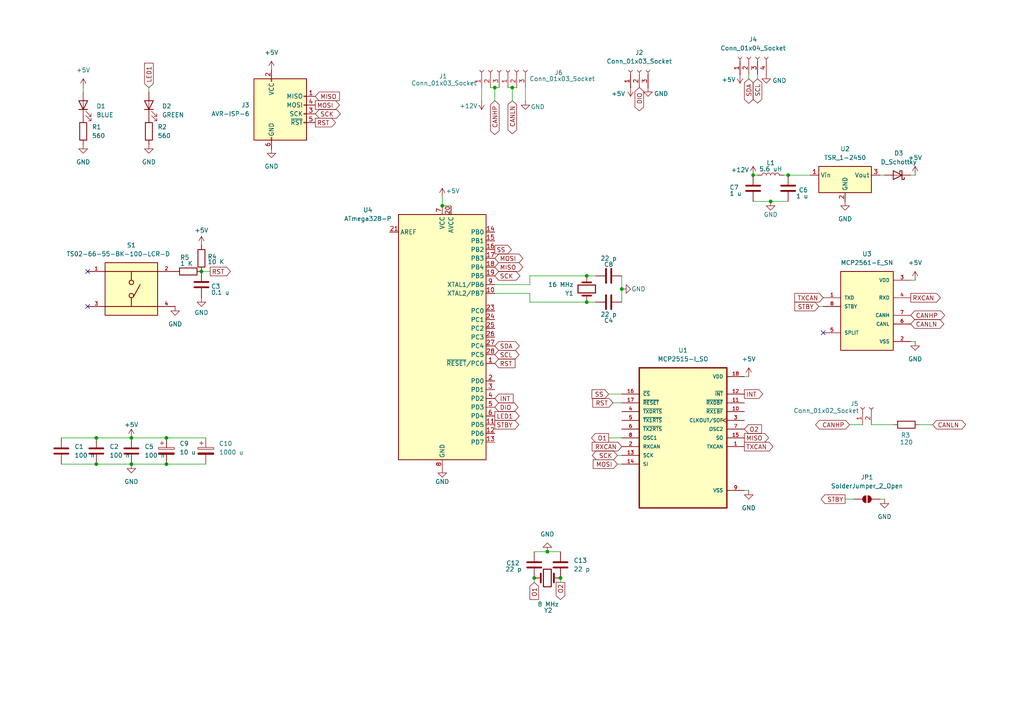
<source format=kicad_sch>
(kicad_sch
	(version 20250114)
	(generator "eeschema")
	(generator_version "9.0")
	(uuid "6d639fcd-0969-43fb-976a-048e217f0c3c")
	(paper "A4")
	(title_block
		(title "CANLED")
		(rev "1")
		(company "Conor Kelly Gerakos, Team 2404")
	)
	(lib_symbols
		(symbol "Connector:AVR-ISP-6"
			(pin_names
				(offset 1.016)
			)
			(exclude_from_sim no)
			(in_bom yes)
			(on_board yes)
			(property "Reference" "J"
				(at -6.35 11.43 0)
				(effects
					(font
						(size 1.27 1.27)
					)
					(justify left)
				)
			)
			(property "Value" "AVR-ISP-6"
				(at 0 11.43 0)
				(effects
					(font
						(size 1.27 1.27)
					)
					(justify left)
				)
			)
			(property "Footprint" ""
				(at -6.35 1.27 90)
				(effects
					(font
						(size 1.27 1.27)
					)
					(hide yes)
				)
			)
			(property "Datasheet" "~"
				(at -32.385 -13.97 0)
				(effects
					(font
						(size 1.27 1.27)
					)
					(hide yes)
				)
			)
			(property "Description" "Atmel 6-pin ISP connector"
				(at 0 0 0)
				(effects
					(font
						(size 1.27 1.27)
					)
					(hide yes)
				)
			)
			(property "ki_keywords" "AVR ISP Connector"
				(at 0 0 0)
				(effects
					(font
						(size 1.27 1.27)
					)
					(hide yes)
				)
			)
			(property "ki_fp_filters" "IDC?Header*2x03* Pin?Header*2x03*"
				(at 0 0 0)
				(effects
					(font
						(size 1.27 1.27)
					)
					(hide yes)
				)
			)
			(symbol "AVR-ISP-6_0_1"
				(rectangle
					(start -2.667 10.16)
					(end -2.413 9.398)
					(stroke
						(width 0)
						(type default)
					)
					(fill
						(type none)
					)
				)
				(rectangle
					(start -2.667 -6.858)
					(end -2.413 -7.62)
					(stroke
						(width 0)
						(type default)
					)
					(fill
						(type none)
					)
				)
				(rectangle
					(start 7.62 10.16)
					(end -7.62 -7.62)
					(stroke
						(width 0.254)
						(type default)
					)
					(fill
						(type background)
					)
				)
				(rectangle
					(start 7.62 5.207)
					(end 6.858 4.953)
					(stroke
						(width 0)
						(type default)
					)
					(fill
						(type none)
					)
				)
				(rectangle
					(start 7.62 2.667)
					(end 6.858 2.413)
					(stroke
						(width 0)
						(type default)
					)
					(fill
						(type none)
					)
				)
				(rectangle
					(start 7.62 0.127)
					(end 6.858 -0.127)
					(stroke
						(width 0)
						(type default)
					)
					(fill
						(type none)
					)
				)
				(rectangle
					(start 7.62 -2.413)
					(end 6.858 -2.667)
					(stroke
						(width 0)
						(type default)
					)
					(fill
						(type none)
					)
				)
			)
			(symbol "AVR-ISP-6_1_1"
				(pin passive line
					(at -2.54 12.7 270)
					(length 2.54)
					(name "VCC"
						(effects
							(font
								(size 1.27 1.27)
							)
						)
					)
					(number "2"
						(effects
							(font
								(size 1.27 1.27)
							)
						)
					)
				)
				(pin passive line
					(at -2.54 -10.16 90)
					(length 2.54)
					(name "GND"
						(effects
							(font
								(size 1.27 1.27)
							)
						)
					)
					(number "6"
						(effects
							(font
								(size 1.27 1.27)
							)
						)
					)
				)
				(pin passive line
					(at 10.16 5.08 180)
					(length 2.54)
					(name "MISO"
						(effects
							(font
								(size 1.27 1.27)
							)
						)
					)
					(number "1"
						(effects
							(font
								(size 1.27 1.27)
							)
						)
					)
				)
				(pin passive line
					(at 10.16 2.54 180)
					(length 2.54)
					(name "MOSI"
						(effects
							(font
								(size 1.27 1.27)
							)
						)
					)
					(number "4"
						(effects
							(font
								(size 1.27 1.27)
							)
						)
					)
				)
				(pin passive line
					(at 10.16 0 180)
					(length 2.54)
					(name "SCK"
						(effects
							(font
								(size 1.27 1.27)
							)
						)
					)
					(number "3"
						(effects
							(font
								(size 1.27 1.27)
							)
						)
					)
				)
				(pin passive line
					(at 10.16 -2.54 180)
					(length 2.54)
					(name "~{RST}"
						(effects
							(font
								(size 1.27 1.27)
							)
						)
					)
					(number "5"
						(effects
							(font
								(size 1.27 1.27)
							)
						)
					)
				)
			)
			(embedded_fonts no)
		)
		(symbol "Connector:Conn_01x02_Socket"
			(pin_names
				(offset 1.016)
				(hide yes)
			)
			(exclude_from_sim no)
			(in_bom yes)
			(on_board yes)
			(property "Reference" "J"
				(at 0 2.54 0)
				(effects
					(font
						(size 1.27 1.27)
					)
				)
			)
			(property "Value" "Conn_01x02_Socket"
				(at 0 -5.08 0)
				(effects
					(font
						(size 1.27 1.27)
					)
				)
			)
			(property "Footprint" ""
				(at 0 0 0)
				(effects
					(font
						(size 1.27 1.27)
					)
					(hide yes)
				)
			)
			(property "Datasheet" "~"
				(at 0 0 0)
				(effects
					(font
						(size 1.27 1.27)
					)
					(hide yes)
				)
			)
			(property "Description" "Generic connector, single row, 01x02, script generated"
				(at 0 0 0)
				(effects
					(font
						(size 1.27 1.27)
					)
					(hide yes)
				)
			)
			(property "ki_locked" ""
				(at 0 0 0)
				(effects
					(font
						(size 1.27 1.27)
					)
				)
			)
			(property "ki_keywords" "connector"
				(at 0 0 0)
				(effects
					(font
						(size 1.27 1.27)
					)
					(hide yes)
				)
			)
			(property "ki_fp_filters" "Connector*:*_1x??_*"
				(at 0 0 0)
				(effects
					(font
						(size 1.27 1.27)
					)
					(hide yes)
				)
			)
			(symbol "Conn_01x02_Socket_1_1"
				(polyline
					(pts
						(xy -1.27 0) (xy -0.508 0)
					)
					(stroke
						(width 0.1524)
						(type default)
					)
					(fill
						(type none)
					)
				)
				(polyline
					(pts
						(xy -1.27 -2.54) (xy -0.508 -2.54)
					)
					(stroke
						(width 0.1524)
						(type default)
					)
					(fill
						(type none)
					)
				)
				(arc
					(start 0 -0.508)
					(mid -0.5058 0)
					(end 0 0.508)
					(stroke
						(width 0.1524)
						(type default)
					)
					(fill
						(type none)
					)
				)
				(arc
					(start 0 -3.048)
					(mid -0.5058 -2.54)
					(end 0 -2.032)
					(stroke
						(width 0.1524)
						(type default)
					)
					(fill
						(type none)
					)
				)
				(pin passive line
					(at -5.08 0 0)
					(length 3.81)
					(name "Pin_1"
						(effects
							(font
								(size 1.27 1.27)
							)
						)
					)
					(number "1"
						(effects
							(font
								(size 1.27 1.27)
							)
						)
					)
				)
				(pin passive line
					(at -5.08 -2.54 0)
					(length 3.81)
					(name "Pin_2"
						(effects
							(font
								(size 1.27 1.27)
							)
						)
					)
					(number "2"
						(effects
							(font
								(size 1.27 1.27)
							)
						)
					)
				)
			)
			(embedded_fonts no)
		)
		(symbol "Connector:Conn_01x03_Socket"
			(pin_names
				(offset 1.016)
				(hide yes)
			)
			(exclude_from_sim no)
			(in_bom yes)
			(on_board yes)
			(property "Reference" "J"
				(at 0 5.08 0)
				(effects
					(font
						(size 1.27 1.27)
					)
				)
			)
			(property "Value" "Conn_01x03_Socket"
				(at 0 -5.08 0)
				(effects
					(font
						(size 1.27 1.27)
					)
				)
			)
			(property "Footprint" ""
				(at 0 0 0)
				(effects
					(font
						(size 1.27 1.27)
					)
					(hide yes)
				)
			)
			(property "Datasheet" "~"
				(at 0 0 0)
				(effects
					(font
						(size 1.27 1.27)
					)
					(hide yes)
				)
			)
			(property "Description" "Generic connector, single row, 01x03, script generated"
				(at 0 0 0)
				(effects
					(font
						(size 1.27 1.27)
					)
					(hide yes)
				)
			)
			(property "ki_locked" ""
				(at 0 0 0)
				(effects
					(font
						(size 1.27 1.27)
					)
				)
			)
			(property "ki_keywords" "connector"
				(at 0 0 0)
				(effects
					(font
						(size 1.27 1.27)
					)
					(hide yes)
				)
			)
			(property "ki_fp_filters" "Connector*:*_1x??_*"
				(at 0 0 0)
				(effects
					(font
						(size 1.27 1.27)
					)
					(hide yes)
				)
			)
			(symbol "Conn_01x03_Socket_1_1"
				(polyline
					(pts
						(xy -1.27 2.54) (xy -0.508 2.54)
					)
					(stroke
						(width 0.1524)
						(type default)
					)
					(fill
						(type none)
					)
				)
				(polyline
					(pts
						(xy -1.27 0) (xy -0.508 0)
					)
					(stroke
						(width 0.1524)
						(type default)
					)
					(fill
						(type none)
					)
				)
				(polyline
					(pts
						(xy -1.27 -2.54) (xy -0.508 -2.54)
					)
					(stroke
						(width 0.1524)
						(type default)
					)
					(fill
						(type none)
					)
				)
				(arc
					(start 0 2.032)
					(mid -0.5058 2.54)
					(end 0 3.048)
					(stroke
						(width 0.1524)
						(type default)
					)
					(fill
						(type none)
					)
				)
				(arc
					(start 0 -0.508)
					(mid -0.5058 0)
					(end 0 0.508)
					(stroke
						(width 0.1524)
						(type default)
					)
					(fill
						(type none)
					)
				)
				(arc
					(start 0 -3.048)
					(mid -0.5058 -2.54)
					(end 0 -2.032)
					(stroke
						(width 0.1524)
						(type default)
					)
					(fill
						(type none)
					)
				)
				(pin passive line
					(at -5.08 2.54 0)
					(length 3.81)
					(name "Pin_1"
						(effects
							(font
								(size 1.27 1.27)
							)
						)
					)
					(number "1"
						(effects
							(font
								(size 1.27 1.27)
							)
						)
					)
				)
				(pin passive line
					(at -5.08 0 0)
					(length 3.81)
					(name "Pin_2"
						(effects
							(font
								(size 1.27 1.27)
							)
						)
					)
					(number "2"
						(effects
							(font
								(size 1.27 1.27)
							)
						)
					)
				)
				(pin passive line
					(at -5.08 -2.54 0)
					(length 3.81)
					(name "Pin_3"
						(effects
							(font
								(size 1.27 1.27)
							)
						)
					)
					(number "3"
						(effects
							(font
								(size 1.27 1.27)
							)
						)
					)
				)
			)
			(embedded_fonts no)
		)
		(symbol "Connector:Conn_01x04_Socket"
			(pin_names
				(offset 1.016)
				(hide yes)
			)
			(exclude_from_sim no)
			(in_bom yes)
			(on_board yes)
			(property "Reference" "J"
				(at 0 5.08 0)
				(effects
					(font
						(size 1.27 1.27)
					)
				)
			)
			(property "Value" "Conn_01x04_Socket"
				(at 0 -7.62 0)
				(effects
					(font
						(size 1.27 1.27)
					)
				)
			)
			(property "Footprint" ""
				(at 0 0 0)
				(effects
					(font
						(size 1.27 1.27)
					)
					(hide yes)
				)
			)
			(property "Datasheet" "~"
				(at 0 0 0)
				(effects
					(font
						(size 1.27 1.27)
					)
					(hide yes)
				)
			)
			(property "Description" "Generic connector, single row, 01x04, script generated"
				(at 0 0 0)
				(effects
					(font
						(size 1.27 1.27)
					)
					(hide yes)
				)
			)
			(property "ki_locked" ""
				(at 0 0 0)
				(effects
					(font
						(size 1.27 1.27)
					)
				)
			)
			(property "ki_keywords" "connector"
				(at 0 0 0)
				(effects
					(font
						(size 1.27 1.27)
					)
					(hide yes)
				)
			)
			(property "ki_fp_filters" "Connector*:*_1x??_*"
				(at 0 0 0)
				(effects
					(font
						(size 1.27 1.27)
					)
					(hide yes)
				)
			)
			(symbol "Conn_01x04_Socket_1_1"
				(polyline
					(pts
						(xy -1.27 2.54) (xy -0.508 2.54)
					)
					(stroke
						(width 0.1524)
						(type default)
					)
					(fill
						(type none)
					)
				)
				(polyline
					(pts
						(xy -1.27 0) (xy -0.508 0)
					)
					(stroke
						(width 0.1524)
						(type default)
					)
					(fill
						(type none)
					)
				)
				(polyline
					(pts
						(xy -1.27 -2.54) (xy -0.508 -2.54)
					)
					(stroke
						(width 0.1524)
						(type default)
					)
					(fill
						(type none)
					)
				)
				(polyline
					(pts
						(xy -1.27 -5.08) (xy -0.508 -5.08)
					)
					(stroke
						(width 0.1524)
						(type default)
					)
					(fill
						(type none)
					)
				)
				(arc
					(start 0 2.032)
					(mid -0.5058 2.54)
					(end 0 3.048)
					(stroke
						(width 0.1524)
						(type default)
					)
					(fill
						(type none)
					)
				)
				(arc
					(start 0 -0.508)
					(mid -0.5058 0)
					(end 0 0.508)
					(stroke
						(width 0.1524)
						(type default)
					)
					(fill
						(type none)
					)
				)
				(arc
					(start 0 -3.048)
					(mid -0.5058 -2.54)
					(end 0 -2.032)
					(stroke
						(width 0.1524)
						(type default)
					)
					(fill
						(type none)
					)
				)
				(arc
					(start 0 -5.588)
					(mid -0.5058 -5.08)
					(end 0 -4.572)
					(stroke
						(width 0.1524)
						(type default)
					)
					(fill
						(type none)
					)
				)
				(pin passive line
					(at -5.08 2.54 0)
					(length 3.81)
					(name "Pin_1"
						(effects
							(font
								(size 1.27 1.27)
							)
						)
					)
					(number "1"
						(effects
							(font
								(size 1.27 1.27)
							)
						)
					)
				)
				(pin passive line
					(at -5.08 0 0)
					(length 3.81)
					(name "Pin_2"
						(effects
							(font
								(size 1.27 1.27)
							)
						)
					)
					(number "2"
						(effects
							(font
								(size 1.27 1.27)
							)
						)
					)
				)
				(pin passive line
					(at -5.08 -2.54 0)
					(length 3.81)
					(name "Pin_3"
						(effects
							(font
								(size 1.27 1.27)
							)
						)
					)
					(number "3"
						(effects
							(font
								(size 1.27 1.27)
							)
						)
					)
				)
				(pin passive line
					(at -5.08 -5.08 0)
					(length 3.81)
					(name "Pin_4"
						(effects
							(font
								(size 1.27 1.27)
							)
						)
					)
					(number "4"
						(effects
							(font
								(size 1.27 1.27)
							)
						)
					)
				)
			)
			(embedded_fonts no)
		)
		(symbol "Device:C"
			(pin_numbers
				(hide yes)
			)
			(pin_names
				(offset 0.254)
			)
			(exclude_from_sim no)
			(in_bom yes)
			(on_board yes)
			(property "Reference" "C"
				(at 0.635 2.54 0)
				(effects
					(font
						(size 1.27 1.27)
					)
					(justify left)
				)
			)
			(property "Value" "C"
				(at 0.635 -2.54 0)
				(effects
					(font
						(size 1.27 1.27)
					)
					(justify left)
				)
			)
			(property "Footprint" ""
				(at 0.9652 -3.81 0)
				(effects
					(font
						(size 1.27 1.27)
					)
					(hide yes)
				)
			)
			(property "Datasheet" "~"
				(at 0 0 0)
				(effects
					(font
						(size 1.27 1.27)
					)
					(hide yes)
				)
			)
			(property "Description" "Unpolarized capacitor"
				(at 0 0 0)
				(effects
					(font
						(size 1.27 1.27)
					)
					(hide yes)
				)
			)
			(property "ki_keywords" "cap capacitor"
				(at 0 0 0)
				(effects
					(font
						(size 1.27 1.27)
					)
					(hide yes)
				)
			)
			(property "ki_fp_filters" "C_*"
				(at 0 0 0)
				(effects
					(font
						(size 1.27 1.27)
					)
					(hide yes)
				)
			)
			(symbol "C_0_1"
				(polyline
					(pts
						(xy -2.032 0.762) (xy 2.032 0.762)
					)
					(stroke
						(width 0.508)
						(type default)
					)
					(fill
						(type none)
					)
				)
				(polyline
					(pts
						(xy -2.032 -0.762) (xy 2.032 -0.762)
					)
					(stroke
						(width 0.508)
						(type default)
					)
					(fill
						(type none)
					)
				)
			)
			(symbol "C_1_1"
				(pin passive line
					(at 0 3.81 270)
					(length 2.794)
					(name "~"
						(effects
							(font
								(size 1.27 1.27)
							)
						)
					)
					(number "1"
						(effects
							(font
								(size 1.27 1.27)
							)
						)
					)
				)
				(pin passive line
					(at 0 -3.81 90)
					(length 2.794)
					(name "~"
						(effects
							(font
								(size 1.27 1.27)
							)
						)
					)
					(number "2"
						(effects
							(font
								(size 1.27 1.27)
							)
						)
					)
				)
			)
			(embedded_fonts no)
		)
		(symbol "Device:C_Polarized"
			(pin_numbers
				(hide yes)
			)
			(pin_names
				(offset 0.254)
			)
			(exclude_from_sim no)
			(in_bom yes)
			(on_board yes)
			(property "Reference" "C"
				(at 0.635 2.54 0)
				(effects
					(font
						(size 1.27 1.27)
					)
					(justify left)
				)
			)
			(property "Value" "C_Polarized"
				(at 0.635 -2.54 0)
				(effects
					(font
						(size 1.27 1.27)
					)
					(justify left)
				)
			)
			(property "Footprint" ""
				(at 0.9652 -3.81 0)
				(effects
					(font
						(size 1.27 1.27)
					)
					(hide yes)
				)
			)
			(property "Datasheet" "~"
				(at 0 0 0)
				(effects
					(font
						(size 1.27 1.27)
					)
					(hide yes)
				)
			)
			(property "Description" "Polarized capacitor"
				(at 0 0 0)
				(effects
					(font
						(size 1.27 1.27)
					)
					(hide yes)
				)
			)
			(property "ki_keywords" "cap capacitor"
				(at 0 0 0)
				(effects
					(font
						(size 1.27 1.27)
					)
					(hide yes)
				)
			)
			(property "ki_fp_filters" "CP_*"
				(at 0 0 0)
				(effects
					(font
						(size 1.27 1.27)
					)
					(hide yes)
				)
			)
			(symbol "C_Polarized_0_1"
				(rectangle
					(start -2.286 0.508)
					(end 2.286 1.016)
					(stroke
						(width 0)
						(type default)
					)
					(fill
						(type none)
					)
				)
				(polyline
					(pts
						(xy -1.778 2.286) (xy -0.762 2.286)
					)
					(stroke
						(width 0)
						(type default)
					)
					(fill
						(type none)
					)
				)
				(polyline
					(pts
						(xy -1.27 2.794) (xy -1.27 1.778)
					)
					(stroke
						(width 0)
						(type default)
					)
					(fill
						(type none)
					)
				)
				(rectangle
					(start 2.286 -0.508)
					(end -2.286 -1.016)
					(stroke
						(width 0)
						(type default)
					)
					(fill
						(type outline)
					)
				)
			)
			(symbol "C_Polarized_1_1"
				(pin passive line
					(at 0 3.81 270)
					(length 2.794)
					(name "~"
						(effects
							(font
								(size 1.27 1.27)
							)
						)
					)
					(number "1"
						(effects
							(font
								(size 1.27 1.27)
							)
						)
					)
				)
				(pin passive line
					(at 0 -3.81 90)
					(length 2.794)
					(name "~"
						(effects
							(font
								(size 1.27 1.27)
							)
						)
					)
					(number "2"
						(effects
							(font
								(size 1.27 1.27)
							)
						)
					)
				)
			)
			(embedded_fonts no)
		)
		(symbol "Device:Crystal"
			(pin_numbers
				(hide yes)
			)
			(pin_names
				(offset 1.016)
				(hide yes)
			)
			(exclude_from_sim no)
			(in_bom yes)
			(on_board yes)
			(property "Reference" "Y"
				(at 0 3.81 0)
				(effects
					(font
						(size 1.27 1.27)
					)
				)
			)
			(property "Value" "Crystal"
				(at 0 -3.81 0)
				(effects
					(font
						(size 1.27 1.27)
					)
				)
			)
			(property "Footprint" ""
				(at 0 0 0)
				(effects
					(font
						(size 1.27 1.27)
					)
					(hide yes)
				)
			)
			(property "Datasheet" "~"
				(at 0 0 0)
				(effects
					(font
						(size 1.27 1.27)
					)
					(hide yes)
				)
			)
			(property "Description" "Two pin crystal"
				(at 0 0 0)
				(effects
					(font
						(size 1.27 1.27)
					)
					(hide yes)
				)
			)
			(property "ki_keywords" "quartz ceramic resonator oscillator"
				(at 0 0 0)
				(effects
					(font
						(size 1.27 1.27)
					)
					(hide yes)
				)
			)
			(property "ki_fp_filters" "Crystal*"
				(at 0 0 0)
				(effects
					(font
						(size 1.27 1.27)
					)
					(hide yes)
				)
			)
			(symbol "Crystal_0_1"
				(polyline
					(pts
						(xy -2.54 0) (xy -1.905 0)
					)
					(stroke
						(width 0)
						(type default)
					)
					(fill
						(type none)
					)
				)
				(polyline
					(pts
						(xy -1.905 -1.27) (xy -1.905 1.27)
					)
					(stroke
						(width 0.508)
						(type default)
					)
					(fill
						(type none)
					)
				)
				(rectangle
					(start -1.143 2.54)
					(end 1.143 -2.54)
					(stroke
						(width 0.3048)
						(type default)
					)
					(fill
						(type none)
					)
				)
				(polyline
					(pts
						(xy 1.905 -1.27) (xy 1.905 1.27)
					)
					(stroke
						(width 0.508)
						(type default)
					)
					(fill
						(type none)
					)
				)
				(polyline
					(pts
						(xy 2.54 0) (xy 1.905 0)
					)
					(stroke
						(width 0)
						(type default)
					)
					(fill
						(type none)
					)
				)
			)
			(symbol "Crystal_1_1"
				(pin passive line
					(at -3.81 0 0)
					(length 1.27)
					(name "1"
						(effects
							(font
								(size 1.27 1.27)
							)
						)
					)
					(number "1"
						(effects
							(font
								(size 1.27 1.27)
							)
						)
					)
				)
				(pin passive line
					(at 3.81 0 180)
					(length 1.27)
					(name "2"
						(effects
							(font
								(size 1.27 1.27)
							)
						)
					)
					(number "2"
						(effects
							(font
								(size 1.27 1.27)
							)
						)
					)
				)
			)
			(embedded_fonts no)
		)
		(symbol "Device:D_Schottky"
			(pin_numbers
				(hide yes)
			)
			(pin_names
				(offset 1.016)
				(hide yes)
			)
			(exclude_from_sim no)
			(in_bom yes)
			(on_board yes)
			(property "Reference" "D"
				(at 0 2.54 0)
				(effects
					(font
						(size 1.27 1.27)
					)
				)
			)
			(property "Value" "D_Schottky"
				(at 0 -2.54 0)
				(effects
					(font
						(size 1.27 1.27)
					)
				)
			)
			(property "Footprint" ""
				(at 0 0 0)
				(effects
					(font
						(size 1.27 1.27)
					)
					(hide yes)
				)
			)
			(property "Datasheet" "~"
				(at 0 0 0)
				(effects
					(font
						(size 1.27 1.27)
					)
					(hide yes)
				)
			)
			(property "Description" "Schottky diode"
				(at 0 0 0)
				(effects
					(font
						(size 1.27 1.27)
					)
					(hide yes)
				)
			)
			(property "ki_keywords" "diode Schottky"
				(at 0 0 0)
				(effects
					(font
						(size 1.27 1.27)
					)
					(hide yes)
				)
			)
			(property "ki_fp_filters" "TO-???* *_Diode_* *SingleDiode* D_*"
				(at 0 0 0)
				(effects
					(font
						(size 1.27 1.27)
					)
					(hide yes)
				)
			)
			(symbol "D_Schottky_0_1"
				(polyline
					(pts
						(xy -1.905 0.635) (xy -1.905 1.27) (xy -1.27 1.27) (xy -1.27 -1.27) (xy -0.635 -1.27) (xy -0.635 -0.635)
					)
					(stroke
						(width 0.254)
						(type default)
					)
					(fill
						(type none)
					)
				)
				(polyline
					(pts
						(xy 1.27 1.27) (xy 1.27 -1.27) (xy -1.27 0) (xy 1.27 1.27)
					)
					(stroke
						(width 0.254)
						(type default)
					)
					(fill
						(type none)
					)
				)
				(polyline
					(pts
						(xy 1.27 0) (xy -1.27 0)
					)
					(stroke
						(width 0)
						(type default)
					)
					(fill
						(type none)
					)
				)
			)
			(symbol "D_Schottky_1_1"
				(pin passive line
					(at -3.81 0 0)
					(length 2.54)
					(name "K"
						(effects
							(font
								(size 1.27 1.27)
							)
						)
					)
					(number "1"
						(effects
							(font
								(size 1.27 1.27)
							)
						)
					)
				)
				(pin passive line
					(at 3.81 0 180)
					(length 2.54)
					(name "A"
						(effects
							(font
								(size 1.27 1.27)
							)
						)
					)
					(number "2"
						(effects
							(font
								(size 1.27 1.27)
							)
						)
					)
				)
			)
			(embedded_fonts no)
		)
		(symbol "Device:L"
			(pin_numbers
				(hide yes)
			)
			(pin_names
				(offset 1.016)
				(hide yes)
			)
			(exclude_from_sim no)
			(in_bom yes)
			(on_board yes)
			(property "Reference" "L"
				(at -1.27 0 90)
				(effects
					(font
						(size 1.27 1.27)
					)
				)
			)
			(property "Value" "L"
				(at 1.905 0 90)
				(effects
					(font
						(size 1.27 1.27)
					)
				)
			)
			(property "Footprint" ""
				(at 0 0 0)
				(effects
					(font
						(size 1.27 1.27)
					)
					(hide yes)
				)
			)
			(property "Datasheet" "~"
				(at 0 0 0)
				(effects
					(font
						(size 1.27 1.27)
					)
					(hide yes)
				)
			)
			(property "Description" "Inductor"
				(at 0 0 0)
				(effects
					(font
						(size 1.27 1.27)
					)
					(hide yes)
				)
			)
			(property "ki_keywords" "inductor choke coil reactor magnetic"
				(at 0 0 0)
				(effects
					(font
						(size 1.27 1.27)
					)
					(hide yes)
				)
			)
			(property "ki_fp_filters" "Choke_* *Coil* Inductor_* L_*"
				(at 0 0 0)
				(effects
					(font
						(size 1.27 1.27)
					)
					(hide yes)
				)
			)
			(symbol "L_0_1"
				(arc
					(start 0 2.54)
					(mid 0.6323 1.905)
					(end 0 1.27)
					(stroke
						(width 0)
						(type default)
					)
					(fill
						(type none)
					)
				)
				(arc
					(start 0 1.27)
					(mid 0.6323 0.635)
					(end 0 0)
					(stroke
						(width 0)
						(type default)
					)
					(fill
						(type none)
					)
				)
				(arc
					(start 0 0)
					(mid 0.6323 -0.635)
					(end 0 -1.27)
					(stroke
						(width 0)
						(type default)
					)
					(fill
						(type none)
					)
				)
				(arc
					(start 0 -1.27)
					(mid 0.6323 -1.905)
					(end 0 -2.54)
					(stroke
						(width 0)
						(type default)
					)
					(fill
						(type none)
					)
				)
			)
			(symbol "L_1_1"
				(pin passive line
					(at 0 3.81 270)
					(length 1.27)
					(name "1"
						(effects
							(font
								(size 1.27 1.27)
							)
						)
					)
					(number "1"
						(effects
							(font
								(size 1.27 1.27)
							)
						)
					)
				)
				(pin passive line
					(at 0 -3.81 90)
					(length 1.27)
					(name "2"
						(effects
							(font
								(size 1.27 1.27)
							)
						)
					)
					(number "2"
						(effects
							(font
								(size 1.27 1.27)
							)
						)
					)
				)
			)
			(embedded_fonts no)
		)
		(symbol "Device:LED"
			(pin_numbers
				(hide yes)
			)
			(pin_names
				(offset 1.016)
				(hide yes)
			)
			(exclude_from_sim no)
			(in_bom yes)
			(on_board yes)
			(property "Reference" "D"
				(at 0 2.54 0)
				(effects
					(font
						(size 1.27 1.27)
					)
				)
			)
			(property "Value" "LED"
				(at 0 -2.54 0)
				(effects
					(font
						(size 1.27 1.27)
					)
				)
			)
			(property "Footprint" ""
				(at 0 0 0)
				(effects
					(font
						(size 1.27 1.27)
					)
					(hide yes)
				)
			)
			(property "Datasheet" "~"
				(at 0 0 0)
				(effects
					(font
						(size 1.27 1.27)
					)
					(hide yes)
				)
			)
			(property "Description" "Light emitting diode"
				(at 0 0 0)
				(effects
					(font
						(size 1.27 1.27)
					)
					(hide yes)
				)
			)
			(property "Sim.Pins" "1=K 2=A"
				(at 0 0 0)
				(effects
					(font
						(size 1.27 1.27)
					)
					(hide yes)
				)
			)
			(property "ki_keywords" "LED diode"
				(at 0 0 0)
				(effects
					(font
						(size 1.27 1.27)
					)
					(hide yes)
				)
			)
			(property "ki_fp_filters" "LED* LED_SMD:* LED_THT:*"
				(at 0 0 0)
				(effects
					(font
						(size 1.27 1.27)
					)
					(hide yes)
				)
			)
			(symbol "LED_0_1"
				(polyline
					(pts
						(xy -3.048 -0.762) (xy -4.572 -2.286) (xy -3.81 -2.286) (xy -4.572 -2.286) (xy -4.572 -1.524)
					)
					(stroke
						(width 0)
						(type default)
					)
					(fill
						(type none)
					)
				)
				(polyline
					(pts
						(xy -1.778 -0.762) (xy -3.302 -2.286) (xy -2.54 -2.286) (xy -3.302 -2.286) (xy -3.302 -1.524)
					)
					(stroke
						(width 0)
						(type default)
					)
					(fill
						(type none)
					)
				)
				(polyline
					(pts
						(xy -1.27 0) (xy 1.27 0)
					)
					(stroke
						(width 0)
						(type default)
					)
					(fill
						(type none)
					)
				)
				(polyline
					(pts
						(xy -1.27 -1.27) (xy -1.27 1.27)
					)
					(stroke
						(width 0.254)
						(type default)
					)
					(fill
						(type none)
					)
				)
				(polyline
					(pts
						(xy 1.27 -1.27) (xy 1.27 1.27) (xy -1.27 0) (xy 1.27 -1.27)
					)
					(stroke
						(width 0.254)
						(type default)
					)
					(fill
						(type none)
					)
				)
			)
			(symbol "LED_1_1"
				(pin passive line
					(at -3.81 0 0)
					(length 2.54)
					(name "K"
						(effects
							(font
								(size 1.27 1.27)
							)
						)
					)
					(number "1"
						(effects
							(font
								(size 1.27 1.27)
							)
						)
					)
				)
				(pin passive line
					(at 3.81 0 180)
					(length 2.54)
					(name "A"
						(effects
							(font
								(size 1.27 1.27)
							)
						)
					)
					(number "2"
						(effects
							(font
								(size 1.27 1.27)
							)
						)
					)
				)
			)
			(embedded_fonts no)
		)
		(symbol "Device:R"
			(pin_numbers
				(hide yes)
			)
			(pin_names
				(offset 0)
			)
			(exclude_from_sim no)
			(in_bom yes)
			(on_board yes)
			(property "Reference" "R"
				(at 2.032 0 90)
				(effects
					(font
						(size 1.27 1.27)
					)
				)
			)
			(property "Value" "R"
				(at 0 0 90)
				(effects
					(font
						(size 1.27 1.27)
					)
				)
			)
			(property "Footprint" ""
				(at -1.778 0 90)
				(effects
					(font
						(size 1.27 1.27)
					)
					(hide yes)
				)
			)
			(property "Datasheet" "~"
				(at 0 0 0)
				(effects
					(font
						(size 1.27 1.27)
					)
					(hide yes)
				)
			)
			(property "Description" "Resistor"
				(at 0 0 0)
				(effects
					(font
						(size 1.27 1.27)
					)
					(hide yes)
				)
			)
			(property "ki_keywords" "R res resistor"
				(at 0 0 0)
				(effects
					(font
						(size 1.27 1.27)
					)
					(hide yes)
				)
			)
			(property "ki_fp_filters" "R_*"
				(at 0 0 0)
				(effects
					(font
						(size 1.27 1.27)
					)
					(hide yes)
				)
			)
			(symbol "R_0_1"
				(rectangle
					(start -1.016 -2.54)
					(end 1.016 2.54)
					(stroke
						(width 0.254)
						(type default)
					)
					(fill
						(type none)
					)
				)
			)
			(symbol "R_1_1"
				(pin passive line
					(at 0 3.81 270)
					(length 1.27)
					(name "~"
						(effects
							(font
								(size 1.27 1.27)
							)
						)
					)
					(number "1"
						(effects
							(font
								(size 1.27 1.27)
							)
						)
					)
				)
				(pin passive line
					(at 0 -3.81 90)
					(length 1.27)
					(name "~"
						(effects
							(font
								(size 1.27 1.27)
							)
						)
					)
					(number "2"
						(effects
							(font
								(size 1.27 1.27)
							)
						)
					)
				)
			)
			(embedded_fonts no)
		)
		(symbol "Jumper:SolderJumper_2_Open"
			(pin_numbers
				(hide yes)
			)
			(pin_names
				(offset 0)
				(hide yes)
			)
			(exclude_from_sim no)
			(in_bom no)
			(on_board yes)
			(property "Reference" "JP"
				(at 0 2.032 0)
				(effects
					(font
						(size 1.27 1.27)
					)
				)
			)
			(property "Value" "SolderJumper_2_Open"
				(at 0 -2.54 0)
				(effects
					(font
						(size 1.27 1.27)
					)
				)
			)
			(property "Footprint" ""
				(at 0 0 0)
				(effects
					(font
						(size 1.27 1.27)
					)
					(hide yes)
				)
			)
			(property "Datasheet" "~"
				(at 0 0 0)
				(effects
					(font
						(size 1.27 1.27)
					)
					(hide yes)
				)
			)
			(property "Description" "Solder Jumper, 2-pole, open"
				(at 0 0 0)
				(effects
					(font
						(size 1.27 1.27)
					)
					(hide yes)
				)
			)
			(property "ki_keywords" "solder jumper SPST"
				(at 0 0 0)
				(effects
					(font
						(size 1.27 1.27)
					)
					(hide yes)
				)
			)
			(property "ki_fp_filters" "SolderJumper*Open*"
				(at 0 0 0)
				(effects
					(font
						(size 1.27 1.27)
					)
					(hide yes)
				)
			)
			(symbol "SolderJumper_2_Open_0_1"
				(polyline
					(pts
						(xy -0.254 1.016) (xy -0.254 -1.016)
					)
					(stroke
						(width 0)
						(type default)
					)
					(fill
						(type none)
					)
				)
				(arc
					(start -0.254 -1.016)
					(mid -1.2656 0)
					(end -0.254 1.016)
					(stroke
						(width 0)
						(type default)
					)
					(fill
						(type none)
					)
				)
				(arc
					(start -0.254 -1.016)
					(mid -1.2656 0)
					(end -0.254 1.016)
					(stroke
						(width 0)
						(type default)
					)
					(fill
						(type outline)
					)
				)
				(arc
					(start 0.254 1.016)
					(mid 1.2656 0)
					(end 0.254 -1.016)
					(stroke
						(width 0)
						(type default)
					)
					(fill
						(type none)
					)
				)
				(arc
					(start 0.254 1.016)
					(mid 1.2656 0)
					(end 0.254 -1.016)
					(stroke
						(width 0)
						(type default)
					)
					(fill
						(type outline)
					)
				)
				(polyline
					(pts
						(xy 0.254 1.016) (xy 0.254 -1.016)
					)
					(stroke
						(width 0)
						(type default)
					)
					(fill
						(type none)
					)
				)
			)
			(symbol "SolderJumper_2_Open_1_1"
				(pin passive line
					(at -3.81 0 0)
					(length 2.54)
					(name "A"
						(effects
							(font
								(size 1.27 1.27)
							)
						)
					)
					(number "1"
						(effects
							(font
								(size 1.27 1.27)
							)
						)
					)
				)
				(pin passive line
					(at 3.81 0 180)
					(length 2.54)
					(name "B"
						(effects
							(font
								(size 1.27 1.27)
							)
						)
					)
					(number "2"
						(effects
							(font
								(size 1.27 1.27)
							)
						)
					)
				)
			)
			(embedded_fonts no)
		)
		(symbol "MCP2515-I_SO:MCP2515-I_SO"
			(pin_names
				(offset 1.016)
			)
			(exclude_from_sim no)
			(in_bom yes)
			(on_board yes)
			(property "Reference" "U"
				(at -12.7 21.32 0)
				(effects
					(font
						(size 1.27 1.27)
					)
					(justify left bottom)
				)
			)
			(property "Value" "MCP2515-I_SO"
				(at -12.7 -24.32 0)
				(effects
					(font
						(size 1.27 1.27)
					)
					(justify left bottom)
				)
			)
			(property "Footprint" "MCP2515-I_SO:SOIC127P1030X265-18N"
				(at 0 0 0)
				(effects
					(font
						(size 1.27 1.27)
					)
					(justify bottom)
					(hide yes)
				)
			)
			(property "Datasheet" ""
				(at 0 0 0)
				(effects
					(font
						(size 1.27 1.27)
					)
					(hide yes)
				)
			)
			(property "Description" ""
				(at 0 0 0)
				(effects
					(font
						(size 1.27 1.27)
					)
					(hide yes)
				)
			)
			(symbol "MCP2515-I_SO_0_0"
				(rectangle
					(start -12.7 -20.32)
					(end 12.7 20.32)
					(stroke
						(width 0.41)
						(type default)
					)
					(fill
						(type background)
					)
				)
				(pin input line
					(at -17.78 12.7 0)
					(length 5.08)
					(name "~{CS}"
						(effects
							(font
								(size 1.016 1.016)
							)
						)
					)
					(number "16"
						(effects
							(font
								(size 1.016 1.016)
							)
						)
					)
				)
				(pin input line
					(at -17.78 10.16 0)
					(length 5.08)
					(name "~{RESET}"
						(effects
							(font
								(size 1.016 1.016)
							)
						)
					)
					(number "17"
						(effects
							(font
								(size 1.016 1.016)
							)
						)
					)
				)
				(pin input line
					(at -17.78 7.62 0)
					(length 5.08)
					(name "~{TX0RTS}"
						(effects
							(font
								(size 1.016 1.016)
							)
						)
					)
					(number "4"
						(effects
							(font
								(size 1.016 1.016)
							)
						)
					)
				)
				(pin input line
					(at -17.78 5.08 0)
					(length 5.08)
					(name "~{TX1RTS}"
						(effects
							(font
								(size 1.016 1.016)
							)
						)
					)
					(number "5"
						(effects
							(font
								(size 1.016 1.016)
							)
						)
					)
				)
				(pin input line
					(at -17.78 2.54 0)
					(length 5.08)
					(name "~{TX2RTS}"
						(effects
							(font
								(size 1.016 1.016)
							)
						)
					)
					(number "6"
						(effects
							(font
								(size 1.016 1.016)
							)
						)
					)
				)
				(pin input line
					(at -17.78 0 0)
					(length 5.08)
					(name "OSC1"
						(effects
							(font
								(size 1.016 1.016)
							)
						)
					)
					(number "8"
						(effects
							(font
								(size 1.016 1.016)
							)
						)
					)
				)
				(pin input line
					(at -17.78 -2.54 0)
					(length 5.08)
					(name "RXCAN"
						(effects
							(font
								(size 1.016 1.016)
							)
						)
					)
					(number "2"
						(effects
							(font
								(size 1.016 1.016)
							)
						)
					)
				)
				(pin input line
					(at -17.78 -5.08 0)
					(length 5.08)
					(name "SCK"
						(effects
							(font
								(size 1.016 1.016)
							)
						)
					)
					(number "13"
						(effects
							(font
								(size 1.016 1.016)
							)
						)
					)
				)
				(pin input line
					(at -17.78 -7.62 0)
					(length 5.08)
					(name "SI"
						(effects
							(font
								(size 1.016 1.016)
							)
						)
					)
					(number "14"
						(effects
							(font
								(size 1.016 1.016)
							)
						)
					)
				)
				(pin power_in line
					(at 17.78 17.78 180)
					(length 5.08)
					(name "VDD"
						(effects
							(font
								(size 1.016 1.016)
							)
						)
					)
					(number "18"
						(effects
							(font
								(size 1.016 1.016)
							)
						)
					)
				)
				(pin output line
					(at 17.78 12.7 180)
					(length 5.08)
					(name "~{INT}"
						(effects
							(font
								(size 1.016 1.016)
							)
						)
					)
					(number "12"
						(effects
							(font
								(size 1.016 1.016)
							)
						)
					)
				)
				(pin output line
					(at 17.78 10.16 180)
					(length 5.08)
					(name "~{RX0BF}"
						(effects
							(font
								(size 1.016 1.016)
							)
						)
					)
					(number "11"
						(effects
							(font
								(size 1.016 1.016)
							)
						)
					)
				)
				(pin output line
					(at 17.78 7.62 180)
					(length 5.08)
					(name "~{RX1BF}"
						(effects
							(font
								(size 1.016 1.016)
							)
						)
					)
					(number "10"
						(effects
							(font
								(size 1.016 1.016)
							)
						)
					)
				)
				(pin output clock
					(at 17.78 5.08 180)
					(length 5.08)
					(name "CLKOUT/SOF"
						(effects
							(font
								(size 1.016 1.016)
							)
						)
					)
					(number "3"
						(effects
							(font
								(size 1.016 1.016)
							)
						)
					)
				)
				(pin output line
					(at 17.78 2.54 180)
					(length 5.08)
					(name "OSC2"
						(effects
							(font
								(size 1.016 1.016)
							)
						)
					)
					(number "7"
						(effects
							(font
								(size 1.016 1.016)
							)
						)
					)
				)
				(pin output line
					(at 17.78 0 180)
					(length 5.08)
					(name "SO"
						(effects
							(font
								(size 1.016 1.016)
							)
						)
					)
					(number "15"
						(effects
							(font
								(size 1.016 1.016)
							)
						)
					)
				)
				(pin output line
					(at 17.78 -2.54 180)
					(length 5.08)
					(name "TXCAN"
						(effects
							(font
								(size 1.016 1.016)
							)
						)
					)
					(number "1"
						(effects
							(font
								(size 1.016 1.016)
							)
						)
					)
				)
				(pin power_in line
					(at 17.78 -15.24 180)
					(length 5.08)
					(name "VSS"
						(effects
							(font
								(size 1.016 1.016)
							)
						)
					)
					(number "9"
						(effects
							(font
								(size 1.016 1.016)
							)
						)
					)
				)
			)
			(embedded_fonts no)
		)
		(symbol "MCP2561-E_SN:MCP2561-E_SN"
			(pin_names
				(offset 1.016)
			)
			(exclude_from_sim no)
			(in_bom yes)
			(on_board yes)
			(property "Reference" "U"
				(at -7.6344 12.724 0)
				(effects
					(font
						(size 1.27 1.27)
					)
					(justify left bottom)
				)
			)
			(property "Value" "MCP2561-E_SN"
				(at -7.6271 -12.7119 0)
				(effects
					(font
						(size 1.27 1.27)
					)
					(justify left bottom)
				)
			)
			(property "Footprint" "MCP2561-E_SN:SOIC127P600X175-8N"
				(at 0 0 0)
				(effects
					(font
						(size 1.27 1.27)
					)
					(justify bottom)
					(hide yes)
				)
			)
			(property "Datasheet" ""
				(at 0 0 0)
				(effects
					(font
						(size 1.27 1.27)
					)
					(hide yes)
				)
			)
			(property "Description" ""
				(at 0 0 0)
				(effects
					(font
						(size 1.27 1.27)
					)
					(hide yes)
				)
			)
			(property "MF" "Microchip"
				(at 0 0 0)
				(effects
					(font
						(size 1.27 1.27)
					)
					(justify bottom)
					(hide yes)
				)
			)
			(property "Description_1" "Microchip MCP2561-E/SN,CAN Transceiver 1MBps 1-channel IEC 61000-4-2,8-Pin SOIC | Microchip Technology Inc. MCP2561-E/SN"
				(at 0 0 0)
				(effects
					(font
						(size 1.27 1.27)
					)
					(justify bottom)
					(hide yes)
				)
			)
			(property "Package" "SO-8 Microchip"
				(at 0 0 0)
				(effects
					(font
						(size 1.27 1.27)
					)
					(justify bottom)
					(hide yes)
				)
			)
			(property "Price" "None"
				(at 0 0 0)
				(effects
					(font
						(size 1.27 1.27)
					)
					(justify bottom)
					(hide yes)
				)
			)
			(property "Check_prices" "https://www.snapeda.com/parts/MCP2561-E/SN/Microchip/view-part/?ref=eda"
				(at 0 0 0)
				(effects
					(font
						(size 1.27 1.27)
					)
					(justify bottom)
					(hide yes)
				)
			)
			(property "STANDARD" "IPC 7351B"
				(at 0 0 0)
				(effects
					(font
						(size 1.27 1.27)
					)
					(justify bottom)
					(hide yes)
				)
			)
			(property "PARTREV" "C"
				(at 0 0 0)
				(effects
					(font
						(size 1.27 1.27)
					)
					(justify bottom)
					(hide yes)
				)
			)
			(property "SnapEDA_Link" "https://www.snapeda.com/parts/MCP2561-E/SN/Microchip/view-part/?ref=snap"
				(at 0 0 0)
				(effects
					(font
						(size 1.27 1.27)
					)
					(justify bottom)
					(hide yes)
				)
			)
			(property "MP" "MCP2561-E/SN"
				(at 0 0 0)
				(effects
					(font
						(size 1.27 1.27)
					)
					(justify bottom)
					(hide yes)
				)
			)
			(property "Availability" "In Stock"
				(at 0 0 0)
				(effects
					(font
						(size 1.27 1.27)
					)
					(justify bottom)
					(hide yes)
				)
			)
			(property "MANUFACTURER" "MICROCHIP"
				(at 0 0 0)
				(effects
					(font
						(size 1.27 1.27)
					)
					(justify bottom)
					(hide yes)
				)
			)
			(symbol "MCP2561-E_SN_0_0"
				(rectangle
					(start -7.62 -10.16)
					(end 7.62 12.7)
					(stroke
						(width 0.254)
						(type default)
					)
					(fill
						(type background)
					)
				)
				(pin input line
					(at -12.7 5.08 0)
					(length 5.08)
					(name "TXD"
						(effects
							(font
								(size 1.016 1.016)
							)
						)
					)
					(number "1"
						(effects
							(font
								(size 1.016 1.016)
							)
						)
					)
				)
				(pin input line
					(at -12.7 2.54 0)
					(length 5.08)
					(name "STBY"
						(effects
							(font
								(size 1.016 1.016)
							)
						)
					)
					(number "8"
						(effects
							(font
								(size 1.016 1.016)
							)
						)
					)
				)
				(pin passive line
					(at -12.7 -5.08 0)
					(length 5.08)
					(name "SPLIT"
						(effects
							(font
								(size 1.016 1.016)
							)
						)
					)
					(number "5"
						(effects
							(font
								(size 1.016 1.016)
							)
						)
					)
				)
				(pin power_in line
					(at 12.7 10.16 180)
					(length 5.08)
					(name "VDD"
						(effects
							(font
								(size 1.016 1.016)
							)
						)
					)
					(number "3"
						(effects
							(font
								(size 1.016 1.016)
							)
						)
					)
				)
				(pin output line
					(at 12.7 5.08 180)
					(length 5.08)
					(name "RXD"
						(effects
							(font
								(size 1.016 1.016)
							)
						)
					)
					(number "4"
						(effects
							(font
								(size 1.016 1.016)
							)
						)
					)
				)
				(pin bidirectional line
					(at 12.7 0 180)
					(length 5.08)
					(name "CANH"
						(effects
							(font
								(size 1.016 1.016)
							)
						)
					)
					(number "7"
						(effects
							(font
								(size 1.016 1.016)
							)
						)
					)
				)
				(pin bidirectional line
					(at 12.7 -2.54 180)
					(length 5.08)
					(name "CANL"
						(effects
							(font
								(size 1.016 1.016)
							)
						)
					)
					(number "6"
						(effects
							(font
								(size 1.016 1.016)
							)
						)
					)
				)
				(pin power_in line
					(at 12.7 -7.62 180)
					(length 5.08)
					(name "VSS"
						(effects
							(font
								(size 1.016 1.016)
							)
						)
					)
					(number "2"
						(effects
							(font
								(size 1.016 1.016)
							)
						)
					)
				)
			)
			(embedded_fonts no)
		)
		(symbol "MCU_Microchip_ATmega:ATmega328-P"
			(exclude_from_sim no)
			(in_bom yes)
			(on_board yes)
			(property "Reference" "U"
				(at -12.7 36.83 0)
				(effects
					(font
						(size 1.27 1.27)
					)
					(justify left bottom)
				)
			)
			(property "Value" "ATmega328-P"
				(at 2.54 -36.83 0)
				(effects
					(font
						(size 1.27 1.27)
					)
					(justify left top)
				)
			)
			(property "Footprint" "Package_DIP:DIP-28_W7.62mm"
				(at 0 0 0)
				(effects
					(font
						(size 1.27 1.27)
						(italic yes)
					)
					(hide yes)
				)
			)
			(property "Datasheet" "http://ww1.microchip.com/downloads/en/DeviceDoc/ATmega328_P%20AVR%20MCU%20with%20picoPower%20Technology%20Data%20Sheet%2040001984A.pdf"
				(at 0 0 0)
				(effects
					(font
						(size 1.27 1.27)
					)
					(hide yes)
				)
			)
			(property "Description" "20MHz, 32kB Flash, 2kB SRAM, 1kB EEPROM, DIP-28"
				(at 0 0 0)
				(effects
					(font
						(size 1.27 1.27)
					)
					(hide yes)
				)
			)
			(property "ki_keywords" "AVR 8bit Microcontroller MegaAVR"
				(at 0 0 0)
				(effects
					(font
						(size 1.27 1.27)
					)
					(hide yes)
				)
			)
			(property "ki_fp_filters" "DIP*W7.62mm*"
				(at 0 0 0)
				(effects
					(font
						(size 1.27 1.27)
					)
					(hide yes)
				)
			)
			(symbol "ATmega328-P_0_1"
				(rectangle
					(start -12.7 -35.56)
					(end 12.7 35.56)
					(stroke
						(width 0.254)
						(type default)
					)
					(fill
						(type background)
					)
				)
			)
			(symbol "ATmega328-P_1_1"
				(pin passive line
					(at -15.24 30.48 0)
					(length 2.54)
					(name "AREF"
						(effects
							(font
								(size 1.27 1.27)
							)
						)
					)
					(number "21"
						(effects
							(font
								(size 1.27 1.27)
							)
						)
					)
				)
				(pin power_in line
					(at 0 38.1 270)
					(length 2.54)
					(name "VCC"
						(effects
							(font
								(size 1.27 1.27)
							)
						)
					)
					(number "7"
						(effects
							(font
								(size 1.27 1.27)
							)
						)
					)
				)
				(pin passive line
					(at 0 -38.1 90)
					(length 2.54)
					(hide yes)
					(name "GND"
						(effects
							(font
								(size 1.27 1.27)
							)
						)
					)
					(number "22"
						(effects
							(font
								(size 1.27 1.27)
							)
						)
					)
				)
				(pin power_in line
					(at 0 -38.1 90)
					(length 2.54)
					(name "GND"
						(effects
							(font
								(size 1.27 1.27)
							)
						)
					)
					(number "8"
						(effects
							(font
								(size 1.27 1.27)
							)
						)
					)
				)
				(pin power_in line
					(at 2.54 38.1 270)
					(length 2.54)
					(name "AVCC"
						(effects
							(font
								(size 1.27 1.27)
							)
						)
					)
					(number "20"
						(effects
							(font
								(size 1.27 1.27)
							)
						)
					)
				)
				(pin bidirectional line
					(at 15.24 30.48 180)
					(length 2.54)
					(name "PB0"
						(effects
							(font
								(size 1.27 1.27)
							)
						)
					)
					(number "14"
						(effects
							(font
								(size 1.27 1.27)
							)
						)
					)
				)
				(pin bidirectional line
					(at 15.24 27.94 180)
					(length 2.54)
					(name "PB1"
						(effects
							(font
								(size 1.27 1.27)
							)
						)
					)
					(number "15"
						(effects
							(font
								(size 1.27 1.27)
							)
						)
					)
				)
				(pin bidirectional line
					(at 15.24 25.4 180)
					(length 2.54)
					(name "PB2"
						(effects
							(font
								(size 1.27 1.27)
							)
						)
					)
					(number "16"
						(effects
							(font
								(size 1.27 1.27)
							)
						)
					)
				)
				(pin bidirectional line
					(at 15.24 22.86 180)
					(length 2.54)
					(name "PB3"
						(effects
							(font
								(size 1.27 1.27)
							)
						)
					)
					(number "17"
						(effects
							(font
								(size 1.27 1.27)
							)
						)
					)
				)
				(pin bidirectional line
					(at 15.24 20.32 180)
					(length 2.54)
					(name "PB4"
						(effects
							(font
								(size 1.27 1.27)
							)
						)
					)
					(number "18"
						(effects
							(font
								(size 1.27 1.27)
							)
						)
					)
				)
				(pin bidirectional line
					(at 15.24 17.78 180)
					(length 2.54)
					(name "PB5"
						(effects
							(font
								(size 1.27 1.27)
							)
						)
					)
					(number "19"
						(effects
							(font
								(size 1.27 1.27)
							)
						)
					)
				)
				(pin bidirectional line
					(at 15.24 15.24 180)
					(length 2.54)
					(name "XTAL1/PB6"
						(effects
							(font
								(size 1.27 1.27)
							)
						)
					)
					(number "9"
						(effects
							(font
								(size 1.27 1.27)
							)
						)
					)
				)
				(pin bidirectional line
					(at 15.24 12.7 180)
					(length 2.54)
					(name "XTAL2/PB7"
						(effects
							(font
								(size 1.27 1.27)
							)
						)
					)
					(number "10"
						(effects
							(font
								(size 1.27 1.27)
							)
						)
					)
				)
				(pin bidirectional line
					(at 15.24 7.62 180)
					(length 2.54)
					(name "PC0"
						(effects
							(font
								(size 1.27 1.27)
							)
						)
					)
					(number "23"
						(effects
							(font
								(size 1.27 1.27)
							)
						)
					)
				)
				(pin bidirectional line
					(at 15.24 5.08 180)
					(length 2.54)
					(name "PC1"
						(effects
							(font
								(size 1.27 1.27)
							)
						)
					)
					(number "24"
						(effects
							(font
								(size 1.27 1.27)
							)
						)
					)
				)
				(pin bidirectional line
					(at 15.24 2.54 180)
					(length 2.54)
					(name "PC2"
						(effects
							(font
								(size 1.27 1.27)
							)
						)
					)
					(number "25"
						(effects
							(font
								(size 1.27 1.27)
							)
						)
					)
				)
				(pin bidirectional line
					(at 15.24 0 180)
					(length 2.54)
					(name "PC3"
						(effects
							(font
								(size 1.27 1.27)
							)
						)
					)
					(number "26"
						(effects
							(font
								(size 1.27 1.27)
							)
						)
					)
				)
				(pin bidirectional line
					(at 15.24 -2.54 180)
					(length 2.54)
					(name "PC4"
						(effects
							(font
								(size 1.27 1.27)
							)
						)
					)
					(number "27"
						(effects
							(font
								(size 1.27 1.27)
							)
						)
					)
				)
				(pin bidirectional line
					(at 15.24 -5.08 180)
					(length 2.54)
					(name "PC5"
						(effects
							(font
								(size 1.27 1.27)
							)
						)
					)
					(number "28"
						(effects
							(font
								(size 1.27 1.27)
							)
						)
					)
				)
				(pin bidirectional line
					(at 15.24 -7.62 180)
					(length 2.54)
					(name "~{RESET}/PC6"
						(effects
							(font
								(size 1.27 1.27)
							)
						)
					)
					(number "1"
						(effects
							(font
								(size 1.27 1.27)
							)
						)
					)
				)
				(pin bidirectional line
					(at 15.24 -12.7 180)
					(length 2.54)
					(name "PD0"
						(effects
							(font
								(size 1.27 1.27)
							)
						)
					)
					(number "2"
						(effects
							(font
								(size 1.27 1.27)
							)
						)
					)
				)
				(pin bidirectional line
					(at 15.24 -15.24 180)
					(length 2.54)
					(name "PD1"
						(effects
							(font
								(size 1.27 1.27)
							)
						)
					)
					(number "3"
						(effects
							(font
								(size 1.27 1.27)
							)
						)
					)
				)
				(pin bidirectional line
					(at 15.24 -17.78 180)
					(length 2.54)
					(name "PD2"
						(effects
							(font
								(size 1.27 1.27)
							)
						)
					)
					(number "4"
						(effects
							(font
								(size 1.27 1.27)
							)
						)
					)
				)
				(pin bidirectional line
					(at 15.24 -20.32 180)
					(length 2.54)
					(name "PD3"
						(effects
							(font
								(size 1.27 1.27)
							)
						)
					)
					(number "5"
						(effects
							(font
								(size 1.27 1.27)
							)
						)
					)
				)
				(pin bidirectional line
					(at 15.24 -22.86 180)
					(length 2.54)
					(name "PD4"
						(effects
							(font
								(size 1.27 1.27)
							)
						)
					)
					(number "6"
						(effects
							(font
								(size 1.27 1.27)
							)
						)
					)
				)
				(pin bidirectional line
					(at 15.24 -25.4 180)
					(length 2.54)
					(name "PD5"
						(effects
							(font
								(size 1.27 1.27)
							)
						)
					)
					(number "11"
						(effects
							(font
								(size 1.27 1.27)
							)
						)
					)
				)
				(pin bidirectional line
					(at 15.24 -27.94 180)
					(length 2.54)
					(name "PD6"
						(effects
							(font
								(size 1.27 1.27)
							)
						)
					)
					(number "12"
						(effects
							(font
								(size 1.27 1.27)
							)
						)
					)
				)
				(pin bidirectional line
					(at 15.24 -30.48 180)
					(length 2.54)
					(name "PD7"
						(effects
							(font
								(size 1.27 1.27)
							)
						)
					)
					(number "13"
						(effects
							(font
								(size 1.27 1.27)
							)
						)
					)
				)
			)
			(embedded_fonts no)
		)
		(symbol "Regulator_Switching:TSR_1-2450"
			(exclude_from_sim no)
			(in_bom yes)
			(on_board yes)
			(property "Reference" "U"
				(at -7.62 6.35 0)
				(effects
					(font
						(size 1.27 1.27)
					)
					(justify left)
				)
			)
			(property "Value" "TSR_1-2450"
				(at -1.27 6.35 0)
				(effects
					(font
						(size 1.27 1.27)
					)
					(justify left)
				)
			)
			(property "Footprint" "Converter_DCDC:Converter_DCDC_TRACO_TSR-1_THT"
				(at 0 -3.81 0)
				(effects
					(font
						(size 1.27 1.27)
						(italic yes)
					)
					(justify left)
					(hide yes)
				)
			)
			(property "Datasheet" "http://www.tracopower.com/products/tsr1.pdf"
				(at 0 0 0)
				(effects
					(font
						(size 1.27 1.27)
					)
					(hide yes)
				)
			)
			(property "Description" "1A step-down regulator module, fixed 5V output voltage, 5-36V input voltage, -40°C to +85°C temperature range, TO-220 compatible LM78xx replacement"
				(at 0 0 0)
				(effects
					(font
						(size 1.27 1.27)
					)
					(hide yes)
				)
			)
			(property "ki_keywords" "dc-dc traco buck"
				(at 0 0 0)
				(effects
					(font
						(size 1.27 1.27)
					)
					(hide yes)
				)
			)
			(property "ki_fp_filters" "Converter*DCDC*TRACO*TSR?1*"
				(at 0 0 0)
				(effects
					(font
						(size 1.27 1.27)
					)
					(hide yes)
				)
			)
			(symbol "TSR_1-2450_0_1"
				(rectangle
					(start -7.62 5.08)
					(end 7.62 -2.54)
					(stroke
						(width 0.254)
						(type default)
					)
					(fill
						(type background)
					)
				)
			)
			(symbol "TSR_1-2450_1_1"
				(pin power_in line
					(at -10.16 2.54 0)
					(length 2.54)
					(name "Vin"
						(effects
							(font
								(size 1.27 1.27)
							)
						)
					)
					(number "1"
						(effects
							(font
								(size 1.27 1.27)
							)
						)
					)
				)
				(pin power_in line
					(at 0 -5.08 90)
					(length 2.54)
					(name "GND"
						(effects
							(font
								(size 1.27 1.27)
							)
						)
					)
					(number "2"
						(effects
							(font
								(size 1.27 1.27)
							)
						)
					)
				)
				(pin power_out line
					(at 10.16 2.54 180)
					(length 2.54)
					(name "Vout"
						(effects
							(font
								(size 1.27 1.27)
							)
						)
					)
					(number "3"
						(effects
							(font
								(size 1.27 1.27)
							)
						)
					)
				)
			)
			(embedded_fonts no)
		)
		(symbol "TS02-66-55-BK-100-LCR-D:TS02-66-55-BK-100-LCR-D"
			(pin_names
				(offset 1.016)
			)
			(exclude_from_sim no)
			(in_bom yes)
			(on_board yes)
			(property "Reference" "S"
				(at -7.62 8.382 0)
				(effects
					(font
						(size 1.27 1.27)
					)
					(justify left bottom)
				)
			)
			(property "Value" "TS02-66-55-BK-100-LCR-D"
				(at -7.62 -8.382 0)
				(effects
					(font
						(size 1.27 1.27)
					)
					(justify left top)
				)
			)
			(property "Footprint" "TS02-66-55-BK-100-LCR-D:SW_TS02-66-55-BK-100-LCR-D"
				(at 0 0 0)
				(effects
					(font
						(size 1.27 1.27)
					)
					(justify bottom)
					(hide yes)
				)
			)
			(property "Datasheet" ""
				(at 0 0 0)
				(effects
					(font
						(size 1.27 1.27)
					)
					(hide yes)
				)
			)
			(property "Description" ""
				(at 0 0 0)
				(effects
					(font
						(size 1.27 1.27)
					)
					(hide yes)
				)
			)
			(property "PARTREV" "1.0"
				(at 0 0 0)
				(effects
					(font
						(size 1.27 1.27)
					)
					(justify bottom)
					(hide yes)
				)
			)
			(property "MANUFACTURER" "CUI Devices"
				(at 0 0 0)
				(effects
					(font
						(size 1.27 1.27)
					)
					(justify bottom)
					(hide yes)
				)
			)
			(property "STANDARD" "Manufacturer Recommendations"
				(at 0 0 0)
				(effects
					(font
						(size 1.27 1.27)
					)
					(justify bottom)
					(hide yes)
				)
			)
			(symbol "TS02-66-55-BK-100-LCR-D_0_0"
				(rectangle
					(start -7.62 -7.62)
					(end 7.62 7.62)
					(stroke
						(width 0.254)
						(type default)
					)
					(fill
						(type background)
					)
				)
				(polyline
					(pts
						(xy 0 5.08) (xy 0 2.54)
					)
					(stroke
						(width 0.254)
						(type default)
					)
					(fill
						(type none)
					)
				)
				(circle
					(center 0 1.905)
					(radius 0.635)
					(stroke
						(width 0.254)
						(type default)
					)
					(fill
						(type none)
					)
				)
				(circle
					(center 0 -1.905)
					(radius 0.635)
					(stroke
						(width 0.254)
						(type default)
					)
					(fill
						(type none)
					)
				)
				(polyline
					(pts
						(xy 0 -2.54) (xy 0 -5.08)
					)
					(stroke
						(width 0.254)
						(type default)
					)
					(fill
						(type none)
					)
				)
				(polyline
					(pts
						(xy 0.635 -2.2225) (xy 2.54 1.27)
					)
					(stroke
						(width 0.254)
						(type default)
					)
					(fill
						(type none)
					)
				)
				(polyline
					(pts
						(xy 7.62 5.08) (xy -7.62 5.08)
					)
					(stroke
						(width 0.254)
						(type default)
					)
					(fill
						(type none)
					)
				)
				(polyline
					(pts
						(xy 7.62 -5.08) (xy -7.62 -5.08)
					)
					(stroke
						(width 0.254)
						(type default)
					)
					(fill
						(type none)
					)
				)
				(pin passive line
					(at -12.7 5.08 0)
					(length 5.08)
					(name "~"
						(effects
							(font
								(size 1.016 1.016)
							)
						)
					)
					(number "1"
						(effects
							(font
								(size 1.016 1.016)
							)
						)
					)
				)
				(pin passive line
					(at -12.7 -5.08 0)
					(length 5.08)
					(name "~"
						(effects
							(font
								(size 1.016 1.016)
							)
						)
					)
					(number "3"
						(effects
							(font
								(size 1.016 1.016)
							)
						)
					)
				)
				(pin passive line
					(at 12.7 5.08 180)
					(length 5.08)
					(name "~"
						(effects
							(font
								(size 1.016 1.016)
							)
						)
					)
					(number "2"
						(effects
							(font
								(size 1.016 1.016)
							)
						)
					)
				)
				(pin passive line
					(at 12.7 -5.08 180)
					(length 5.08)
					(name "~"
						(effects
							(font
								(size 1.016 1.016)
							)
						)
					)
					(number "4"
						(effects
							(font
								(size 1.016 1.016)
							)
						)
					)
				)
			)
			(embedded_fonts no)
		)
		(symbol "power:+12V"
			(power)
			(pin_numbers
				(hide yes)
			)
			(pin_names
				(offset 0)
				(hide yes)
			)
			(exclude_from_sim no)
			(in_bom yes)
			(on_board yes)
			(property "Reference" "#PWR"
				(at 0 -3.81 0)
				(effects
					(font
						(size 1.27 1.27)
					)
					(hide yes)
				)
			)
			(property "Value" "+12V"
				(at 0 3.556 0)
				(effects
					(font
						(size 1.27 1.27)
					)
				)
			)
			(property "Footprint" ""
				(at 0 0 0)
				(effects
					(font
						(size 1.27 1.27)
					)
					(hide yes)
				)
			)
			(property "Datasheet" ""
				(at 0 0 0)
				(effects
					(font
						(size 1.27 1.27)
					)
					(hide yes)
				)
			)
			(property "Description" "Power symbol creates a global label with name \"+12V\""
				(at 0 0 0)
				(effects
					(font
						(size 1.27 1.27)
					)
					(hide yes)
				)
			)
			(property "ki_keywords" "global power"
				(at 0 0 0)
				(effects
					(font
						(size 1.27 1.27)
					)
					(hide yes)
				)
			)
			(symbol "+12V_0_1"
				(polyline
					(pts
						(xy -0.762 1.27) (xy 0 2.54)
					)
					(stroke
						(width 0)
						(type default)
					)
					(fill
						(type none)
					)
				)
				(polyline
					(pts
						(xy 0 2.54) (xy 0.762 1.27)
					)
					(stroke
						(width 0)
						(type default)
					)
					(fill
						(type none)
					)
				)
				(polyline
					(pts
						(xy 0 0) (xy 0 2.54)
					)
					(stroke
						(width 0)
						(type default)
					)
					(fill
						(type none)
					)
				)
			)
			(symbol "+12V_1_1"
				(pin power_in line
					(at 0 0 90)
					(length 0)
					(name "~"
						(effects
							(font
								(size 1.27 1.27)
							)
						)
					)
					(number "1"
						(effects
							(font
								(size 1.27 1.27)
							)
						)
					)
				)
			)
			(embedded_fonts no)
		)
		(symbol "power:+5V"
			(power)
			(pin_numbers
				(hide yes)
			)
			(pin_names
				(offset 0)
				(hide yes)
			)
			(exclude_from_sim no)
			(in_bom yes)
			(on_board yes)
			(property "Reference" "#PWR"
				(at 0 -3.81 0)
				(effects
					(font
						(size 1.27 1.27)
					)
					(hide yes)
				)
			)
			(property "Value" "+5V"
				(at 0 3.556 0)
				(effects
					(font
						(size 1.27 1.27)
					)
				)
			)
			(property "Footprint" ""
				(at 0 0 0)
				(effects
					(font
						(size 1.27 1.27)
					)
					(hide yes)
				)
			)
			(property "Datasheet" ""
				(at 0 0 0)
				(effects
					(font
						(size 1.27 1.27)
					)
					(hide yes)
				)
			)
			(property "Description" "Power symbol creates a global label with name \"+5V\""
				(at 0 0 0)
				(effects
					(font
						(size 1.27 1.27)
					)
					(hide yes)
				)
			)
			(property "ki_keywords" "global power"
				(at 0 0 0)
				(effects
					(font
						(size 1.27 1.27)
					)
					(hide yes)
				)
			)
			(symbol "+5V_0_1"
				(polyline
					(pts
						(xy -0.762 1.27) (xy 0 2.54)
					)
					(stroke
						(width 0)
						(type default)
					)
					(fill
						(type none)
					)
				)
				(polyline
					(pts
						(xy 0 2.54) (xy 0.762 1.27)
					)
					(stroke
						(width 0)
						(type default)
					)
					(fill
						(type none)
					)
				)
				(polyline
					(pts
						(xy 0 0) (xy 0 2.54)
					)
					(stroke
						(width 0)
						(type default)
					)
					(fill
						(type none)
					)
				)
			)
			(symbol "+5V_1_1"
				(pin power_in line
					(at 0 0 90)
					(length 0)
					(name "~"
						(effects
							(font
								(size 1.27 1.27)
							)
						)
					)
					(number "1"
						(effects
							(font
								(size 1.27 1.27)
							)
						)
					)
				)
			)
			(embedded_fonts no)
		)
		(symbol "power:GND"
			(power)
			(pin_numbers
				(hide yes)
			)
			(pin_names
				(offset 0)
				(hide yes)
			)
			(exclude_from_sim no)
			(in_bom yes)
			(on_board yes)
			(property "Reference" "#PWR"
				(at 0 -6.35 0)
				(effects
					(font
						(size 1.27 1.27)
					)
					(hide yes)
				)
			)
			(property "Value" "GND"
				(at 0 -3.81 0)
				(effects
					(font
						(size 1.27 1.27)
					)
				)
			)
			(property "Footprint" ""
				(at 0 0 0)
				(effects
					(font
						(size 1.27 1.27)
					)
					(hide yes)
				)
			)
			(property "Datasheet" ""
				(at 0 0 0)
				(effects
					(font
						(size 1.27 1.27)
					)
					(hide yes)
				)
			)
			(property "Description" "Power symbol creates a global label with name \"GND\" , ground"
				(at 0 0 0)
				(effects
					(font
						(size 1.27 1.27)
					)
					(hide yes)
				)
			)
			(property "ki_keywords" "global power"
				(at 0 0 0)
				(effects
					(font
						(size 1.27 1.27)
					)
					(hide yes)
				)
			)
			(symbol "GND_0_1"
				(polyline
					(pts
						(xy 0 0) (xy 0 -1.27) (xy 1.27 -1.27) (xy 0 -2.54) (xy -1.27 -1.27) (xy 0 -1.27)
					)
					(stroke
						(width 0)
						(type default)
					)
					(fill
						(type none)
					)
				)
			)
			(symbol "GND_1_1"
				(pin power_in line
					(at 0 0 270)
					(length 0)
					(name "~"
						(effects
							(font
								(size 1.27 1.27)
							)
						)
					)
					(number "1"
						(effects
							(font
								(size 1.27 1.27)
							)
						)
					)
				)
			)
			(embedded_fonts no)
		)
	)
	(junction
		(at 27.94 134.62)
		(diameter 0)
		(color 0 0 0 0)
		(uuid "18eb7179-bd89-4074-ac85-911c04cc58f7")
	)
	(junction
		(at 170.18 87.63)
		(diameter 0)
		(color 0 0 0 0)
		(uuid "192b7547-dd6b-4b53-b1c7-a3ed42bd80b4")
	)
	(junction
		(at 154.94 167.64)
		(diameter 0)
		(color 0 0 0 0)
		(uuid "2263f85b-555e-44d9-bbfa-c78f8fb29cba")
	)
	(junction
		(at 38.1 134.62)
		(diameter 0)
		(color 0 0 0 0)
		(uuid "232703a1-9c5a-45e4-94da-d518db78d8c9")
	)
	(junction
		(at 218.44 50.8)
		(diameter 0)
		(color 0 0 0 0)
		(uuid "244d43dc-fc1d-44e3-911e-7ced27a70d72")
	)
	(junction
		(at 58.42 78.74)
		(diameter 0)
		(color 0 0 0 0)
		(uuid "2e725c92-4ede-47b5-88cd-0f2d98d92a40")
	)
	(junction
		(at 128.27 59.69)
		(diameter 0)
		(color 0 0 0 0)
		(uuid "40acfad0-8af1-4cd6-a5e9-19a1fd913943")
	)
	(junction
		(at 48.26 134.62)
		(diameter 0)
		(color 0 0 0 0)
		(uuid "58ab85f4-ab05-41a0-983c-ba73fc0b7890")
	)
	(junction
		(at 223.52 58.42)
		(diameter 0)
		(color 0 0 0 0)
		(uuid "63c212aa-96e3-43e1-afff-59bca323998e")
	)
	(junction
		(at 148.59 25.4)
		(diameter 0)
		(color 0 0 0 0)
		(uuid "67b00521-530b-40d9-ae20-d6a78d00cb6e")
	)
	(junction
		(at 170.18 80.01)
		(diameter 0)
		(color 0 0 0 0)
		(uuid "78776a6d-dcff-4a8b-97ef-a7aba214fb34")
	)
	(junction
		(at 162.56 167.64)
		(diameter 0)
		(color 0 0 0 0)
		(uuid "7ed013d1-3ea8-40df-8ce9-d2d29b5dd5fe")
	)
	(junction
		(at 143.51 25.4)
		(diameter 0)
		(color 0 0 0 0)
		(uuid "b7f92a61-4070-4ca8-94d7-194a3fe693b8")
	)
	(junction
		(at 158.75 160.02)
		(diameter 0)
		(color 0 0 0 0)
		(uuid "d7f7fb6e-6022-4a50-84cf-78a5f24e2e4a")
	)
	(junction
		(at 180.34 83.82)
		(diameter 0)
		(color 0 0 0 0)
		(uuid "e0f5f638-5f0b-4b7e-9f02-a5f2e688e02f")
	)
	(junction
		(at 48.26 127)
		(diameter 0)
		(color 0 0 0 0)
		(uuid "e2e4e210-bac0-4b4f-b4b4-d2939f6dd616")
	)
	(junction
		(at 228.6 50.8)
		(diameter 0)
		(color 0 0 0 0)
		(uuid "f270c354-3fb9-4fc3-a92c-29e23d5ccba1")
	)
	(junction
		(at 38.1 127)
		(diameter 0)
		(color 0 0 0 0)
		(uuid "f4bed6fb-b5dc-427c-89f0-a755900b78a8")
	)
	(junction
		(at 27.94 127)
		(diameter 0)
		(color 0 0 0 0)
		(uuid "ff1fc255-2fb8-4950-9c7e-4343dab8690d")
	)
	(no_connect
		(at 25.4 88.9)
		(uuid "1497666f-7206-481c-bf8d-444889e7dbc2")
	)
	(no_connect
		(at 238.76 96.52)
		(uuid "2afbbf0f-7a0d-4232-80fc-b5e6fb2c3047")
	)
	(no_connect
		(at 25.4 78.74)
		(uuid "c4bd2bd4-2d2c-4967-9024-f85affef2d27")
	)
	(wire
		(pts
			(xy 217.17 142.24) (xy 215.9 142.24)
		)
		(stroke
			(width 0)
			(type default)
		)
		(uuid "01a57387-bd63-4004-93d9-9ff4875946ef")
	)
	(wire
		(pts
			(xy 153.67 82.55) (xy 153.67 80.01)
		)
		(stroke
			(width 0)
			(type default)
		)
		(uuid "08ac94ae-f241-4105-8090-084d2e1859e5")
	)
	(wire
		(pts
			(xy 177.8 116.84) (xy 180.34 116.84)
		)
		(stroke
			(width 0)
			(type default)
		)
		(uuid "0a7188a6-a29a-41a7-a0ff-b10b2ecb3984")
	)
	(wire
		(pts
			(xy 217.17 22.86) (xy 217.17 21.59)
		)
		(stroke
			(width 0)
			(type default)
		)
		(uuid "0e017db6-f3e9-4453-8aff-1f827abec49f")
	)
	(wire
		(pts
			(xy 256.54 144.78) (xy 255.27 144.78)
		)
		(stroke
			(width 0)
			(type default)
		)
		(uuid "105fdc1c-8855-401c-90af-a25ed4ad1860")
	)
	(wire
		(pts
			(xy 48.26 127) (xy 59.69 127)
		)
		(stroke
			(width 0)
			(type default)
		)
		(uuid "127b41ca-7802-49a2-a3bb-47d3b30367c2")
	)
	(wire
		(pts
			(xy 219.71 22.86) (xy 219.71 21.59)
		)
		(stroke
			(width 0)
			(type default)
		)
		(uuid "15622fa6-a7a3-43b9-92af-e293490dffa6")
	)
	(wire
		(pts
			(xy 179.07 132.08) (xy 180.34 132.08)
		)
		(stroke
			(width 0)
			(type default)
		)
		(uuid "1e834e4c-4af9-4c3d-a402-1310bd1afe05")
	)
	(wire
		(pts
			(xy 170.18 87.63) (xy 172.72 87.63)
		)
		(stroke
			(width 0)
			(type default)
		)
		(uuid "22e401e1-dbee-4fd9-80c4-f6eda6bf4253")
	)
	(wire
		(pts
			(xy 128.27 59.69) (xy 130.81 59.69)
		)
		(stroke
			(width 0)
			(type default)
		)
		(uuid "2dcd1c4e-f7e9-4901-b227-99764419081e")
	)
	(wire
		(pts
			(xy 158.75 160.02) (xy 162.56 160.02)
		)
		(stroke
			(width 0)
			(type default)
		)
		(uuid "2e03e9a6-9ca0-4160-815b-8e082b0324ef")
	)
	(wire
		(pts
			(xy 17.78 134.62) (xy 27.94 134.62)
		)
		(stroke
			(width 0)
			(type default)
		)
		(uuid "333b23f2-c56f-4d4b-9d14-53b4642e8827")
	)
	(wire
		(pts
			(xy 139.7 25.4) (xy 139.7 29.21)
		)
		(stroke
			(width 0)
			(type default)
		)
		(uuid "33defad9-c422-486d-bb40-11797a821d8f")
	)
	(wire
		(pts
			(xy 170.18 80.01) (xy 172.72 80.01)
		)
		(stroke
			(width 0)
			(type default)
		)
		(uuid "3d773651-dcbd-4dea-bd7e-bb3d37586106")
	)
	(wire
		(pts
			(xy 218.44 58.42) (xy 223.52 58.42)
		)
		(stroke
			(width 0)
			(type default)
		)
		(uuid "46500992-040e-49f3-95ec-912189385e85")
	)
	(wire
		(pts
			(xy 265.43 81.28) (xy 264.16 81.28)
		)
		(stroke
			(width 0)
			(type default)
		)
		(uuid "50606211-9d3e-4166-9ad2-3aafa10fba35")
	)
	(wire
		(pts
			(xy 162.56 168.91) (xy 162.56 167.64)
		)
		(stroke
			(width 0)
			(type default)
		)
		(uuid "50a87bea-6084-41a8-95ff-fd514502475e")
	)
	(wire
		(pts
			(xy 237.49 88.9) (xy 238.76 88.9)
		)
		(stroke
			(width 0)
			(type default)
		)
		(uuid "54485a44-cb6b-4cf7-a992-50e51633c410")
	)
	(wire
		(pts
			(xy 270.51 123.19) (xy 266.7 123.19)
		)
		(stroke
			(width 0)
			(type default)
		)
		(uuid "56814b49-10cf-4859-9196-5ca5ee0f32b2")
	)
	(wire
		(pts
			(xy 176.53 127) (xy 180.34 127)
		)
		(stroke
			(width 0)
			(type default)
		)
		(uuid "5ec50a09-4af1-42f7-884a-53ea63def452")
	)
	(wire
		(pts
			(xy 252.73 123.19) (xy 259.08 123.19)
		)
		(stroke
			(width 0)
			(type default)
		)
		(uuid "5fbb4deb-690d-4743-a11a-d53ef33b2a8e")
	)
	(wire
		(pts
			(xy 223.52 58.42) (xy 228.6 58.42)
		)
		(stroke
			(width 0)
			(type default)
		)
		(uuid "68f4272a-80ac-4df8-bae1-4437f803ac8f")
	)
	(wire
		(pts
			(xy 143.51 82.55) (xy 153.67 82.55)
		)
		(stroke
			(width 0)
			(type default)
		)
		(uuid "6926c41c-d9b1-4373-83e6-fa54f33ce45f")
	)
	(wire
		(pts
			(xy 180.34 83.82) (xy 180.34 80.01)
		)
		(stroke
			(width 0)
			(type default)
		)
		(uuid "6cb34f63-01e7-45a5-a134-0a58200cb9d8")
	)
	(wire
		(pts
			(xy 24.13 25.4) (xy 24.13 26.67)
		)
		(stroke
			(width 0)
			(type default)
		)
		(uuid "6f94fad8-09a0-448f-a654-0b08c3b8b161")
	)
	(wire
		(pts
			(xy 179.07 134.62) (xy 180.34 134.62)
		)
		(stroke
			(width 0)
			(type default)
		)
		(uuid "707192b7-3810-4121-a4c1-3dcd56323ab0")
	)
	(wire
		(pts
			(xy 227.33 50.8) (xy 228.6 50.8)
		)
		(stroke
			(width 0)
			(type default)
		)
		(uuid "73945599-5399-4b52-8f83-fd6a089a1c12")
	)
	(wire
		(pts
			(xy 246.38 123.19) (xy 250.19 123.19)
		)
		(stroke
			(width 0)
			(type default)
		)
		(uuid "74c32b70-ffaf-4b14-a32c-63c72e49b768")
	)
	(wire
		(pts
			(xy 48.26 134.62) (xy 59.69 134.62)
		)
		(stroke
			(width 0)
			(type default)
		)
		(uuid "74d3ac3e-a45d-493a-a1f5-cd30f5ca6804")
	)
	(wire
		(pts
			(xy 265.43 99.06) (xy 264.16 99.06)
		)
		(stroke
			(width 0)
			(type default)
		)
		(uuid "76e93d9e-1d3d-4353-b4f7-d31a945345be")
	)
	(wire
		(pts
			(xy 245.11 144.78) (xy 247.65 144.78)
		)
		(stroke
			(width 0)
			(type default)
		)
		(uuid "7949e298-a425-4b64-9df3-f57daf719166")
	)
	(wire
		(pts
			(xy 228.6 50.8) (xy 234.95 50.8)
		)
		(stroke
			(width 0)
			(type default)
		)
		(uuid "81b5e781-4d31-4640-96fb-ff71e79d029e")
	)
	(wire
		(pts
			(xy 142.24 25.4) (xy 143.51 25.4)
		)
		(stroke
			(width 0)
			(type default)
		)
		(uuid "8b8078a3-ef8e-4c0e-9a0b-ff2188987d0f")
	)
	(wire
		(pts
			(xy 176.53 114.3) (xy 180.34 114.3)
		)
		(stroke
			(width 0)
			(type default)
		)
		(uuid "8c2c9a83-5e49-4ff9-93d6-7779d13d2261")
	)
	(wire
		(pts
			(xy 58.42 78.74) (xy 60.96 78.74)
		)
		(stroke
			(width 0)
			(type default)
		)
		(uuid "90f01e41-aa5b-4e1a-a958-86fc212901f1")
	)
	(wire
		(pts
			(xy 152.4 25.4) (xy 152.4 29.21)
		)
		(stroke
			(width 0)
			(type default)
		)
		(uuid "921e162c-b98e-4d26-9df8-2932150bae4e")
	)
	(wire
		(pts
			(xy 43.18 25.4) (xy 43.18 26.67)
		)
		(stroke
			(width 0)
			(type default)
		)
		(uuid "9865b4af-bdd4-4742-9700-f9ac23d026a2")
	)
	(wire
		(pts
			(xy 27.94 134.62) (xy 38.1 134.62)
		)
		(stroke
			(width 0)
			(type default)
		)
		(uuid "a4725dcf-c4e4-4d87-a334-752411bb1e0c")
	)
	(wire
		(pts
			(xy 154.94 160.02) (xy 158.75 160.02)
		)
		(stroke
			(width 0)
			(type default)
		)
		(uuid "ab9b5386-7c58-412d-8cbf-0bd8f95b466a")
	)
	(wire
		(pts
			(xy 143.51 25.4) (xy 143.51 29.21)
		)
		(stroke
			(width 0)
			(type default)
		)
		(uuid "afc3f67e-29ff-42b8-8c38-7af9031574bf")
	)
	(wire
		(pts
			(xy 217.17 109.22) (xy 215.9 109.22)
		)
		(stroke
			(width 0)
			(type default)
		)
		(uuid "b08a4363-41fb-4a96-b59e-3a94a642e6b2")
	)
	(wire
		(pts
			(xy 38.1 134.62) (xy 48.26 134.62)
		)
		(stroke
			(width 0)
			(type default)
		)
		(uuid "b2d1c87b-c5cb-48c1-8e0f-d2b771f4079f")
	)
	(wire
		(pts
			(xy 148.59 25.4) (xy 148.59 29.21)
		)
		(stroke
			(width 0)
			(type default)
		)
		(uuid "b4da921f-fa9c-4e44-8885-da79f3c94783")
	)
	(wire
		(pts
			(xy 154.94 168.91) (xy 154.94 167.64)
		)
		(stroke
			(width 0)
			(type default)
		)
		(uuid "b59606df-45a4-4491-bae3-707cdd7f68ed")
	)
	(wire
		(pts
			(xy 218.44 50.8) (xy 219.71 50.8)
		)
		(stroke
			(width 0)
			(type default)
		)
		(uuid "c3f1b098-83b5-4c98-aa5c-70fc609b41c7")
	)
	(wire
		(pts
			(xy 153.67 85.09) (xy 143.51 85.09)
		)
		(stroke
			(width 0)
			(type default)
		)
		(uuid "c4a71205-fa4d-4462-afd2-7537b59dc9f0")
	)
	(wire
		(pts
			(xy 265.43 50.8) (xy 264.16 50.8)
		)
		(stroke
			(width 0)
			(type default)
		)
		(uuid "c4af5403-b3d5-459a-8bf1-963039eede7d")
	)
	(wire
		(pts
			(xy 180.34 87.63) (xy 180.34 83.82)
		)
		(stroke
			(width 0)
			(type default)
		)
		(uuid "c6862a89-7c37-49d2-9760-d9bd2b34dff2")
	)
	(wire
		(pts
			(xy 38.1 127) (xy 48.26 127)
		)
		(stroke
			(width 0)
			(type default)
		)
		(uuid "c7939c65-c25b-4a6a-aea6-1cd6769b745f")
	)
	(wire
		(pts
			(xy 148.59 25.4) (xy 149.86 25.4)
		)
		(stroke
			(width 0)
			(type default)
		)
		(uuid "d0b5dc71-c3a6-49bc-860a-4414d497dccb")
	)
	(wire
		(pts
			(xy 143.51 25.4) (xy 144.78 25.4)
		)
		(stroke
			(width 0)
			(type default)
		)
		(uuid "d5333d5e-ce9c-4fb9-9b61-3e32729b13a6")
	)
	(wire
		(pts
			(xy 170.18 87.63) (xy 153.67 87.63)
		)
		(stroke
			(width 0)
			(type default)
		)
		(uuid "db3ec58e-cb41-441f-aac4-36176c551dea")
	)
	(wire
		(pts
			(xy 128.27 57.15) (xy 128.27 59.69)
		)
		(stroke
			(width 0)
			(type default)
		)
		(uuid "df6b4990-fd72-4fbe-8374-28579fd61bf8")
	)
	(wire
		(pts
			(xy 17.78 127) (xy 27.94 127)
		)
		(stroke
			(width 0)
			(type default)
		)
		(uuid "e2ddd35d-a6fc-43fd-a90b-56aed8ab45d8")
	)
	(wire
		(pts
			(xy 147.32 25.4) (xy 148.59 25.4)
		)
		(stroke
			(width 0)
			(type default)
		)
		(uuid "ed93adeb-3474-4272-b66e-c77adda5d0d8")
	)
	(wire
		(pts
			(xy 153.67 87.63) (xy 153.67 85.09)
		)
		(stroke
			(width 0)
			(type default)
		)
		(uuid "f1d3d0fc-79b5-41cc-a758-ba04a6e9de63")
	)
	(wire
		(pts
			(xy 27.94 127) (xy 38.1 127)
		)
		(stroke
			(width 0)
			(type default)
		)
		(uuid "f3fe15e8-2dce-4607-9ce1-40e521f911ac")
	)
	(wire
		(pts
			(xy 170.18 80.01) (xy 153.67 80.01)
		)
		(stroke
			(width 0)
			(type default)
		)
		(uuid "fbed159a-6d1f-4f1a-9d9e-d4c05ff01c18")
	)
	(wire
		(pts
			(xy 255.27 50.8) (xy 256.54 50.8)
		)
		(stroke
			(width 0)
			(type default)
		)
		(uuid "fdcfce81-36fb-47ea-80e3-243cd8bb8c0f")
	)
	(global_label "MOSI"
		(shape bidirectional)
		(at 143.51 74.93 0)
		(fields_autoplaced yes)
		(effects
			(font
				(size 1.27 1.27)
			)
			(justify left)
		)
		(uuid "012810d4-a8fe-4231-97e9-2fbd1562f964")
		(property "Intersheetrefs" "${INTERSHEET_REFS}"
			(at 152.2027 74.93 0)
			(effects
				(font
					(size 1.27 1.27)
				)
				(justify left)
				(hide yes)
			)
		)
	)
	(global_label "INT"
		(shape output)
		(at 215.9 114.3 0)
		(fields_autoplaced yes)
		(effects
			(font
				(size 1.27 1.27)
			)
			(justify left)
		)
		(uuid "028a306f-c367-42ed-a5bb-33614c74b2d8")
		(property "Intersheetrefs" "${INTERSHEET_REFS}"
			(at 221.7881 114.3 0)
			(effects
				(font
					(size 1.27 1.27)
				)
				(justify left)
				(hide yes)
			)
		)
	)
	(global_label "DIO"
		(shape bidirectional)
		(at 185.42 25.4 270)
		(fields_autoplaced yes)
		(effects
			(font
				(size 1.27 1.27)
			)
			(justify right)
		)
		(uuid "075fd044-4d5d-456b-bf8c-8b9597b0e61e")
		(property "Intersheetrefs" "${INTERSHEET_REFS}"
			(at 185.42 32.7018 90)
			(effects
				(font
					(size 1.27 1.27)
				)
				(justify right)
				(hide yes)
			)
		)
	)
	(global_label "O1"
		(shape output)
		(at 176.53 127 180)
		(fields_autoplaced yes)
		(effects
			(font
				(size 1.27 1.27)
			)
			(justify right)
		)
		(uuid "0f6ab71f-2f62-4132-9417-2794c88dbf2d")
		(property "Intersheetrefs" "${INTERSHEET_REFS}"
			(at 171.0048 127 0)
			(effects
				(font
					(size 1.27 1.27)
				)
				(justify right)
				(hide yes)
			)
		)
	)
	(global_label "RST"
		(shape input)
		(at 177.8 116.84 180)
		(fields_autoplaced yes)
		(effects
			(font
				(size 1.27 1.27)
			)
			(justify right)
		)
		(uuid "158fb8ec-46d6-4d2b-b4e2-82c31930de20")
		(property "Intersheetrefs" "${INTERSHEET_REFS}"
			(at 171.3677 116.84 0)
			(effects
				(font
					(size 1.27 1.27)
				)
				(justify right)
				(hide yes)
			)
		)
	)
	(global_label "MOSI"
		(shape input)
		(at 179.07 134.62 180)
		(fields_autoplaced yes)
		(effects
			(font
				(size 1.27 1.27)
			)
			(justify right)
		)
		(uuid "178994c2-d5fb-43cf-9ca3-5befbd5a12a7")
		(property "Intersheetrefs" "${INTERSHEET_REFS}"
			(at 171.4886 134.62 0)
			(effects
				(font
					(size 1.27 1.27)
				)
				(justify right)
				(hide yes)
			)
		)
	)
	(global_label "SCL"
		(shape bidirectional)
		(at 143.51 102.87 0)
		(fields_autoplaced yes)
		(effects
			(font
				(size 1.27 1.27)
			)
			(justify left)
		)
		(uuid "1bc5d7f6-69db-4fd9-a334-e7a955c383e2")
		(property "Intersheetrefs" "${INTERSHEET_REFS}"
			(at 151.1141 102.87 0)
			(effects
				(font
					(size 1.27 1.27)
				)
				(justify left)
				(hide yes)
			)
		)
	)
	(global_label "O2"
		(shape input)
		(at 215.9 124.46 0)
		(fields_autoplaced yes)
		(effects
			(font
				(size 1.27 1.27)
			)
			(justify left)
		)
		(uuid "1c40966c-3c78-4be2-abb1-9b924342b8b1")
		(property "Intersheetrefs" "${INTERSHEET_REFS}"
			(at 221.4252 124.46 0)
			(effects
				(font
					(size 1.27 1.27)
				)
				(justify left)
				(hide yes)
			)
		)
	)
	(global_label "LED1"
		(shape output)
		(at 143.51 120.65 0)
		(fields_autoplaced yes)
		(effects
			(font
				(size 1.27 1.27)
			)
			(justify left)
		)
		(uuid "20014934-70eb-4ba8-a519-4a7a402140ef")
		(property "Intersheetrefs" "${INTERSHEET_REFS}"
			(at 151.1518 120.65 0)
			(effects
				(font
					(size 1.27 1.27)
				)
				(justify left)
				(hide yes)
			)
		)
	)
	(global_label "SCK"
		(shape bidirectional)
		(at 143.51 80.01 0)
		(fields_autoplaced yes)
		(effects
			(font
				(size 1.27 1.27)
			)
			(justify left)
		)
		(uuid "2b237555-e596-4eb5-a133-9d72a5f36deb")
		(property "Intersheetrefs" "${INTERSHEET_REFS}"
			(at 151.356 80.01 0)
			(effects
				(font
					(size 1.27 1.27)
				)
				(justify left)
				(hide yes)
			)
		)
	)
	(global_label "SS"
		(shape output)
		(at 143.51 72.39 0)
		(fields_autoplaced yes)
		(effects
			(font
				(size 1.27 1.27)
			)
			(justify left)
		)
		(uuid "3386cbaf-afac-43c9-9fe4-b84064aec1fc")
		(property "Intersheetrefs" "${INTERSHEET_REFS}"
			(at 148.9142 72.39 0)
			(effects
				(font
					(size 1.27 1.27)
				)
				(justify left)
				(hide yes)
			)
		)
	)
	(global_label "RST"
		(shape input)
		(at 143.51 105.41 0)
		(fields_autoplaced yes)
		(effects
			(font
				(size 1.27 1.27)
			)
			(justify left)
		)
		(uuid "3569b34c-90c7-4ef5-b3be-1040dbb6708c")
		(property "Intersheetrefs" "${INTERSHEET_REFS}"
			(at 149.9423 105.41 0)
			(effects
				(font
					(size 1.27 1.27)
				)
				(justify left)
				(hide yes)
			)
		)
	)
	(global_label "O1"
		(shape input)
		(at 154.94 168.91 270)
		(fields_autoplaced yes)
		(effects
			(font
				(size 1.27 1.27)
			)
			(justify right)
		)
		(uuid "35e04751-4eae-438d-88a8-088ea81846c3")
		(property "Intersheetrefs" "${INTERSHEET_REFS}"
			(at 154.94 174.4352 90)
			(effects
				(font
					(size 1.27 1.27)
				)
				(justify right)
				(hide yes)
			)
		)
	)
	(global_label "CANHP"
		(shape bidirectional)
		(at 143.51 29.21 270)
		(fields_autoplaced yes)
		(effects
			(font
				(size 1.27 1.27)
			)
			(justify right)
		)
		(uuid "39b5a11c-44ce-4141-b387-4118095e1f30")
		(property "Intersheetrefs" "${INTERSHEET_REFS}"
			(at 143.51 39.5961 90)
			(effects
				(font
					(size 1.27 1.27)
				)
				(justify right)
				(hide yes)
			)
		)
	)
	(global_label "DIO"
		(shape bidirectional)
		(at 143.51 118.11 0)
		(fields_autoplaced yes)
		(effects
			(font
				(size 1.27 1.27)
			)
			(justify left)
		)
		(uuid "40f42ed1-fbac-43db-b9c7-1845d06dd530")
		(property "Intersheetrefs" "${INTERSHEET_REFS}"
			(at 150.8118 118.11 0)
			(effects
				(font
					(size 1.27 1.27)
				)
				(justify left)
				(hide yes)
			)
		)
	)
	(global_label "SCK"
		(shape bidirectional)
		(at 91.44 33.02 0)
		(fields_autoplaced yes)
		(effects
			(font
				(size 1.27 1.27)
			)
			(justify left)
		)
		(uuid "42db8bcf-f4df-4cc7-be01-91c74574b0c8")
		(property "Intersheetrefs" "${INTERSHEET_REFS}"
			(at 99.286 33.02 0)
			(effects
				(font
					(size 1.27 1.27)
				)
				(justify left)
				(hide yes)
			)
		)
	)
	(global_label "INT"
		(shape input)
		(at 143.51 115.57 0)
		(fields_autoplaced yes)
		(effects
			(font
				(size 1.27 1.27)
			)
			(justify left)
		)
		(uuid "4bc1761f-5e18-47a7-8230-38cc5362e666")
		(property "Intersheetrefs" "${INTERSHEET_REFS}"
			(at 149.3981 115.57 0)
			(effects
				(font
					(size 1.27 1.27)
				)
				(justify left)
				(hide yes)
			)
		)
	)
	(global_label "MOSI"
		(shape output)
		(at 91.44 30.48 0)
		(fields_autoplaced yes)
		(effects
			(font
				(size 1.27 1.27)
			)
			(justify left)
		)
		(uuid "4ea2089b-bdd4-4abe-8611-8589ce5afa72")
		(property "Intersheetrefs" "${INTERSHEET_REFS}"
			(at 99.0214 30.48 0)
			(effects
				(font
					(size 1.27 1.27)
				)
				(justify left)
				(hide yes)
			)
		)
	)
	(global_label "RST"
		(shape output)
		(at 60.96 78.74 0)
		(fields_autoplaced yes)
		(effects
			(font
				(size 1.27 1.27)
			)
			(justify left)
		)
		(uuid "51246e7a-9eb8-4661-8a24-20a4c5217ac9")
		(property "Intersheetrefs" "${INTERSHEET_REFS}"
			(at 67.3923 78.74 0)
			(effects
				(font
					(size 1.27 1.27)
				)
				(justify left)
				(hide yes)
			)
		)
	)
	(global_label "CANHP"
		(shape bidirectional)
		(at 246.38 123.19 180)
		(fields_autoplaced yes)
		(effects
			(font
				(size 1.27 1.27)
			)
			(justify right)
		)
		(uuid "51d4a6d7-c9dc-412d-86cb-d19a07ee2e5b")
		(property "Intersheetrefs" "${INTERSHEET_REFS}"
			(at 235.9939 123.19 0)
			(effects
				(font
					(size 1.27 1.27)
				)
				(justify right)
				(hide yes)
			)
		)
	)
	(global_label "MISO"
		(shape bidirectional)
		(at 143.51 77.47 0)
		(fields_autoplaced yes)
		(effects
			(font
				(size 1.27 1.27)
			)
			(justify left)
		)
		(uuid "62d33ef8-343d-46e0-91cf-eb253d50977f")
		(property "Intersheetrefs" "${INTERSHEET_REFS}"
			(at 152.2027 77.47 0)
			(effects
				(font
					(size 1.27 1.27)
				)
				(justify left)
				(hide yes)
			)
		)
	)
	(global_label "MISO"
		(shape input)
		(at 91.44 27.94 0)
		(fields_autoplaced yes)
		(effects
			(font
				(size 1.27 1.27)
			)
			(justify left)
		)
		(uuid "70334a2a-370b-41b7-9613-a12b557eb0c7")
		(property "Intersheetrefs" "${INTERSHEET_REFS}"
			(at 99.0214 27.94 0)
			(effects
				(font
					(size 1.27 1.27)
				)
				(justify left)
				(hide yes)
			)
		)
	)
	(global_label "STBY"
		(shape output)
		(at 245.11 144.78 180)
		(fields_autoplaced yes)
		(effects
			(font
				(size 1.27 1.27)
			)
			(justify right)
		)
		(uuid "715a70a8-9b12-4328-b688-72fe9350b740")
		(property "Intersheetrefs" "${INTERSHEET_REFS}"
			(at 237.5891 144.78 0)
			(effects
				(font
					(size 1.27 1.27)
				)
				(justify right)
				(hide yes)
			)
		)
	)
	(global_label "CANLN"
		(shape bidirectional)
		(at 264.16 93.98 0)
		(fields_autoplaced yes)
		(effects
			(font
				(size 1.27 1.27)
			)
			(justify left)
		)
		(uuid "71b4d1cd-a46c-4f5f-a110-402bbc0800bb")
		(property "Intersheetrefs" "${INTERSHEET_REFS}"
			(at 274.3042 93.98 0)
			(effects
				(font
					(size 1.27 1.27)
				)
				(justify left)
				(hide yes)
			)
		)
	)
	(global_label "TXCAN"
		(shape output)
		(at 215.9 129.54 0)
		(fields_autoplaced yes)
		(effects
			(font
				(size 1.27 1.27)
			)
			(justify left)
		)
		(uuid "76505dc3-60e6-4b2d-b802-46679c7517be")
		(property "Intersheetrefs" "${INTERSHEET_REFS}"
			(at 224.7514 129.54 0)
			(effects
				(font
					(size 1.27 1.27)
				)
				(justify left)
				(hide yes)
			)
		)
	)
	(global_label "CANHP"
		(shape bidirectional)
		(at 264.16 91.44 0)
		(fields_autoplaced yes)
		(effects
			(font
				(size 1.27 1.27)
			)
			(justify left)
		)
		(uuid "7959c1bc-b5d9-470e-869f-3a625b0a31e6")
		(property "Intersheetrefs" "${INTERSHEET_REFS}"
			(at 274.5461 91.44 0)
			(effects
				(font
					(size 1.27 1.27)
				)
				(justify left)
				(hide yes)
			)
		)
	)
	(global_label "SCL"
		(shape bidirectional)
		(at 219.71 22.86 270)
		(fields_autoplaced yes)
		(effects
			(font
				(size 1.27 1.27)
			)
			(justify right)
		)
		(uuid "7f17d022-f4b6-4c7a-8cd2-ecdde4a50333")
		(property "Intersheetrefs" "${INTERSHEET_REFS}"
			(at 219.71 30.4641 90)
			(effects
				(font
					(size 1.27 1.27)
				)
				(justify right)
				(hide yes)
			)
		)
	)
	(global_label "SDA"
		(shape bidirectional)
		(at 143.51 100.33 0)
		(fields_autoplaced yes)
		(effects
			(font
				(size 1.27 1.27)
			)
			(justify left)
		)
		(uuid "8466eade-6bdc-425c-a83f-c0153e2914d7")
		(property "Intersheetrefs" "${INTERSHEET_REFS}"
			(at 151.1746 100.33 0)
			(effects
				(font
					(size 1.27 1.27)
				)
				(justify left)
				(hide yes)
			)
		)
	)
	(global_label "STBY"
		(shape input)
		(at 237.49 88.9 180)
		(fields_autoplaced yes)
		(effects
			(font
				(size 1.27 1.27)
			)
			(justify right)
		)
		(uuid "8542b385-9676-44ac-9d28-ae0b54e1a354")
		(property "Intersheetrefs" "${INTERSHEET_REFS}"
			(at 229.9691 88.9 0)
			(effects
				(font
					(size 1.27 1.27)
				)
				(justify right)
				(hide yes)
			)
		)
	)
	(global_label "O2"
		(shape output)
		(at 162.56 168.91 270)
		(fields_autoplaced yes)
		(effects
			(font
				(size 1.27 1.27)
			)
			(justify right)
		)
		(uuid "8c2dbc74-59ee-4a9f-84ef-eb02991d97d0")
		(property "Intersheetrefs" "${INTERSHEET_REFS}"
			(at 162.56 174.4352 90)
			(effects
				(font
					(size 1.27 1.27)
				)
				(justify right)
				(hide yes)
			)
		)
	)
	(global_label "TXCAN"
		(shape input)
		(at 238.76 86.36 180)
		(fields_autoplaced yes)
		(effects
			(font
				(size 1.27 1.27)
			)
			(justify right)
		)
		(uuid "9f884992-5c52-47d8-9035-0ebc517f3080")
		(property "Intersheetrefs" "${INTERSHEET_REFS}"
			(at 229.9086 86.36 0)
			(effects
				(font
					(size 1.27 1.27)
				)
				(justify right)
				(hide yes)
			)
		)
	)
	(global_label "LED1"
		(shape input)
		(at 43.18 25.4 90)
		(fields_autoplaced yes)
		(effects
			(font
				(size 1.27 1.27)
			)
			(justify left)
		)
		(uuid "a4e66668-c9a4-40cf-9d17-fd9fafceb1a0")
		(property "Intersheetrefs" "${INTERSHEET_REFS}"
			(at 43.18 17.7582 90)
			(effects
				(font
					(size 1.27 1.27)
				)
				(justify left)
				(hide yes)
			)
		)
	)
	(global_label "SDA"
		(shape bidirectional)
		(at 217.17 22.86 270)
		(fields_autoplaced yes)
		(effects
			(font
				(size 1.27 1.27)
			)
			(justify right)
		)
		(uuid "a8352992-db5f-42b4-ba00-2f116c76f480")
		(property "Intersheetrefs" "${INTERSHEET_REFS}"
			(at 217.17 30.5246 90)
			(effects
				(font
					(size 1.27 1.27)
				)
				(justify right)
				(hide yes)
			)
		)
	)
	(global_label "RXCAN"
		(shape output)
		(at 264.16 86.36 0)
		(fields_autoplaced yes)
		(effects
			(font
				(size 1.27 1.27)
			)
			(justify left)
		)
		(uuid "abf4eee2-3b1b-46e2-8d14-597b5cc3f4d8")
		(property "Intersheetrefs" "${INTERSHEET_REFS}"
			(at 273.3138 86.36 0)
			(effects
				(font
					(size 1.27 1.27)
				)
				(justify left)
				(hide yes)
			)
		)
	)
	(global_label "SCK"
		(shape bidirectional)
		(at 179.07 132.08 180)
		(fields_autoplaced yes)
		(effects
			(font
				(size 1.27 1.27)
			)
			(justify right)
		)
		(uuid "da311928-86aa-4bb8-82f9-490aedd86196")
		(property "Intersheetrefs" "${INTERSHEET_REFS}"
			(at 171.224 132.08 0)
			(effects
				(font
					(size 1.27 1.27)
				)
				(justify right)
				(hide yes)
			)
		)
	)
	(global_label "RXCAN"
		(shape input)
		(at 180.34 129.54 180)
		(fields_autoplaced yes)
		(effects
			(font
				(size 1.27 1.27)
			)
			(justify right)
		)
		(uuid "e1d4c83e-87c3-4e62-aa06-7b5d480efbfe")
		(property "Intersheetrefs" "${INTERSHEET_REFS}"
			(at 171.1862 129.54 0)
			(effects
				(font
					(size 1.27 1.27)
				)
				(justify right)
				(hide yes)
			)
		)
	)
	(global_label "CANLN"
		(shape bidirectional)
		(at 148.59 29.21 270)
		(fields_autoplaced yes)
		(effects
			(font
				(size 1.27 1.27)
			)
			(justify right)
		)
		(uuid "e43c0058-1279-441f-b538-340013005f78")
		(property "Intersheetrefs" "${INTERSHEET_REFS}"
			(at 148.59 39.3542 90)
			(effects
				(font
					(size 1.27 1.27)
				)
				(justify right)
				(hide yes)
			)
		)
	)
	(global_label "STBY"
		(shape output)
		(at 143.51 123.19 0)
		(fields_autoplaced yes)
		(effects
			(font
				(size 1.27 1.27)
			)
			(justify left)
		)
		(uuid "e57d88a7-aa3b-4308-88d5-166a4bf9ee01")
		(property "Intersheetrefs" "${INTERSHEET_REFS}"
			(at 151.0309 123.19 0)
			(effects
				(font
					(size 1.27 1.27)
				)
				(justify left)
				(hide yes)
			)
		)
	)
	(global_label "SS"
		(shape input)
		(at 176.53 114.3 180)
		(fields_autoplaced yes)
		(effects
			(font
				(size 1.27 1.27)
			)
			(justify right)
		)
		(uuid "e9be14d3-d5cf-46a3-96e0-3d6b07f785fb")
		(property "Intersheetrefs" "${INTERSHEET_REFS}"
			(at 171.1258 114.3 0)
			(effects
				(font
					(size 1.27 1.27)
				)
				(justify right)
				(hide yes)
			)
		)
	)
	(global_label "RST"
		(shape output)
		(at 91.44 35.56 0)
		(fields_autoplaced yes)
		(effects
			(font
				(size 1.27 1.27)
			)
			(justify left)
		)
		(uuid "eb214852-72e3-4dde-989f-e8f68c0ae1a9")
		(property "Intersheetrefs" "${INTERSHEET_REFS}"
			(at 97.8723 35.56 0)
			(effects
				(font
					(size 1.27 1.27)
				)
				(justify left)
				(hide yes)
			)
		)
	)
	(global_label "MISO"
		(shape output)
		(at 215.9 127 0)
		(fields_autoplaced yes)
		(effects
			(font
				(size 1.27 1.27)
			)
			(justify left)
		)
		(uuid "ed0dfafc-66e8-4872-a762-cf684bb75285")
		(property "Intersheetrefs" "${INTERSHEET_REFS}"
			(at 223.4814 127 0)
			(effects
				(font
					(size 1.27 1.27)
				)
				(justify left)
				(hide yes)
			)
		)
	)
	(global_label "CANLN"
		(shape bidirectional)
		(at 270.51 123.19 0)
		(fields_autoplaced yes)
		(effects
			(font
				(size 1.27 1.27)
			)
			(justify left)
		)
		(uuid "fa707e33-cb91-4692-8fb9-3a9aab59ecc4")
		(property "Intersheetrefs" "${INTERSHEET_REFS}"
			(at 280.6542 123.19 0)
			(effects
				(font
					(size 1.27 1.27)
				)
				(justify left)
				(hide yes)
			)
		)
	)
	(symbol
		(lib_id "Device:R")
		(at 54.61 78.74 90)
		(unit 1)
		(exclude_from_sim no)
		(in_bom yes)
		(on_board yes)
		(dnp no)
		(uuid "08c81a33-4cb1-4805-88a8-5dea639e38b1")
		(property "Reference" "R5"
			(at 53.594 74.676 90)
			(effects
				(font
					(size 1.27 1.27)
				)
			)
		)
		(property "Value" "1 K"
			(at 54.102 76.454 90)
			(effects
				(font
					(size 1.27 1.27)
				)
			)
		)
		(property "Footprint" "Resistor_THT:R_Axial_DIN0207_L6.3mm_D2.5mm_P10.16mm_Horizontal"
			(at 54.61 80.518 90)
			(effects
				(font
					(size 1.27 1.27)
				)
				(hide yes)
			)
		)
		(property "Datasheet" "~"
			(at 54.61 78.74 0)
			(effects
				(font
					(size 1.27 1.27)
				)
				(hide yes)
			)
		)
		(property "Description" "Resistor"
			(at 54.61 78.74 0)
			(effects
				(font
					(size 1.27 1.27)
				)
				(hide yes)
			)
		)
		(pin "2"
			(uuid "f1e5ae4c-b79a-457e-9dc2-da49bacd0f0e")
		)
		(pin "1"
			(uuid "ca1ce63e-dd01-4514-9fc9-f15510101630")
		)
		(instances
			(project "CANLED328p"
				(path "/6d639fcd-0969-43fb-976a-048e217f0c3c"
					(reference "R5")
					(unit 1)
				)
			)
		)
	)
	(symbol
		(lib_id "TS02-66-55-BK-100-LCR-D:TS02-66-55-BK-100-LCR-D")
		(at 38.1 83.82 0)
		(unit 1)
		(exclude_from_sim no)
		(in_bom yes)
		(on_board yes)
		(dnp no)
		(uuid "0b1bc82e-d7bd-46b2-a4c0-ecd9ffc862a8")
		(property "Reference" "S1"
			(at 38.1 71.12 0)
			(effects
				(font
					(size 1.27 1.27)
				)
			)
		)
		(property "Value" "TS02-66-55-BK-100-LCR-D"
			(at 34.29 73.66 0)
			(effects
				(font
					(size 1.27 1.27)
				)
			)
		)
		(property "Footprint" "TS02_66_55_BK_100_LCR_D:SW_TS02-66-55-BK-100-LCR-D"
			(at 38.1 83.82 0)
			(effects
				(font
					(size 1.27 1.27)
				)
				(justify bottom)
				(hide yes)
			)
		)
		(property "Datasheet" ""
			(at 38.1 83.82 0)
			(effects
				(font
					(size 1.27 1.27)
				)
				(hide yes)
			)
		)
		(property "Description" ""
			(at 38.1 83.82 0)
			(effects
				(font
					(size 1.27 1.27)
				)
				(hide yes)
			)
		)
		(property "PARTREV" "1.0"
			(at 38.1 83.82 0)
			(effects
				(font
					(size 1.27 1.27)
				)
				(justify bottom)
				(hide yes)
			)
		)
		(property "MANUFACTURER" "CUI Devices"
			(at 38.1 83.82 0)
			(effects
				(font
					(size 1.27 1.27)
				)
				(justify bottom)
				(hide yes)
			)
		)
		(property "STANDARD" "Manufacturer Recommendations"
			(at 38.1 83.82 0)
			(effects
				(font
					(size 1.27 1.27)
				)
				(justify bottom)
				(hide yes)
			)
		)
		(pin "1"
			(uuid "b669f8ba-470a-4658-b2c2-e82041cc1ae8")
		)
		(pin "2"
			(uuid "0ceead33-00e2-46dc-a279-9f32ff9ab889")
		)
		(pin "4"
			(uuid "58c84d65-d2fb-49df-ac7c-2afbf23f2a01")
		)
		(pin "3"
			(uuid "e79ecdca-a045-4d7e-a8c7-986007cd0d62")
		)
		(instances
			(project ""
				(path "/6d639fcd-0969-43fb-976a-048e217f0c3c"
					(reference "S1")
					(unit 1)
				)
			)
		)
	)
	(symbol
		(lib_id "Device:C_Polarized")
		(at 48.26 130.81 0)
		(unit 1)
		(exclude_from_sim no)
		(in_bom yes)
		(on_board yes)
		(dnp no)
		(fields_autoplaced yes)
		(uuid "0c5480a1-ac29-4bbb-becb-99a01ddc8ba0")
		(property "Reference" "C9"
			(at 52.07 128.6509 0)
			(effects
				(font
					(size 1.27 1.27)
				)
				(justify left)
			)
		)
		(property "Value" "10 u"
			(at 52.07 131.1909 0)
			(effects
				(font
					(size 1.27 1.27)
				)
				(justify left)
			)
		)
		(property "Footprint" "Capacitor_THT:CP_Radial_D5.0mm_P2.50mm"
			(at 49.2252 134.62 0)
			(effects
				(font
					(size 1.27 1.27)
				)
				(hide yes)
			)
		)
		(property "Datasheet" "~"
			(at 48.26 130.81 0)
			(effects
				(font
					(size 1.27 1.27)
				)
				(hide yes)
			)
		)
		(property "Description" "Polarized capacitor"
			(at 48.26 130.81 0)
			(effects
				(font
					(size 1.27 1.27)
				)
				(hide yes)
			)
		)
		(pin "1"
			(uuid "408fbfcf-1ab0-4b5c-abe4-cdb7990ad077")
		)
		(pin "2"
			(uuid "958853db-38a7-4759-8f15-39e976e1a2d9")
		)
		(instances
			(project ""
				(path "/6d639fcd-0969-43fb-976a-048e217f0c3c"
					(reference "C9")
					(unit 1)
				)
			)
		)
	)
	(symbol
		(lib_id "Connector:Conn_01x03_Socket")
		(at 185.42 20.32 90)
		(unit 1)
		(exclude_from_sim no)
		(in_bom yes)
		(on_board yes)
		(dnp no)
		(fields_autoplaced yes)
		(uuid "0d3555d9-b3f1-4597-8134-3449f942d32b")
		(property "Reference" "J2"
			(at 185.42 15.24 90)
			(effects
				(font
					(size 1.27 1.27)
				)
			)
		)
		(property "Value" "Conn_01x03_Socket"
			(at 185.42 17.78 90)
			(effects
				(font
					(size 1.27 1.27)
				)
			)
		)
		(property "Footprint" "2604-1103:P-2604-1103"
			(at 185.42 20.32 0)
			(effects
				(font
					(size 1.27 1.27)
				)
				(hide yes)
			)
		)
		(property "Datasheet" "~"
			(at 185.42 20.32 0)
			(effects
				(font
					(size 1.27 1.27)
				)
				(hide yes)
			)
		)
		(property "Description" "Generic connector, single row, 01x03, script generated"
			(at 185.42 20.32 0)
			(effects
				(font
					(size 1.27 1.27)
				)
				(hide yes)
			)
		)
		(pin "2"
			(uuid "e8d96303-2db6-45f7-87a7-af9611c21aca")
		)
		(pin "1"
			(uuid "9b011662-0007-4bb8-bf8e-bcfae2db077f")
		)
		(pin "3"
			(uuid "be4753e9-7f3d-4845-9e2f-aa4d8fb2271a")
		)
		(instances
			(project "CANLED328p"
				(path "/6d639fcd-0969-43fb-976a-048e217f0c3c"
					(reference "J2")
					(unit 1)
				)
			)
		)
	)
	(symbol
		(lib_id "power:GND")
		(at 265.43 99.06 0)
		(unit 1)
		(exclude_from_sim no)
		(in_bom yes)
		(on_board yes)
		(dnp no)
		(fields_autoplaced yes)
		(uuid "0d7851af-d3dd-479f-bedf-d8af61f2fd65")
		(property "Reference" "#PWR02"
			(at 265.43 105.41 0)
			(effects
				(font
					(size 1.27 1.27)
				)
				(hide yes)
			)
		)
		(property "Value" "GND"
			(at 265.43 104.14 0)
			(effects
				(font
					(size 1.27 1.27)
				)
			)
		)
		(property "Footprint" ""
			(at 265.43 99.06 0)
			(effects
				(font
					(size 1.27 1.27)
				)
				(hide yes)
			)
		)
		(property "Datasheet" ""
			(at 265.43 99.06 0)
			(effects
				(font
					(size 1.27 1.27)
				)
				(hide yes)
			)
		)
		(property "Description" "Power symbol creates a global label with name \"GND\" , ground"
			(at 265.43 99.06 0)
			(effects
				(font
					(size 1.27 1.27)
				)
				(hide yes)
			)
		)
		(pin "1"
			(uuid "161964f4-655c-43ed-bf36-6ba6e18ebe62")
		)
		(instances
			(project "CANLED328p"
				(path "/6d639fcd-0969-43fb-976a-048e217f0c3c"
					(reference "#PWR02")
					(unit 1)
				)
			)
		)
	)
	(symbol
		(lib_id "power:+5V")
		(at 265.43 81.28 0)
		(unit 1)
		(exclude_from_sim no)
		(in_bom yes)
		(on_board yes)
		(dnp no)
		(fields_autoplaced yes)
		(uuid "0e924c28-06aa-49e3-940d-5d06c9f3851f")
		(property "Reference" "#PWR01"
			(at 265.43 85.09 0)
			(effects
				(font
					(size 1.27 1.27)
				)
				(hide yes)
			)
		)
		(property "Value" "+5V"
			(at 265.43 76.2 0)
			(effects
				(font
					(size 1.27 1.27)
				)
			)
		)
		(property "Footprint" ""
			(at 265.43 81.28 0)
			(effects
				(font
					(size 1.27 1.27)
				)
				(hide yes)
			)
		)
		(property "Datasheet" ""
			(at 265.43 81.28 0)
			(effects
				(font
					(size 1.27 1.27)
				)
				(hide yes)
			)
		)
		(property "Description" "Power symbol creates a global label with name \"+5V\""
			(at 265.43 81.28 0)
			(effects
				(font
					(size 1.27 1.27)
				)
				(hide yes)
			)
		)
		(pin "1"
			(uuid "7dc2d116-357d-4ba0-a559-289be7626538")
		)
		(instances
			(project "CANLED328p"
				(path "/6d639fcd-0969-43fb-976a-048e217f0c3c"
					(reference "#PWR01")
					(unit 1)
				)
			)
		)
	)
	(symbol
		(lib_id "Device:Crystal")
		(at 158.75 167.64 0)
		(unit 1)
		(exclude_from_sim no)
		(in_bom yes)
		(on_board yes)
		(dnp no)
		(uuid "0f68e3ec-7df8-4d84-8488-5e56a513164d")
		(property "Reference" "Y2"
			(at 159.004 177.038 0)
			(effects
				(font
					(size 1.27 1.27)
				)
			)
		)
		(property "Value" "8 MHz"
			(at 159.004 175.26 0)
			(effects
				(font
					(size 1.27 1.27)
				)
			)
		)
		(property "Footprint" "ABL-16.000MHZ-B2:XTAL_HC49P488W46L1150T500H350"
			(at 158.75 167.64 0)
			(effects
				(font
					(size 1.27 1.27)
				)
				(hide yes)
			)
		)
		(property "Datasheet" "~"
			(at 158.75 167.64 0)
			(effects
				(font
					(size 1.27 1.27)
				)
				(hide yes)
			)
		)
		(property "Description" "Two pin crystal"
			(at 158.75 167.64 0)
			(effects
				(font
					(size 1.27 1.27)
				)
				(hide yes)
			)
		)
		(pin "2"
			(uuid "c42f00b2-a0e3-46a4-addd-3b1dea6e3abf")
		)
		(pin "1"
			(uuid "5e8776e9-ebef-4000-8763-f3b40f02e93d")
		)
		(instances
			(project "CANLED328p"
				(path "/6d639fcd-0969-43fb-976a-048e217f0c3c"
					(reference "Y2")
					(unit 1)
				)
			)
		)
	)
	(symbol
		(lib_id "power:GND")
		(at 58.42 86.36 0)
		(unit 1)
		(exclude_from_sim no)
		(in_bom yes)
		(on_board yes)
		(dnp no)
		(uuid "0f9a7a23-1bf5-4f52-877a-6264fd518d01")
		(property "Reference" "#PWR09"
			(at 58.42 92.71 0)
			(effects
				(font
					(size 1.27 1.27)
				)
				(hide yes)
			)
		)
		(property "Value" "GND"
			(at 58.42 90.678 0)
			(effects
				(font
					(size 1.27 1.27)
				)
			)
		)
		(property "Footprint" ""
			(at 58.42 86.36 0)
			(effects
				(font
					(size 1.27 1.27)
				)
				(hide yes)
			)
		)
		(property "Datasheet" ""
			(at 58.42 86.36 0)
			(effects
				(font
					(size 1.27 1.27)
				)
				(hide yes)
			)
		)
		(property "Description" "Power symbol creates a global label with name \"GND\" , ground"
			(at 58.42 86.36 0)
			(effects
				(font
					(size 1.27 1.27)
				)
				(hide yes)
			)
		)
		(pin "1"
			(uuid "5abd2794-c078-42ad-81ae-2fe2836012ae")
		)
		(instances
			(project "CANLED328p"
				(path "/6d639fcd-0969-43fb-976a-048e217f0c3c"
					(reference "#PWR09")
					(unit 1)
				)
			)
		)
	)
	(symbol
		(lib_id "Connector:Conn_01x02_Socket")
		(at 250.19 118.11 90)
		(unit 1)
		(exclude_from_sim no)
		(in_bom yes)
		(on_board yes)
		(dnp no)
		(uuid "0fd1f1e7-3c81-424f-a69b-ed43f301ba99")
		(property "Reference" "J5"
			(at 246.634 117.094 90)
			(effects
				(font
					(size 1.27 1.27)
				)
				(justify right)
			)
		)
		(property "Value" "Conn_01x02_Socket"
			(at 230.124 119.126 90)
			(effects
				(font
					(size 1.27 1.27)
				)
				(justify right)
			)
		)
		(property "Footprint" "Connector_PinHeader_2.54mm:PinHeader_1x02_P2.54mm_Vertical"
			(at 250.19 118.11 0)
			(effects
				(font
					(size 1.27 1.27)
				)
				(hide yes)
			)
		)
		(property "Datasheet" "~"
			(at 250.19 118.11 0)
			(effects
				(font
					(size 1.27 1.27)
				)
				(hide yes)
			)
		)
		(property "Description" "Generic connector, single row, 01x02, script generated"
			(at 250.19 118.11 0)
			(effects
				(font
					(size 1.27 1.27)
				)
				(hide yes)
			)
		)
		(pin "2"
			(uuid "ac886a63-5660-465c-a865-63b849a4ceee")
		)
		(pin "1"
			(uuid "68c86309-6d36-437c-9fbd-363100fe428f")
		)
		(instances
			(project ""
				(path "/6d639fcd-0969-43fb-976a-048e217f0c3c"
					(reference "J5")
					(unit 1)
				)
			)
		)
	)
	(symbol
		(lib_id "power:+5V")
		(at 38.1 127 0)
		(unit 1)
		(exclude_from_sim no)
		(in_bom yes)
		(on_board yes)
		(dnp no)
		(uuid "1831fb8c-1fdf-4e6b-aa0b-bce8cd0dbdbc")
		(property "Reference" "#PWR05"
			(at 38.1 130.81 0)
			(effects
				(font
					(size 1.27 1.27)
				)
				(hide yes)
			)
		)
		(property "Value" "+5V"
			(at 38.1 123.19 0)
			(effects
				(font
					(size 1.27 1.27)
				)
			)
		)
		(property "Footprint" ""
			(at 38.1 127 0)
			(effects
				(font
					(size 1.27 1.27)
				)
				(hide yes)
			)
		)
		(property "Datasheet" ""
			(at 38.1 127 0)
			(effects
				(font
					(size 1.27 1.27)
				)
				(hide yes)
			)
		)
		(property "Description" "Power symbol creates a global label with name \"+5V\""
			(at 38.1 127 0)
			(effects
				(font
					(size 1.27 1.27)
				)
				(hide yes)
			)
		)
		(pin "1"
			(uuid "3be1bada-0a34-4417-a377-a9a733528c04")
		)
		(instances
			(project ""
				(path "/6d639fcd-0969-43fb-976a-048e217f0c3c"
					(reference "#PWR05")
					(unit 1)
				)
			)
		)
	)
	(symbol
		(lib_id "Regulator_Switching:TSR_1-2450")
		(at 245.11 53.34 0)
		(unit 1)
		(exclude_from_sim no)
		(in_bom yes)
		(on_board yes)
		(dnp no)
		(fields_autoplaced yes)
		(uuid "1ed1d98e-88e7-4efd-9446-6e82e7f574ca")
		(property "Reference" "U2"
			(at 245.11 43.18 0)
			(effects
				(font
					(size 1.27 1.27)
				)
			)
		)
		(property "Value" "TSR_1-2450"
			(at 245.11 45.72 0)
			(effects
				(font
					(size 1.27 1.27)
				)
			)
		)
		(property "Footprint" "Converter_DCDC:Converter_DCDC_TRACO_TSR-1_THT"
			(at 245.11 57.15 0)
			(effects
				(font
					(size 1.27 1.27)
					(italic yes)
				)
				(justify left)
				(hide yes)
			)
		)
		(property "Datasheet" "http://www.tracopower.com/products/tsr1.pdf"
			(at 245.11 53.34 0)
			(effects
				(font
					(size 1.27 1.27)
				)
				(hide yes)
			)
		)
		(property "Description" "1A step-down regulator module, fixed 5V output voltage, 5-36V input voltage, -40°C to +85°C temperature range, TO-220 compatible LM78xx replacement"
			(at 245.11 53.34 0)
			(effects
				(font
					(size 1.27 1.27)
				)
				(hide yes)
			)
		)
		(pin "1"
			(uuid "e8d83293-bb3f-4f14-aa37-5e85f2d54b77")
		)
		(pin "2"
			(uuid "6b79c198-66b9-4f85-a8be-19f1ffaac828")
		)
		(pin "3"
			(uuid "ceb474c4-2dc6-450a-906b-228be77ab445")
		)
		(instances
			(project ""
				(path "/6d639fcd-0969-43fb-976a-048e217f0c3c"
					(reference "U2")
					(unit 1)
				)
			)
		)
	)
	(symbol
		(lib_id "power:GND")
		(at 187.96 25.4 0)
		(unit 1)
		(exclude_from_sim no)
		(in_bom yes)
		(on_board yes)
		(dnp no)
		(uuid "21474e51-559e-46d8-9dad-72cf21f5a250")
		(property "Reference" "#PWR018"
			(at 187.96 31.75 0)
			(effects
				(font
					(size 1.27 1.27)
				)
				(hide yes)
			)
		)
		(property "Value" "GND"
			(at 191.77 27.178 0)
			(effects
				(font
					(size 1.27 1.27)
				)
			)
		)
		(property "Footprint" ""
			(at 187.96 25.4 0)
			(effects
				(font
					(size 1.27 1.27)
				)
				(hide yes)
			)
		)
		(property "Datasheet" ""
			(at 187.96 25.4 0)
			(effects
				(font
					(size 1.27 1.27)
				)
				(hide yes)
			)
		)
		(property "Description" "Power symbol creates a global label with name \"GND\" , ground"
			(at 187.96 25.4 0)
			(effects
				(font
					(size 1.27 1.27)
				)
				(hide yes)
			)
		)
		(pin "1"
			(uuid "9b42f71d-aadd-4827-bb65-3bb230afc187")
		)
		(instances
			(project "CANLED328p"
				(path "/6d639fcd-0969-43fb-976a-048e217f0c3c"
					(reference "#PWR018")
					(unit 1)
				)
			)
		)
	)
	(symbol
		(lib_id "Device:R")
		(at 24.13 38.1 0)
		(unit 1)
		(exclude_from_sim no)
		(in_bom yes)
		(on_board yes)
		(dnp no)
		(fields_autoplaced yes)
		(uuid "21ecd6ed-64bf-44a2-b906-00ab4aa8fa41")
		(property "Reference" "R1"
			(at 26.67 36.8299 0)
			(effects
				(font
					(size 1.27 1.27)
				)
				(justify left)
			)
		)
		(property "Value" "560"
			(at 26.67 39.3699 0)
			(effects
				(font
					(size 1.27 1.27)
				)
				(justify left)
			)
		)
		(property "Footprint" "Resistor_THT:R_Axial_DIN0207_L6.3mm_D2.5mm_P10.16mm_Horizontal"
			(at 22.352 38.1 90)
			(effects
				(font
					(size 1.27 1.27)
				)
				(hide yes)
			)
		)
		(property "Datasheet" "~"
			(at 24.13 38.1 0)
			(effects
				(font
					(size 1.27 1.27)
				)
				(hide yes)
			)
		)
		(property "Description" "Resistor"
			(at 24.13 38.1 0)
			(effects
				(font
					(size 1.27 1.27)
				)
				(hide yes)
			)
		)
		(pin "1"
			(uuid "b09dc31f-e2cb-4127-8177-40e85ca3f360")
		)
		(pin "2"
			(uuid "3413d05f-50d7-4834-9e5e-c63b02000c1a")
		)
		(instances
			(project ""
				(path "/6d639fcd-0969-43fb-976a-048e217f0c3c"
					(reference "R1")
					(unit 1)
				)
			)
		)
	)
	(symbol
		(lib_id "power:+5V")
		(at 58.42 71.12 0)
		(unit 1)
		(exclude_from_sim no)
		(in_bom yes)
		(on_board yes)
		(dnp no)
		(uuid "2b8bac78-f67d-490b-92d2-14853ba2965f")
		(property "Reference" "#PWR010"
			(at 58.42 74.93 0)
			(effects
				(font
					(size 1.27 1.27)
				)
				(hide yes)
			)
		)
		(property "Value" "+5V"
			(at 58.42 66.802 0)
			(effects
				(font
					(size 1.27 1.27)
				)
			)
		)
		(property "Footprint" ""
			(at 58.42 71.12 0)
			(effects
				(font
					(size 1.27 1.27)
				)
				(hide yes)
			)
		)
		(property "Datasheet" ""
			(at 58.42 71.12 0)
			(effects
				(font
					(size 1.27 1.27)
				)
				(hide yes)
			)
		)
		(property "Description" "Power symbol creates a global label with name \"+5V\""
			(at 58.42 71.12 0)
			(effects
				(font
					(size 1.27 1.27)
				)
				(hide yes)
			)
		)
		(pin "1"
			(uuid "17b4ef70-4bff-4cd1-ac32-85e128941496")
		)
		(instances
			(project "CANLED328p"
				(path "/6d639fcd-0969-43fb-976a-048e217f0c3c"
					(reference "#PWR010")
					(unit 1)
				)
			)
		)
	)
	(symbol
		(lib_id "power:GND")
		(at 50.8 88.9 0)
		(unit 1)
		(exclude_from_sim no)
		(in_bom yes)
		(on_board yes)
		(dnp no)
		(fields_autoplaced yes)
		(uuid "2edca96d-a79e-4b0c-b6b4-6ea21a7ca01b")
		(property "Reference" "#PWR08"
			(at 50.8 95.25 0)
			(effects
				(font
					(size 1.27 1.27)
				)
				(hide yes)
			)
		)
		(property "Value" "GND"
			(at 50.8 93.98 0)
			(effects
				(font
					(size 1.27 1.27)
				)
			)
		)
		(property "Footprint" ""
			(at 50.8 88.9 0)
			(effects
				(font
					(size 1.27 1.27)
				)
				(hide yes)
			)
		)
		(property "Datasheet" ""
			(at 50.8 88.9 0)
			(effects
				(font
					(size 1.27 1.27)
				)
				(hide yes)
			)
		)
		(property "Description" "Power symbol creates a global label with name \"GND\" , ground"
			(at 50.8 88.9 0)
			(effects
				(font
					(size 1.27 1.27)
				)
				(hide yes)
			)
		)
		(pin "1"
			(uuid "dbba6e6b-ecd1-4bc6-9e9d-56cf9ff8f461")
		)
		(instances
			(project "CANLED328p"
				(path "/6d639fcd-0969-43fb-976a-048e217f0c3c"
					(reference "#PWR08")
					(unit 1)
				)
			)
		)
	)
	(symbol
		(lib_id "MCP2515-I_SO:MCP2515-I_SO")
		(at 198.12 127 0)
		(unit 1)
		(exclude_from_sim no)
		(in_bom yes)
		(on_board yes)
		(dnp no)
		(fields_autoplaced yes)
		(uuid "331c0638-99cb-42bc-980e-bddd7172617f")
		(property "Reference" "U1"
			(at 198.12 101.6 0)
			(effects
				(font
					(size 1.27 1.27)
				)
			)
		)
		(property "Value" "MCP2515-I_SO"
			(at 198.12 104.14 0)
			(effects
				(font
					(size 1.27 1.27)
				)
			)
		)
		(property "Footprint" "Package_DIP:DIP-18_W7.62mm_LongPads"
			(at 198.12 127 0)
			(effects
				(font
					(size 1.27 1.27)
				)
				(justify bottom)
				(hide yes)
			)
		)
		(property "Datasheet" ""
			(at 198.12 127 0)
			(effects
				(font
					(size 1.27 1.27)
				)
				(hide yes)
			)
		)
		(property "Description" ""
			(at 198.12 127 0)
			(effects
				(font
					(size 1.27 1.27)
				)
				(hide yes)
			)
		)
		(pin "2"
			(uuid "183d8b0e-ebea-4715-8686-8359b140e2e1")
		)
		(pin "7"
			(uuid "292130ab-099e-4492-8554-abd9ff71040b")
		)
		(pin "5"
			(uuid "d5ec5ecf-67f3-4259-ae50-f633e2626a94")
		)
		(pin "15"
			(uuid "40a25352-95dc-4c1c-b873-c4c1f48f97a0")
		)
		(pin "18"
			(uuid "91e6be4c-04b4-42a0-8218-dabfa9952694")
		)
		(pin "13"
			(uuid "49156cbc-6ef7-49c6-a590-297b60984604")
		)
		(pin "1"
			(uuid "31046c23-ae11-455e-b795-57a00ceb0384")
		)
		(pin "12"
			(uuid "31d1e846-b28f-445c-8123-c2e922828aa4")
		)
		(pin "4"
			(uuid "f5a17c04-3ff4-460a-a232-aac2fb9b1c1b")
		)
		(pin "3"
			(uuid "be7781ea-dedf-42e4-ba79-364a4a803dba")
		)
		(pin "14"
			(uuid "b9df2443-2c43-4c42-bcb2-a303733ddbf3")
		)
		(pin "10"
			(uuid "5fd1df7b-450b-4a24-984d-aeed74ad5225")
		)
		(pin "9"
			(uuid "c2f533b5-ea6c-48e4-9220-69fe1bf8e336")
		)
		(pin "17"
			(uuid "d6204572-f3a8-452a-be6e-4b73292cf712")
		)
		(pin "8"
			(uuid "d208e061-ac87-4a7e-bdb8-ded236ec4a9b")
		)
		(pin "11"
			(uuid "d8e3e128-b92a-481c-80ee-ef7d6af931ac")
		)
		(pin "16"
			(uuid "fa174c4b-8b1c-4601-9a47-52d0e91402b0")
		)
		(pin "6"
			(uuid "27fe7234-531c-48cb-999e-87a837a9411c")
		)
		(instances
			(project "CANLED328p"
				(path "/6d639fcd-0969-43fb-976a-048e217f0c3c"
					(reference "U1")
					(unit 1)
				)
			)
		)
	)
	(symbol
		(lib_id "power:+5V")
		(at 265.43 50.8 0)
		(unit 1)
		(exclude_from_sim no)
		(in_bom yes)
		(on_board yes)
		(dnp no)
		(fields_autoplaced yes)
		(uuid "34c1ad18-85c4-4925-a139-26e45c378267")
		(property "Reference" "#PWR015"
			(at 265.43 54.61 0)
			(effects
				(font
					(size 1.27 1.27)
				)
				(hide yes)
			)
		)
		(property "Value" "+5V"
			(at 265.43 45.72 0)
			(effects
				(font
					(size 1.27 1.27)
				)
			)
		)
		(property "Footprint" ""
			(at 265.43 50.8 0)
			(effects
				(font
					(size 1.27 1.27)
				)
				(hide yes)
			)
		)
		(property "Datasheet" ""
			(at 265.43 50.8 0)
			(effects
				(font
					(size 1.27 1.27)
				)
				(hide yes)
			)
		)
		(property "Description" "Power symbol creates a global label with name \"+5V\""
			(at 265.43 50.8 0)
			(effects
				(font
					(size 1.27 1.27)
				)
				(hide yes)
			)
		)
		(pin "1"
			(uuid "647f1fd1-beb5-4f41-ad1e-3dc04911aee3")
		)
		(instances
			(project "CANLED328p"
				(path "/6d639fcd-0969-43fb-976a-048e217f0c3c"
					(reference "#PWR015")
					(unit 1)
				)
			)
		)
	)
	(symbol
		(lib_id "Device:C_Polarized")
		(at 59.69 130.81 0)
		(unit 1)
		(exclude_from_sim no)
		(in_bom yes)
		(on_board yes)
		(dnp no)
		(fields_autoplaced yes)
		(uuid "38899566-6bea-421d-9310-876a48603a0f")
		(property "Reference" "C10"
			(at 63.5 128.6509 0)
			(effects
				(font
					(size 1.27 1.27)
				)
				(justify left)
			)
		)
		(property "Value" "1000 u"
			(at 63.5 131.1909 0)
			(effects
				(font
					(size 1.27 1.27)
				)
				(justify left)
			)
		)
		(property "Footprint" "Capacitor_THT:CP_Radial_D12.5mm_P5.00mm"
			(at 60.6552 134.62 0)
			(effects
				(font
					(size 1.27 1.27)
				)
				(hide yes)
			)
		)
		(property "Datasheet" "~"
			(at 59.69 130.81 0)
			(effects
				(font
					(size 1.27 1.27)
				)
				(hide yes)
			)
		)
		(property "Description" "Polarized capacitor"
			(at 59.69 130.81 0)
			(effects
				(font
					(size 1.27 1.27)
				)
				(hide yes)
			)
		)
		(pin "2"
			(uuid "5645d3c6-2d41-49ce-9ee1-cce9929c3167")
		)
		(pin "1"
			(uuid "5741c8bf-d255-4105-b9cb-5c4eafb089cf")
		)
		(instances
			(project ""
				(path "/6d639fcd-0969-43fb-976a-048e217f0c3c"
					(reference "C10")
					(unit 1)
				)
			)
		)
	)
	(symbol
		(lib_id "power:GND")
		(at 24.13 41.91 0)
		(unit 1)
		(exclude_from_sim no)
		(in_bom yes)
		(on_board yes)
		(dnp no)
		(fields_autoplaced yes)
		(uuid "3bede6be-7219-41c0-8a1d-ece2d36cf6bd")
		(property "Reference" "#PWR021"
			(at 24.13 48.26 0)
			(effects
				(font
					(size 1.27 1.27)
				)
				(hide yes)
			)
		)
		(property "Value" "GND"
			(at 24.13 46.99 0)
			(effects
				(font
					(size 1.27 1.27)
				)
			)
		)
		(property "Footprint" ""
			(at 24.13 41.91 0)
			(effects
				(font
					(size 1.27 1.27)
				)
				(hide yes)
			)
		)
		(property "Datasheet" ""
			(at 24.13 41.91 0)
			(effects
				(font
					(size 1.27 1.27)
				)
				(hide yes)
			)
		)
		(property "Description" "Power symbol creates a global label with name \"GND\" , ground"
			(at 24.13 41.91 0)
			(effects
				(font
					(size 1.27 1.27)
				)
				(hide yes)
			)
		)
		(pin "1"
			(uuid "d6f0bcd5-6cf8-462b-ace3-0807eb7fc7be")
		)
		(instances
			(project ""
				(path "/6d639fcd-0969-43fb-976a-048e217f0c3c"
					(reference "#PWR021")
					(unit 1)
				)
			)
		)
	)
	(symbol
		(lib_id "power:GND")
		(at 38.1 134.62 0)
		(unit 1)
		(exclude_from_sim no)
		(in_bom yes)
		(on_board yes)
		(dnp no)
		(fields_autoplaced yes)
		(uuid "3d8842c7-20de-43e8-aad5-e7f8dae183ad")
		(property "Reference" "#PWR06"
			(at 38.1 140.97 0)
			(effects
				(font
					(size 1.27 1.27)
				)
				(hide yes)
			)
		)
		(property "Value" "GND"
			(at 38.1 139.7 0)
			(effects
				(font
					(size 1.27 1.27)
				)
			)
		)
		(property "Footprint" ""
			(at 38.1 134.62 0)
			(effects
				(font
					(size 1.27 1.27)
				)
				(hide yes)
			)
		)
		(property "Datasheet" ""
			(at 38.1 134.62 0)
			(effects
				(font
					(size 1.27 1.27)
				)
				(hide yes)
			)
		)
		(property "Description" "Power symbol creates a global label with name \"GND\" , ground"
			(at 38.1 134.62 0)
			(effects
				(font
					(size 1.27 1.27)
				)
				(hide yes)
			)
		)
		(pin "1"
			(uuid "f8c0b6e6-80de-4150-9196-f53ea5146a0d")
		)
		(instances
			(project ""
				(path "/6d639fcd-0969-43fb-976a-048e217f0c3c"
					(reference "#PWR06")
					(unit 1)
				)
			)
		)
	)
	(symbol
		(lib_id "power:GND")
		(at 152.4 29.21 0)
		(unit 1)
		(exclude_from_sim no)
		(in_bom yes)
		(on_board yes)
		(dnp no)
		(uuid "3fef1d70-a2d1-452c-bc1f-0bffe7964748")
		(property "Reference" "#PWR017"
			(at 152.4 35.56 0)
			(effects
				(font
					(size 1.27 1.27)
				)
				(hide yes)
			)
		)
		(property "Value" "GND"
			(at 155.956 30.988 0)
			(effects
				(font
					(size 1.27 1.27)
				)
			)
		)
		(property "Footprint" ""
			(at 152.4 29.21 0)
			(effects
				(font
					(size 1.27 1.27)
				)
				(hide yes)
			)
		)
		(property "Datasheet" ""
			(at 152.4 29.21 0)
			(effects
				(font
					(size 1.27 1.27)
				)
				(hide yes)
			)
		)
		(property "Description" "Power symbol creates a global label with name \"GND\" , ground"
			(at 152.4 29.21 0)
			(effects
				(font
					(size 1.27 1.27)
				)
				(hide yes)
			)
		)
		(pin "1"
			(uuid "296fde80-dcc9-4b15-873b-a5790351b1dd")
		)
		(instances
			(project "CANLED328p"
				(path "/6d639fcd-0969-43fb-976a-048e217f0c3c"
					(reference "#PWR017")
					(unit 1)
				)
			)
		)
	)
	(symbol
		(lib_id "power:GND")
		(at 128.27 135.89 0)
		(unit 1)
		(exclude_from_sim no)
		(in_bom yes)
		(on_board yes)
		(dnp no)
		(uuid "40866caa-c6c2-43f7-b997-11891dd0b45d")
		(property "Reference" "#PWR03"
			(at 128.27 142.24 0)
			(effects
				(font
					(size 1.27 1.27)
				)
				(hide yes)
			)
		)
		(property "Value" "GND"
			(at 128.27 139.7 0)
			(effects
				(font
					(size 1.27 1.27)
				)
			)
		)
		(property "Footprint" ""
			(at 128.27 135.89 0)
			(effects
				(font
					(size 1.27 1.27)
				)
				(hide yes)
			)
		)
		(property "Datasheet" ""
			(at 128.27 135.89 0)
			(effects
				(font
					(size 1.27 1.27)
				)
				(hide yes)
			)
		)
		(property "Description" "Power symbol creates a global label with name \"GND\" , ground"
			(at 128.27 135.89 0)
			(effects
				(font
					(size 1.27 1.27)
				)
				(hide yes)
			)
		)
		(pin "1"
			(uuid "b2d72ebd-3101-4050-b4d7-3b0100d739f7")
		)
		(instances
			(project ""
				(path "/6d639fcd-0969-43fb-976a-048e217f0c3c"
					(reference "#PWR03")
					(unit 1)
				)
			)
		)
	)
	(symbol
		(lib_id "power:GND")
		(at 222.25 21.59 0)
		(unit 1)
		(exclude_from_sim no)
		(in_bom yes)
		(on_board yes)
		(dnp no)
		(uuid "4adbc1d7-4732-433e-925a-78d98ed232a2")
		(property "Reference" "#PWR028"
			(at 222.25 27.94 0)
			(effects
				(font
					(size 1.27 1.27)
				)
				(hide yes)
			)
		)
		(property "Value" "GND"
			(at 226.06 23.368 0)
			(effects
				(font
					(size 1.27 1.27)
				)
			)
		)
		(property "Footprint" ""
			(at 222.25 21.59 0)
			(effects
				(font
					(size 1.27 1.27)
				)
				(hide yes)
			)
		)
		(property "Datasheet" ""
			(at 222.25 21.59 0)
			(effects
				(font
					(size 1.27 1.27)
				)
				(hide yes)
			)
		)
		(property "Description" "Power symbol creates a global label with name \"GND\" , ground"
			(at 222.25 21.59 0)
			(effects
				(font
					(size 1.27 1.27)
				)
				(hide yes)
			)
		)
		(pin "1"
			(uuid "29fa5a46-49b0-4c84-9c08-5ae331659089")
		)
		(instances
			(project ""
				(path "/6d639fcd-0969-43fb-976a-048e217f0c3c"
					(reference "#PWR028")
					(unit 1)
				)
			)
		)
	)
	(symbol
		(lib_id "Connector:Conn_01x03_Socket")
		(at 149.86 20.32 90)
		(unit 1)
		(exclude_from_sim no)
		(in_bom yes)
		(on_board yes)
		(dnp no)
		(uuid "4fcbd88b-2819-4a14-b40d-9504ab11c6b3")
		(property "Reference" "J6"
			(at 162.052 21.082 90)
			(effects
				(font
					(size 1.27 1.27)
				)
			)
		)
		(property "Value" "Conn_01x03_Socket"
			(at 163.068 22.86 90)
			(effects
				(font
					(size 1.27 1.27)
				)
			)
		)
		(property "Footprint" "2604-1103:P-2604-1103"
			(at 149.86 20.32 0)
			(effects
				(font
					(size 1.27 1.27)
				)
				(hide yes)
			)
		)
		(property "Datasheet" "~"
			(at 149.86 20.32 0)
			(effects
				(font
					(size 1.27 1.27)
				)
				(hide yes)
			)
		)
		(property "Description" "Generic connector, single row, 01x03, script generated"
			(at 149.86 20.32 0)
			(effects
				(font
					(size 1.27 1.27)
				)
				(hide yes)
			)
		)
		(pin "3"
			(uuid "30d0991e-ded6-4c3f-b8b5-c8facd6ba6f0")
		)
		(pin "2"
			(uuid "e24e8d56-98b4-48e8-8939-81136b180268")
		)
		(pin "1"
			(uuid "a07a172d-886c-4042-8fec-06088831f0ca")
		)
		(instances
			(project ""
				(path "/6d639fcd-0969-43fb-976a-048e217f0c3c"
					(reference "J6")
					(unit 1)
				)
			)
		)
	)
	(symbol
		(lib_id "Device:D_Schottky")
		(at 260.35 50.8 180)
		(unit 1)
		(exclude_from_sim no)
		(in_bom yes)
		(on_board yes)
		(dnp no)
		(fields_autoplaced yes)
		(uuid "51a1c648-f1cc-4958-8ebc-7cbb1845e740")
		(property "Reference" "D3"
			(at 260.6675 44.45 0)
			(effects
				(font
					(size 1.27 1.27)
				)
			)
		)
		(property "Value" "D_Schottky"
			(at 260.6675 46.99 0)
			(effects
				(font
					(size 1.27 1.27)
				)
			)
		)
		(property "Footprint" "Inductor_THT:L_Axial_L5.3mm_D2.2mm_P7.62mm_Horizontal_Vishay_IM-1"
			(at 260.35 50.8 0)
			(effects
				(font
					(size 1.27 1.27)
				)
				(hide yes)
			)
		)
		(property "Datasheet" "~"
			(at 260.35 50.8 0)
			(effects
				(font
					(size 1.27 1.27)
				)
				(hide yes)
			)
		)
		(property "Description" "Schottky diode"
			(at 260.35 50.8 0)
			(effects
				(font
					(size 1.27 1.27)
				)
				(hide yes)
			)
		)
		(pin "1"
			(uuid "15acc242-b399-420e-8f8e-95868aca4c59")
		)
		(pin "2"
			(uuid "28d7c119-c54b-4eb0-a9f4-84ec91a1e686")
		)
		(instances
			(project ""
				(path "/6d639fcd-0969-43fb-976a-048e217f0c3c"
					(reference "D3")
					(unit 1)
				)
			)
		)
	)
	(symbol
		(lib_id "Device:R")
		(at 58.42 74.93 0)
		(unit 1)
		(exclude_from_sim no)
		(in_bom yes)
		(on_board yes)
		(dnp no)
		(uuid "535964a1-6a2c-470e-b799-778b8d7e26e2")
		(property "Reference" "R4"
			(at 60.198 74.4221 0)
			(effects
				(font
					(size 1.27 1.27)
				)
				(justify left)
			)
		)
		(property "Value" "10 K"
			(at 60.198 75.946 0)
			(effects
				(font
					(size 1.27 1.27)
				)
				(justify left)
			)
		)
		(property "Footprint" "Resistor_THT:R_Axial_DIN0207_L6.3mm_D2.5mm_P10.16mm_Horizontal"
			(at 56.642 74.93 90)
			(effects
				(font
					(size 1.27 1.27)
				)
				(hide yes)
			)
		)
		(property "Datasheet" "~"
			(at 58.42 74.93 0)
			(effects
				(font
					(size 1.27 1.27)
				)
				(hide yes)
			)
		)
		(property "Description" "Resistor"
			(at 58.42 74.93 0)
			(effects
				(font
					(size 1.27 1.27)
				)
				(hide yes)
			)
		)
		(pin "1"
			(uuid "7e232079-bd64-4abd-9edb-b7ac154ee69f")
		)
		(pin "2"
			(uuid "19e68e5b-4e7e-4b29-899a-2b98a6c9b4ff")
		)
		(instances
			(project "CANLED328p"
				(path "/6d639fcd-0969-43fb-976a-048e217f0c3c"
					(reference "R4")
					(unit 1)
				)
			)
		)
	)
	(symbol
		(lib_id "power:GND")
		(at 158.75 160.02 180)
		(unit 1)
		(exclude_from_sim no)
		(in_bom yes)
		(on_board yes)
		(dnp no)
		(fields_autoplaced yes)
		(uuid "565f4e20-4bde-4875-8864-681a28444251")
		(property "Reference" "#PWR024"
			(at 158.75 153.67 0)
			(effects
				(font
					(size 1.27 1.27)
				)
				(hide yes)
			)
		)
		(property "Value" "GND"
			(at 158.75 154.94 0)
			(effects
				(font
					(size 1.27 1.27)
				)
			)
		)
		(property "Footprint" ""
			(at 158.75 160.02 0)
			(effects
				(font
					(size 1.27 1.27)
				)
				(hide yes)
			)
		)
		(property "Datasheet" ""
			(at 158.75 160.02 0)
			(effects
				(font
					(size 1.27 1.27)
				)
				(hide yes)
			)
		)
		(property "Description" "Power symbol creates a global label with name \"GND\" , ground"
			(at 158.75 160.02 0)
			(effects
				(font
					(size 1.27 1.27)
				)
				(hide yes)
			)
		)
		(pin "1"
			(uuid "63956e65-f04c-4b75-8628-2502d1dd3c45")
		)
		(instances
			(project "CANLED328p"
				(path "/6d639fcd-0969-43fb-976a-048e217f0c3c"
					(reference "#PWR024")
					(unit 1)
				)
			)
		)
	)
	(symbol
		(lib_id "MCU_Microchip_ATmega:ATmega328-P")
		(at 128.27 97.79 0)
		(unit 1)
		(exclude_from_sim no)
		(in_bom yes)
		(on_board yes)
		(dnp no)
		(fields_autoplaced yes)
		(uuid "59244da7-13ba-41d3-919c-be5781cb9d5e")
		(property "Reference" "U4"
			(at 106.68 60.8898 0)
			(effects
				(font
					(size 1.27 1.27)
				)
			)
		)
		(property "Value" "ATmega328-P"
			(at 106.68 63.4298 0)
			(effects
				(font
					(size 1.27 1.27)
				)
			)
		)
		(property "Footprint" "Package_DIP:DIP-28_W7.62mm"
			(at 128.27 97.79 0)
			(effects
				(font
					(size 1.27 1.27)
					(italic yes)
				)
				(hide yes)
			)
		)
		(property "Datasheet" "http://ww1.microchip.com/downloads/en/DeviceDoc/ATmega328_P%20AVR%20MCU%20with%20picoPower%20Technology%20Data%20Sheet%2040001984A.pdf"
			(at 128.27 97.79 0)
			(effects
				(font
					(size 1.27 1.27)
				)
				(hide yes)
			)
		)
		(property "Description" "20MHz, 32kB Flash, 2kB SRAM, 1kB EEPROM, DIP-28"
			(at 128.27 97.79 0)
			(effects
				(font
					(size 1.27 1.27)
				)
				(hide yes)
			)
		)
		(pin "21"
			(uuid "9fd780dc-37cd-4c54-a993-cdd93054859a")
		)
		(pin "22"
			(uuid "7c1f0ceb-dc29-487a-96f8-94a2d893e4f5")
		)
		(pin "20"
			(uuid "56877497-46fa-4e4d-a04b-49751ba25363")
		)
		(pin "14"
			(uuid "fd8ec56c-31d7-45c1-b214-5a96d0a15262")
		)
		(pin "15"
			(uuid "dc2fa8c4-1c69-45a8-abc9-7dd6c37326b1")
		)
		(pin "16"
			(uuid "9f0f27dd-02b4-46ee-8367-0f06192f94b7")
		)
		(pin "7"
			(uuid "b03308d4-bf6f-4ab9-9005-bc7aa897638c")
		)
		(pin "17"
			(uuid "dc77e4ae-12e2-466c-8c6d-7c05dfb31ff1")
		)
		(pin "8"
			(uuid "0a41b8a8-08ac-4842-bbc4-d7bfc4a67014")
		)
		(pin "18"
			(uuid "1b02ac66-ca5c-42c5-807d-aa230ffc11c9")
		)
		(pin "19"
			(uuid "d41f5262-bc71-4082-a8f3-f1ded5ba56e1")
		)
		(pin "12"
			(uuid "a62ec2f3-3652-4dfd-81eb-0ec9cc798801")
		)
		(pin "13"
			(uuid "353e19b1-341c-432c-acc8-12a6eb9cbb9f")
		)
		(pin "10"
			(uuid "de38effd-5eb3-49a0-9df5-9e0120942405")
		)
		(pin "9"
			(uuid "67ce2af1-2e74-4536-8485-f3dd2fd9d113")
		)
		(pin "25"
			(uuid "e7242db6-a2f7-46bb-8215-8f82a3210eda")
		)
		(pin "24"
			(uuid "8a0bceef-8770-400a-9476-3329d4a54497")
		)
		(pin "28"
			(uuid "cc3e7abc-acff-46b1-a5db-8cac318685b7")
		)
		(pin "3"
			(uuid "7959c529-ae1f-46da-b3a8-ab04e49d502b")
		)
		(pin "5"
			(uuid "42e043bd-d736-4bcf-9436-1ae4803c64dd")
		)
		(pin "2"
			(uuid "d031fbcc-63ad-4831-9ebd-5eb338964222")
		)
		(pin "6"
			(uuid "13ea8c05-6069-4c0f-ba5b-72d71fb52041")
		)
		(pin "26"
			(uuid "fc951414-c480-4780-880f-9a97406020ff")
		)
		(pin "27"
			(uuid "7f1ca765-06dc-4f0e-9fc6-33f6a8d61427")
		)
		(pin "4"
			(uuid "d550d4b9-e84f-4f67-8806-252e92406615")
		)
		(pin "1"
			(uuid "8aac23f5-beb6-4872-86fb-c7b25178b906")
		)
		(pin "11"
			(uuid "7eed6ffb-0a11-46c0-8aa6-47cc525d80f4")
		)
		(pin "23"
			(uuid "043b8325-9126-414e-81fb-cd588c02ab6b")
		)
		(instances
			(project ""
				(path "/6d639fcd-0969-43fb-976a-048e217f0c3c"
					(reference "U4")
					(unit 1)
				)
			)
		)
	)
	(symbol
		(lib_id "Device:C")
		(at 17.78 130.81 180)
		(unit 1)
		(exclude_from_sim no)
		(in_bom yes)
		(on_board yes)
		(dnp no)
		(uuid "59d6987b-f215-4444-afbe-ce2f6dd7dc96")
		(property "Reference" "C1"
			(at 21.59 129.5399 0)
			(effects
				(font
					(size 1.27 1.27)
				)
				(justify right)
			)
		)
		(property "Value" "100 n"
			(at 21.59 132.0799 0)
			(effects
				(font
					(size 1.27 1.27)
				)
				(justify right)
			)
		)
		(property "Footprint" "footprints:K104K10X7RF5UH5_VIS"
			(at 16.8148 127 0)
			(effects
				(font
					(size 1.27 1.27)
				)
				(hide yes)
			)
		)
		(property "Datasheet" "~"
			(at 17.78 130.81 0)
			(effects
				(font
					(size 1.27 1.27)
				)
				(hide yes)
			)
		)
		(property "Description" "Unpolarized capacitor"
			(at 17.78 130.81 0)
			(effects
				(font
					(size 1.27 1.27)
				)
				(hide yes)
			)
		)
		(pin "1"
			(uuid "6ee9fac9-6f88-4d9b-8641-4f78cdcb8e78")
		)
		(pin "2"
			(uuid "b411c305-5c93-4306-a54c-66532bdab8cd")
		)
		(instances
			(project "CANLED328p"
				(path "/6d639fcd-0969-43fb-976a-048e217f0c3c"
					(reference "C1")
					(unit 1)
				)
			)
		)
	)
	(symbol
		(lib_id "Connector:Conn_01x04_Socket")
		(at 217.17 16.51 90)
		(unit 1)
		(exclude_from_sim no)
		(in_bom yes)
		(on_board yes)
		(dnp no)
		(fields_autoplaced yes)
		(uuid "63800f90-21f6-4085-a04a-7c8f9e23ccb7")
		(property "Reference" "J4"
			(at 218.44 11.43 90)
			(effects
				(font
					(size 1.27 1.27)
				)
			)
		)
		(property "Value" "Conn_01x04_Socket"
			(at 218.44 13.97 90)
			(effects
				(font
					(size 1.27 1.27)
				)
			)
		)
		(property "Footprint" "2604-1104:P-2604-1104"
			(at 217.17 16.51 0)
			(effects
				(font
					(size 1.27 1.27)
				)
				(hide yes)
			)
		)
		(property "Datasheet" "~"
			(at 217.17 16.51 0)
			(effects
				(font
					(size 1.27 1.27)
				)
				(hide yes)
			)
		)
		(property "Description" "Generic connector, single row, 01x04, script generated"
			(at 217.17 16.51 0)
			(effects
				(font
					(size 1.27 1.27)
				)
				(hide yes)
			)
		)
		(pin "2"
			(uuid "2d125de8-37b2-461b-b04d-e91344765866")
		)
		(pin "4"
			(uuid "e5e1edbe-b221-45ac-b1e8-07cd63105aab")
		)
		(pin "1"
			(uuid "6a6aec81-323a-493a-a8f1-35124d6524ac")
		)
		(pin "3"
			(uuid "813dfc49-0d6d-4359-a658-511bda07dfe4")
		)
		(instances
			(project ""
				(path "/6d639fcd-0969-43fb-976a-048e217f0c3c"
					(reference "J4")
					(unit 1)
				)
			)
		)
	)
	(symbol
		(lib_id "Device:C")
		(at 162.56 163.83 0)
		(unit 1)
		(exclude_from_sim no)
		(in_bom yes)
		(on_board yes)
		(dnp no)
		(fields_autoplaced yes)
		(uuid "6a1e4cba-857c-4c27-9e45-b27b931de489")
		(property "Reference" "C13"
			(at 166.37 162.5599 0)
			(effects
				(font
					(size 1.27 1.27)
				)
				(justify left)
			)
		)
		(property "Value" "22 p"
			(at 166.37 165.0999 0)
			(effects
				(font
					(size 1.27 1.27)
				)
				(justify left)
			)
		)
		(property "Footprint" "Capacitor_THT:C_Disc_D5.0mm_W2.5mm_P5.00mm"
			(at 163.5252 167.64 0)
			(effects
				(font
					(size 1.27 1.27)
				)
				(hide yes)
			)
		)
		(property "Datasheet" "~"
			(at 162.56 163.83 0)
			(effects
				(font
					(size 1.27 1.27)
				)
				(hide yes)
			)
		)
		(property "Description" "Unpolarized capacitor"
			(at 162.56 163.83 0)
			(effects
				(font
					(size 1.27 1.27)
				)
				(hide yes)
			)
		)
		(pin "1"
			(uuid "141b16cf-b857-466c-b2df-c017df85cc18")
		)
		(pin "2"
			(uuid "08f5fa23-5c61-4cf1-9983-8e3d4aab4159")
		)
		(instances
			(project "CANLED328p"
				(path "/6d639fcd-0969-43fb-976a-048e217f0c3c"
					(reference "C13")
					(unit 1)
				)
			)
		)
	)
	(symbol
		(lib_id "Device:Crystal")
		(at 170.18 83.82 270)
		(unit 1)
		(exclude_from_sim no)
		(in_bom yes)
		(on_board yes)
		(dnp no)
		(fields_autoplaced yes)
		(uuid "6cee97b7-a2f1-44fd-8508-8a40c9000ba1")
		(property "Reference" "Y1"
			(at 166.37 85.0901 90)
			(effects
				(font
					(size 1.27 1.27)
				)
				(justify right)
			)
		)
		(property "Value" "16 MHz"
			(at 166.37 82.5501 90)
			(effects
				(font
					(size 1.27 1.27)
				)
				(justify right)
			)
		)
		(property "Footprint" "ABL-16.000MHZ-B2:XTAL_HC49P488W46L1150T500H350"
			(at 170.18 83.82 0)
			(effects
				(font
					(size 1.27 1.27)
				)
				(hide yes)
			)
		)
		(property "Datasheet" "~"
			(at 170.18 83.82 0)
			(effects
				(font
					(size 1.27 1.27)
				)
				(hide yes)
			)
		)
		(property "Description" "Two pin crystal"
			(at 170.18 83.82 0)
			(effects
				(font
					(size 1.27 1.27)
				)
				(hide yes)
			)
		)
		(pin "1"
			(uuid "83bb5286-7303-4bb7-ac63-56492adf20fc")
		)
		(pin "2"
			(uuid "efae884b-7dca-412d-afab-318e832eaa7c")
		)
		(instances
			(project ""
				(path "/6d639fcd-0969-43fb-976a-048e217f0c3c"
					(reference "Y1")
					(unit 1)
				)
			)
		)
	)
	(symbol
		(lib_id "Device:C")
		(at 176.53 80.01 270)
		(unit 1)
		(exclude_from_sim no)
		(in_bom yes)
		(on_board yes)
		(dnp no)
		(uuid "6ff345f5-85f5-4ef7-b0ba-d7209d22d880")
		(property "Reference" "C8"
			(at 176.53 76.708 90)
			(effects
				(font
					(size 1.27 1.27)
				)
			)
		)
		(property "Value" "22 p"
			(at 176.53 74.93 90)
			(effects
				(font
					(size 1.27 1.27)
				)
			)
		)
		(property "Footprint" "Capacitor_THT:C_Disc_D5.0mm_W2.5mm_P5.00mm"
			(at 172.72 80.9752 0)
			(effects
				(font
					(size 1.27 1.27)
				)
				(hide yes)
			)
		)
		(property "Datasheet" "~"
			(at 176.53 80.01 0)
			(effects
				(font
					(size 1.27 1.27)
				)
				(hide yes)
			)
		)
		(property "Description" "Unpolarized capacitor"
			(at 176.53 80.01 0)
			(effects
				(font
					(size 1.27 1.27)
				)
				(hide yes)
			)
		)
		(pin "1"
			(uuid "0deea55f-8ef4-42b3-ba7d-fa51c2569fb0")
		)
		(pin "2"
			(uuid "292305ea-2edc-4545-aa4c-a18b332a0b43")
		)
		(instances
			(project ""
				(path "/6d639fcd-0969-43fb-976a-048e217f0c3c"
					(reference "C8")
					(unit 1)
				)
			)
		)
	)
	(symbol
		(lib_id "Device:C")
		(at 38.1 130.81 180)
		(unit 1)
		(exclude_from_sim no)
		(in_bom yes)
		(on_board yes)
		(dnp no)
		(fields_autoplaced yes)
		(uuid "71e29995-5364-4781-a393-2b3a1fc0f277")
		(property "Reference" "C5"
			(at 41.91 129.5399 0)
			(effects
				(font
					(size 1.27 1.27)
				)
				(justify right)
			)
		)
		(property "Value" "100 n"
			(at 41.91 132.0799 0)
			(effects
				(font
					(size 1.27 1.27)
				)
				(justify right)
			)
		)
		(property "Footprint" "footprints:K104K10X7RF5UH5_VIS"
			(at 37.1348 127 0)
			(effects
				(font
					(size 1.27 1.27)
				)
				(hide yes)
			)
		)
		(property "Datasheet" "~"
			(at 38.1 130.81 0)
			(effects
				(font
					(size 1.27 1.27)
				)
				(hide yes)
			)
		)
		(property "Description" "Unpolarized capacitor"
			(at 38.1 130.81 0)
			(effects
				(font
					(size 1.27 1.27)
				)
				(hide yes)
			)
		)
		(pin "1"
			(uuid "919f9e2e-127a-439a-8c36-ac70d2d18126")
		)
		(pin "2"
			(uuid "47d45d8f-b0ba-4c54-ad99-bc694e5e1ae3")
		)
		(instances
			(project "CANLED328p"
				(path "/6d639fcd-0969-43fb-976a-048e217f0c3c"
					(reference "C5")
					(unit 1)
				)
			)
		)
	)
	(symbol
		(lib_id "power:+5V")
		(at 128.27 57.15 0)
		(unit 1)
		(exclude_from_sim no)
		(in_bom yes)
		(on_board yes)
		(dnp no)
		(uuid "78611fbd-d211-4506-9927-9775e374082b")
		(property "Reference" "#PWR04"
			(at 128.27 60.96 0)
			(effects
				(font
					(size 1.27 1.27)
				)
				(hide yes)
			)
		)
		(property "Value" "+5V"
			(at 131.318 55.372 0)
			(effects
				(font
					(size 1.27 1.27)
				)
			)
		)
		(property "Footprint" ""
			(at 128.27 57.15 0)
			(effects
				(font
					(size 1.27 1.27)
				)
				(hide yes)
			)
		)
		(property "Datasheet" ""
			(at 128.27 57.15 0)
			(effects
				(font
					(size 1.27 1.27)
				)
				(hide yes)
			)
		)
		(property "Description" "Power symbol creates a global label with name \"+5V\""
			(at 128.27 57.15 0)
			(effects
				(font
					(size 1.27 1.27)
				)
				(hide yes)
			)
		)
		(pin "1"
			(uuid "aa1b204c-3530-4d79-8c99-37c95ef80e99")
		)
		(instances
			(project ""
				(path "/6d639fcd-0969-43fb-976a-048e217f0c3c"
					(reference "#PWR04")
					(unit 1)
				)
			)
		)
	)
	(symbol
		(lib_id "power:GND")
		(at 78.74 43.18 0)
		(unit 1)
		(exclude_from_sim no)
		(in_bom yes)
		(on_board yes)
		(dnp no)
		(fields_autoplaced yes)
		(uuid "7ddb3741-b9ea-4494-a064-f29157e2df7c")
		(property "Reference" "#PWR025"
			(at 78.74 49.53 0)
			(effects
				(font
					(size 1.27 1.27)
				)
				(hide yes)
			)
		)
		(property "Value" "GND"
			(at 78.74 48.26 0)
			(effects
				(font
					(size 1.27 1.27)
				)
			)
		)
		(property "Footprint" ""
			(at 78.74 43.18 0)
			(effects
				(font
					(size 1.27 1.27)
				)
				(hide yes)
			)
		)
		(property "Datasheet" ""
			(at 78.74 43.18 0)
			(effects
				(font
					(size 1.27 1.27)
				)
				(hide yes)
			)
		)
		(property "Description" "Power symbol creates a global label with name \"GND\" , ground"
			(at 78.74 43.18 0)
			(effects
				(font
					(size 1.27 1.27)
				)
				(hide yes)
			)
		)
		(pin "1"
			(uuid "5e95d790-19fd-4b73-9763-448cf16e1528")
		)
		(instances
			(project "CANLED328p"
				(path "/6d639fcd-0969-43fb-976a-048e217f0c3c"
					(reference "#PWR025")
					(unit 1)
				)
			)
		)
	)
	(symbol
		(lib_id "Device:C")
		(at 58.42 82.55 0)
		(unit 1)
		(exclude_from_sim no)
		(in_bom yes)
		(on_board yes)
		(dnp no)
		(uuid "8355dedd-4db8-492e-b55d-e568ac7c5143")
		(property "Reference" "C3"
			(at 61.214 83.058 0)
			(effects
				(font
					(size 1.27 1.27)
				)
				(justify left)
			)
		)
		(property "Value" "0.1 u"
			(at 61.214 84.836 0)
			(effects
				(font
					(size 1.27 1.27)
				)
				(justify left)
			)
		)
		(property "Footprint" "Capacitor_THT:C_Disc_D6.0mm_W2.5mm_P5.00mm"
			(at 59.3852 86.36 0)
			(effects
				(font
					(size 1.27 1.27)
				)
				(hide yes)
			)
		)
		(property "Datasheet" "~"
			(at 58.42 82.55 0)
			(effects
				(font
					(size 1.27 1.27)
				)
				(hide yes)
			)
		)
		(property "Description" "Unpolarized capacitor"
			(at 58.42 82.55 0)
			(effects
				(font
					(size 1.27 1.27)
				)
				(hide yes)
			)
		)
		(pin "1"
			(uuid "a0292ebe-cb28-4c96-bb7c-0de876dbc615")
		)
		(pin "2"
			(uuid "45ec9bcb-e1d9-426a-9809-878fefee9d46")
		)
		(instances
			(project "CANLED328p"
				(path "/6d639fcd-0969-43fb-976a-048e217f0c3c"
					(reference "C3")
					(unit 1)
				)
			)
		)
	)
	(symbol
		(lib_id "Device:R")
		(at 43.18 38.1 0)
		(unit 1)
		(exclude_from_sim no)
		(in_bom yes)
		(on_board yes)
		(dnp no)
		(fields_autoplaced yes)
		(uuid "852cfe4c-0dc4-4a2a-bd9b-29fc49005bdc")
		(property "Reference" "R2"
			(at 45.72 36.8299 0)
			(effects
				(font
					(size 1.27 1.27)
				)
				(justify left)
			)
		)
		(property "Value" "560"
			(at 45.72 39.3699 0)
			(effects
				(font
					(size 1.27 1.27)
				)
				(justify left)
			)
		)
		(property "Footprint" "Resistor_THT:R_Axial_DIN0207_L6.3mm_D2.5mm_P10.16mm_Horizontal"
			(at 41.402 38.1 90)
			(effects
				(font
					(size 1.27 1.27)
				)
				(hide yes)
			)
		)
		(property "Datasheet" "~"
			(at 43.18 38.1 0)
			(effects
				(font
					(size 1.27 1.27)
				)
				(hide yes)
			)
		)
		(property "Description" "Resistor"
			(at 43.18 38.1 0)
			(effects
				(font
					(size 1.27 1.27)
				)
				(hide yes)
			)
		)
		(pin "1"
			(uuid "271fad8e-4a9e-494b-ab79-811407c4431d")
		)
		(pin "2"
			(uuid "432f4ca4-b55e-4ba7-bd6b-d6f73e279a2c")
		)
		(instances
			(project "CANLED328p"
				(path "/6d639fcd-0969-43fb-976a-048e217f0c3c"
					(reference "R2")
					(unit 1)
				)
			)
		)
	)
	(symbol
		(lib_id "power:GND")
		(at 223.52 58.42 0)
		(unit 1)
		(exclude_from_sim no)
		(in_bom yes)
		(on_board yes)
		(dnp no)
		(uuid "8f9b851f-adfb-45f3-a6a4-b34f5b9193b7")
		(property "Reference" "#PWR07"
			(at 223.52 64.77 0)
			(effects
				(font
					(size 1.27 1.27)
				)
				(hide yes)
			)
		)
		(property "Value" "GND"
			(at 223.52 62.23 0)
			(effects
				(font
					(size 1.27 1.27)
				)
			)
		)
		(property "Footprint" ""
			(at 223.52 58.42 0)
			(effects
				(font
					(size 1.27 1.27)
				)
				(hide yes)
			)
		)
		(property "Datasheet" ""
			(at 223.52 58.42 0)
			(effects
				(font
					(size 1.27 1.27)
				)
				(hide yes)
			)
		)
		(property "Description" "Power symbol creates a global label with name \"GND\" , ground"
			(at 223.52 58.42 0)
			(effects
				(font
					(size 1.27 1.27)
				)
				(hide yes)
			)
		)
		(pin "1"
			(uuid "96b31736-d2f5-4641-aec1-b2405d8707f8")
		)
		(instances
			(project "CANLED328p"
				(path "/6d639fcd-0969-43fb-976a-048e217f0c3c"
					(reference "#PWR07")
					(unit 1)
				)
			)
		)
	)
	(symbol
		(lib_id "Connector:Conn_01x03_Socket")
		(at 142.24 20.32 90)
		(unit 1)
		(exclude_from_sim no)
		(in_bom yes)
		(on_board yes)
		(dnp no)
		(uuid "96504ece-703d-46b4-9ff9-5de0786dcf4b")
		(property "Reference" "J1"
			(at 128.524 22.098 90)
			(effects
				(font
					(size 1.27 1.27)
				)
			)
		)
		(property "Value" "Conn_01x03_Socket"
			(at 128.778 24.13 90)
			(effects
				(font
					(size 1.27 1.27)
				)
			)
		)
		(property "Footprint" "2604-1103:P-2604-1103"
			(at 142.24 20.32 0)
			(effects
				(font
					(size 1.27 1.27)
				)
				(hide yes)
			)
		)
		(property "Datasheet" "~"
			(at 142.24 20.32 0)
			(effects
				(font
					(size 1.27 1.27)
				)
				(hide yes)
			)
		)
		(property "Description" "Generic connector, single row, 01x03, script generated"
			(at 142.24 20.32 0)
			(effects
				(font
					(size 1.27 1.27)
				)
				(hide yes)
			)
		)
		(pin "3"
			(uuid "f086fe5d-1905-4320-938f-ccb69f95ab65")
		)
		(pin "2"
			(uuid "af060017-3aa0-4b9e-9a66-97572b9701b8")
		)
		(pin "1"
			(uuid "c4e1b9c8-ad28-4801-b131-37394fe1ddf6")
		)
		(instances
			(project ""
				(path "/6d639fcd-0969-43fb-976a-048e217f0c3c"
					(reference "J1")
					(unit 1)
				)
			)
		)
	)
	(symbol
		(lib_id "Device:C")
		(at 218.44 54.61 0)
		(unit 1)
		(exclude_from_sim no)
		(in_bom yes)
		(on_board yes)
		(dnp no)
		(uuid "986babaa-1321-4806-aa50-bab5329e907f")
		(property "Reference" "C7"
			(at 211.582 54.356 0)
			(effects
				(font
					(size 1.27 1.27)
				)
				(justify left)
			)
		)
		(property "Value" "1 u"
			(at 211.582 56.134 0)
			(effects
				(font
					(size 1.27 1.27)
				)
				(justify left)
			)
		)
		(property "Footprint" "footprints:K104K10X7RF5UH5_VIS"
			(at 219.4052 58.42 0)
			(effects
				(font
					(size 1.27 1.27)
				)
				(hide yes)
			)
		)
		(property "Datasheet" "~"
			(at 218.44 54.61 0)
			(effects
				(font
					(size 1.27 1.27)
				)
				(hide yes)
			)
		)
		(property "Description" "Unpolarized capacitor"
			(at 218.44 54.61 0)
			(effects
				(font
					(size 1.27 1.27)
				)
				(hide yes)
			)
		)
		(pin "1"
			(uuid "007ba85d-bf74-4b57-9596-a36b69e35061")
		)
		(pin "2"
			(uuid "892a0373-62fd-4007-b993-aebb01b9910e")
		)
		(instances
			(project "CANLED328p"
				(path "/6d639fcd-0969-43fb-976a-048e217f0c3c"
					(reference "C7")
					(unit 1)
				)
			)
		)
	)
	(symbol
		(lib_id "MCP2561-E_SN:MCP2561-E_SN")
		(at 251.46 91.44 0)
		(unit 1)
		(exclude_from_sim no)
		(in_bom yes)
		(on_board yes)
		(dnp no)
		(fields_autoplaced yes)
		(uuid "995ee267-f423-44f0-a3aa-c46f8b19ae9a")
		(property "Reference" "U3"
			(at 251.46 73.66 0)
			(effects
				(font
					(size 1.27 1.27)
				)
			)
		)
		(property "Value" "MCP2561-E_SN"
			(at 251.46 76.2 0)
			(effects
				(font
					(size 1.27 1.27)
				)
			)
		)
		(property "Footprint" "Package_DIP:DIP-8_W7.62mm_Socket_LongPads"
			(at 251.46 91.44 0)
			(effects
				(font
					(size 1.27 1.27)
				)
				(justify bottom)
				(hide yes)
			)
		)
		(property "Datasheet" ""
			(at 251.46 91.44 0)
			(effects
				(font
					(size 1.27 1.27)
				)
				(hide yes)
			)
		)
		(property "Description" ""
			(at 251.46 91.44 0)
			(effects
				(font
					(size 1.27 1.27)
				)
				(hide yes)
			)
		)
		(property "MF" "Microchip"
			(at 251.46 91.44 0)
			(effects
				(font
					(size 1.27 1.27)
				)
				(justify bottom)
				(hide yes)
			)
		)
		(property "Description_1" "Microchip MCP2561-E/SN,CAN Transceiver 1MBps 1-channel IEC 61000-4-2,8-Pin SOIC | Microchip Technology Inc. MCP2561-E/SN"
			(at 251.46 91.44 0)
			(effects
				(font
					(size 1.27 1.27)
				)
				(justify bottom)
				(hide yes)
			)
		)
		(property "Package" "SO-8 Microchip"
			(at 251.46 91.44 0)
			(effects
				(font
					(size 1.27 1.27)
				)
				(justify bottom)
				(hide yes)
			)
		)
		(property "Price" "None"
			(at 251.46 91.44 0)
			(effects
				(font
					(size 1.27 1.27)
				)
				(justify bottom)
				(hide yes)
			)
		)
		(property "Check_prices" "https://www.snapeda.com/parts/MCP2561-E/SN/Microchip/view-part/?ref=eda"
			(at 251.46 91.44 0)
			(effects
				(font
					(size 1.27 1.27)
				)
				(justify bottom)
				(hide yes)
			)
		)
		(property "STANDARD" "IPC 7351B"
			(at 251.46 91.44 0)
			(effects
				(font
					(size 1.27 1.27)
				)
				(justify bottom)
				(hide yes)
			)
		)
		(property "PARTREV" "C"
			(at 251.46 91.44 0)
			(effects
				(font
					(size 1.27 1.27)
				)
				(justify bottom)
				(hide yes)
			)
		)
		(property "SnapEDA_Link" "https://www.snapeda.com/parts/MCP2561-E/SN/Microchip/view-part/?ref=snap"
			(at 251.46 91.44 0)
			(effects
				(font
					(size 1.27 1.27)
				)
				(justify bottom)
				(hide yes)
			)
		)
		(property "MP" "MCP2561-E/SN"
			(at 251.46 91.44 0)
			(effects
				(font
					(size 1.27 1.27)
				)
				(justify bottom)
				(hide yes)
			)
		)
		(property "Availability" "In Stock"
			(at 251.46 91.44 0)
			(effects
				(font
					(size 1.27 1.27)
				)
				(justify bottom)
				(hide yes)
			)
		)
		(property "MANUFACTURER" "MICROCHIP"
			(at 251.46 91.44 0)
			(effects
				(font
					(size 1.27 1.27)
				)
				(justify bottom)
				(hide yes)
			)
		)
		(pin "6"
			(uuid "588b86b2-fa65-4234-bf58-5d3aa347b1aa")
		)
		(pin "2"
			(uuid "c8364ebd-ae32-4894-8fb2-c9038f923e9f")
		)
		(pin "8"
			(uuid "2f743b1c-e65c-43c0-a54e-c643e4516da2")
		)
		(pin "1"
			(uuid "7fd35b66-787f-4f6c-8244-0c5ae555742f")
		)
		(pin "5"
			(uuid "87c34086-0fac-415f-b86f-8b831d818b35")
		)
		(pin "3"
			(uuid "ebde833d-2046-4127-8bdf-7ea35dac297f")
		)
		(pin "4"
			(uuid "04024f87-b585-4cba-930c-363a9740f2d9")
		)
		(pin "7"
			(uuid "6e4fd432-3687-479b-ba52-aea04982d735")
		)
		(instances
			(project "CANLED328p"
				(path "/6d639fcd-0969-43fb-976a-048e217f0c3c"
					(reference "U3")
					(unit 1)
				)
			)
		)
	)
	(symbol
		(lib_id "power:+5V")
		(at 24.13 25.4 0)
		(unit 1)
		(exclude_from_sim no)
		(in_bom yes)
		(on_board yes)
		(dnp no)
		(fields_autoplaced yes)
		(uuid "99905690-bddb-41f4-b902-f53b145c1df2")
		(property "Reference" "#PWR019"
			(at 24.13 29.21 0)
			(effects
				(font
					(size 1.27 1.27)
				)
				(hide yes)
			)
		)
		(property "Value" "+5V"
			(at 24.13 20.32 0)
			(effects
				(font
					(size 1.27 1.27)
				)
			)
		)
		(property "Footprint" ""
			(at 24.13 25.4 0)
			(effects
				(font
					(size 1.27 1.27)
				)
				(hide yes)
			)
		)
		(property "Datasheet" ""
			(at 24.13 25.4 0)
			(effects
				(font
					(size 1.27 1.27)
				)
				(hide yes)
			)
		)
		(property "Description" "Power symbol creates a global label with name \"+5V\""
			(at 24.13 25.4 0)
			(effects
				(font
					(size 1.27 1.27)
				)
				(hide yes)
			)
		)
		(pin "1"
			(uuid "ad725ca0-45e8-49f8-b2f8-6b2adff3e9bb")
		)
		(instances
			(project ""
				(path "/6d639fcd-0969-43fb-976a-048e217f0c3c"
					(reference "#PWR019")
					(unit 1)
				)
			)
		)
	)
	(symbol
		(lib_id "power:+5V")
		(at 78.74 20.32 0)
		(unit 1)
		(exclude_from_sim no)
		(in_bom yes)
		(on_board yes)
		(dnp no)
		(fields_autoplaced yes)
		(uuid "9ce9f900-a352-49dd-8435-db5c5b363ee1")
		(property "Reference" "#PWR026"
			(at 78.74 24.13 0)
			(effects
				(font
					(size 1.27 1.27)
				)
				(hide yes)
			)
		)
		(property "Value" "+5V"
			(at 78.74 15.24 0)
			(effects
				(font
					(size 1.27 1.27)
				)
			)
		)
		(property "Footprint" ""
			(at 78.74 20.32 0)
			(effects
				(font
					(size 1.27 1.27)
				)
				(hide yes)
			)
		)
		(property "Datasheet" ""
			(at 78.74 20.32 0)
			(effects
				(font
					(size 1.27 1.27)
				)
				(hide yes)
			)
		)
		(property "Description" "Power symbol creates a global label with name \"+5V\""
			(at 78.74 20.32 0)
			(effects
				(font
					(size 1.27 1.27)
				)
				(hide yes)
			)
		)
		(pin "1"
			(uuid "a38ab1e9-b963-4d5f-b8cb-ceec01a1d912")
		)
		(instances
			(project "CANLED328p"
				(path "/6d639fcd-0969-43fb-976a-048e217f0c3c"
					(reference "#PWR026")
					(unit 1)
				)
			)
		)
	)
	(symbol
		(lib_id "power:+5V")
		(at 214.63 21.59 180)
		(unit 1)
		(exclude_from_sim no)
		(in_bom yes)
		(on_board yes)
		(dnp no)
		(uuid "a5da7e25-d62d-4afd-9953-df7ae1e061c9")
		(property "Reference" "#PWR023"
			(at 214.63 17.78 0)
			(effects
				(font
					(size 1.27 1.27)
				)
				(hide yes)
			)
		)
		(property "Value" "+5V"
			(at 211.328 23.114 0)
			(effects
				(font
					(size 1.27 1.27)
				)
			)
		)
		(property "Footprint" ""
			(at 214.63 21.59 0)
			(effects
				(font
					(size 1.27 1.27)
				)
				(hide yes)
			)
		)
		(property "Datasheet" ""
			(at 214.63 21.59 0)
			(effects
				(font
					(size 1.27 1.27)
				)
				(hide yes)
			)
		)
		(property "Description" "Power symbol creates a global label with name \"+5V\""
			(at 214.63 21.59 0)
			(effects
				(font
					(size 1.27 1.27)
				)
				(hide yes)
			)
		)
		(pin "1"
			(uuid "5c546bde-b4de-485d-b7e0-be88a762ad0e")
		)
		(instances
			(project ""
				(path "/6d639fcd-0969-43fb-976a-048e217f0c3c"
					(reference "#PWR023")
					(unit 1)
				)
			)
		)
	)
	(symbol
		(lib_id "power:+12V")
		(at 218.44 50.8 0)
		(unit 1)
		(exclude_from_sim no)
		(in_bom yes)
		(on_board yes)
		(dnp no)
		(uuid "ac6248da-e615-4a20-a795-587774c0421b")
		(property "Reference" "#PWR013"
			(at 218.44 54.61 0)
			(effects
				(font
					(size 1.27 1.27)
				)
				(hide yes)
			)
		)
		(property "Value" "+12V"
			(at 214.63 49.276 0)
			(effects
				(font
					(size 1.27 1.27)
				)
			)
		)
		(property "Footprint" ""
			(at 218.44 50.8 0)
			(effects
				(font
					(size 1.27 1.27)
				)
				(hide yes)
			)
		)
		(property "Datasheet" ""
			(at 218.44 50.8 0)
			(effects
				(font
					(size 1.27 1.27)
				)
				(hide yes)
			)
		)
		(property "Description" "Power symbol creates a global label with name \"+12V\""
			(at 218.44 50.8 0)
			(effects
				(font
					(size 1.27 1.27)
				)
				(hide yes)
			)
		)
		(pin "1"
			(uuid "f478145b-575d-4893-8ead-ce9d556b0992")
		)
		(instances
			(project "CANLED328p"
				(path "/6d639fcd-0969-43fb-976a-048e217f0c3c"
					(reference "#PWR013")
					(unit 1)
				)
			)
		)
	)
	(symbol
		(lib_id "power:+5V")
		(at 182.88 25.4 180)
		(unit 1)
		(exclude_from_sim no)
		(in_bom yes)
		(on_board yes)
		(dnp no)
		(uuid "aeffa6fa-a961-45a8-b134-6ac019f42b03")
		(property "Reference" "#PWR012"
			(at 182.88 21.59 0)
			(effects
				(font
					(size 1.27 1.27)
				)
				(hide yes)
			)
		)
		(property "Value" "+5V"
			(at 179.324 27.178 0)
			(effects
				(font
					(size 1.27 1.27)
				)
			)
		)
		(property "Footprint" ""
			(at 182.88 25.4 0)
			(effects
				(font
					(size 1.27 1.27)
				)
				(hide yes)
			)
		)
		(property "Datasheet" ""
			(at 182.88 25.4 0)
			(effects
				(font
					(size 1.27 1.27)
				)
				(hide yes)
			)
		)
		(property "Description" "Power symbol creates a global label with name \"+5V\""
			(at 182.88 25.4 0)
			(effects
				(font
					(size 1.27 1.27)
				)
				(hide yes)
			)
		)
		(pin "1"
			(uuid "3028eac3-96fd-4a14-b2e4-c2110e9745af")
		)
		(instances
			(project "CANLED328p"
				(path "/6d639fcd-0969-43fb-976a-048e217f0c3c"
					(reference "#PWR012")
					(unit 1)
				)
			)
		)
	)
	(symbol
		(lib_id "Device:L")
		(at 223.52 50.8 90)
		(unit 1)
		(exclude_from_sim no)
		(in_bom yes)
		(on_board yes)
		(dnp no)
		(uuid "b6652564-008d-421b-a0cf-1088a282cd5b")
		(property "Reference" "L1"
			(at 223.52 47.244 90)
			(effects
				(font
					(size 1.27 1.27)
				)
			)
		)
		(property "Value" "5.6 uH"
			(at 223.52 49.022 90)
			(effects
				(font
					(size 1.27 1.27)
				)
			)
		)
		(property "Footprint" "Inductor_THT:L_Axial_L5.3mm_D2.2mm_P7.62mm_Horizontal_Vishay_IM-1"
			(at 223.52 50.8 0)
			(effects
				(font
					(size 1.27 1.27)
				)
				(hide yes)
			)
		)
		(property "Datasheet" "~"
			(at 223.52 50.8 0)
			(effects
				(font
					(size 1.27 1.27)
				)
				(hide yes)
			)
		)
		(property "Description" "Inductor"
			(at 223.52 50.8 0)
			(effects
				(font
					(size 1.27 1.27)
				)
				(hide yes)
			)
		)
		(pin "2"
			(uuid "fccb1d3a-0529-4132-aa13-7635db7ccf62")
		)
		(pin "1"
			(uuid "27382c79-8893-4a08-9110-46415d47bd07")
		)
		(instances
			(project "CANLED328p"
				(path "/6d639fcd-0969-43fb-976a-048e217f0c3c"
					(reference "L1")
					(unit 1)
				)
			)
		)
	)
	(symbol
		(lib_id "Device:LED")
		(at 43.18 30.48 90)
		(unit 1)
		(exclude_from_sim no)
		(in_bom yes)
		(on_board yes)
		(dnp no)
		(fields_autoplaced yes)
		(uuid "b8aba3b5-77cb-4135-b97a-36564db179a6")
		(property "Reference" "D2"
			(at 46.99 30.7974 90)
			(effects
				(font
					(size 1.27 1.27)
				)
				(justify right)
			)
		)
		(property "Value" "GREEN"
			(at 46.99 33.3374 90)
			(effects
				(font
					(size 1.27 1.27)
				)
				(justify right)
			)
		)
		(property "Footprint" "LED_THT:LED_D4.0mm"
			(at 43.18 30.48 0)
			(effects
				(font
					(size 1.27 1.27)
				)
				(hide yes)
			)
		)
		(property "Datasheet" "~"
			(at 43.18 30.48 0)
			(effects
				(font
					(size 1.27 1.27)
				)
				(hide yes)
			)
		)
		(property "Description" "Light emitting diode"
			(at 43.18 30.48 0)
			(effects
				(font
					(size 1.27 1.27)
				)
				(hide yes)
			)
		)
		(property "Sim.Pins" "1=K 2=A"
			(at 43.18 30.48 0)
			(effects
				(font
					(size 1.27 1.27)
				)
				(hide yes)
			)
		)
		(pin "2"
			(uuid "04a7fbcc-a2be-4ed6-94cd-178db67a5102")
		)
		(pin "1"
			(uuid "c1a0c86d-72ab-4a7c-b45b-0f10cc01b106")
		)
		(instances
			(project "CANLED328p"
				(path "/6d639fcd-0969-43fb-976a-048e217f0c3c"
					(reference "D2")
					(unit 1)
				)
			)
		)
	)
	(symbol
		(lib_id "power:GND")
		(at 180.34 83.82 90)
		(unit 1)
		(exclude_from_sim no)
		(in_bom yes)
		(on_board yes)
		(dnp no)
		(uuid "bb7b8bd7-67d5-4a96-8d23-a08a2ccd4c61")
		(property "Reference" "#PWR011"
			(at 186.69 83.82 0)
			(effects
				(font
					(size 1.27 1.27)
				)
				(hide yes)
			)
		)
		(property "Value" "GND"
			(at 183.134 83.82 90)
			(effects
				(font
					(size 1.27 1.27)
				)
				(justify right)
			)
		)
		(property "Footprint" ""
			(at 180.34 83.82 0)
			(effects
				(font
					(size 1.27 1.27)
				)
				(hide yes)
			)
		)
		(property "Datasheet" ""
			(at 180.34 83.82 0)
			(effects
				(font
					(size 1.27 1.27)
				)
				(hide yes)
			)
		)
		(property "Description" "Power symbol creates a global label with name \"GND\" , ground"
			(at 180.34 83.82 0)
			(effects
				(font
					(size 1.27 1.27)
				)
				(hide yes)
			)
		)
		(pin "1"
			(uuid "76bae4c1-d33c-4a69-8679-79cb6db9d5a2")
		)
		(instances
			(project ""
				(path "/6d639fcd-0969-43fb-976a-048e217f0c3c"
					(reference "#PWR011")
					(unit 1)
				)
			)
		)
	)
	(symbol
		(lib_id "Device:C")
		(at 154.94 163.83 0)
		(unit 1)
		(exclude_from_sim no)
		(in_bom yes)
		(on_board yes)
		(dnp no)
		(uuid "bff4b51e-4dc3-4318-b2b5-147123756c54")
		(property "Reference" "C12"
			(at 146.812 163.322 0)
			(effects
				(font
					(size 1.27 1.27)
				)
				(justify left)
			)
		)
		(property "Value" "22 p"
			(at 146.558 165.1 0)
			(effects
				(font
					(size 1.27 1.27)
				)
				(justify left)
			)
		)
		(property "Footprint" "Capacitor_THT:C_Disc_D5.0mm_W2.5mm_P5.00mm"
			(at 155.9052 167.64 0)
			(effects
				(font
					(size 1.27 1.27)
				)
				(hide yes)
			)
		)
		(property "Datasheet" "~"
			(at 154.94 163.83 0)
			(effects
				(font
					(size 1.27 1.27)
				)
				(hide yes)
			)
		)
		(property "Description" "Unpolarized capacitor"
			(at 154.94 163.83 0)
			(effects
				(font
					(size 1.27 1.27)
				)
				(hide yes)
			)
		)
		(pin "1"
			(uuid "fd7c5664-413d-414c-bad8-f363eeba653c")
		)
		(pin "2"
			(uuid "23f12fde-957e-4497-8ded-c74afb9cd8de")
		)
		(instances
			(project "CANLED328p"
				(path "/6d639fcd-0969-43fb-976a-048e217f0c3c"
					(reference "C12")
					(unit 1)
				)
			)
		)
	)
	(symbol
		(lib_id "Device:C")
		(at 176.53 87.63 90)
		(unit 1)
		(exclude_from_sim no)
		(in_bom yes)
		(on_board yes)
		(dnp no)
		(uuid "cfe1e835-9f5a-41b0-b62e-cc8cc1d44e9f")
		(property "Reference" "C4"
			(at 176.53 92.964 90)
			(effects
				(font
					(size 1.27 1.27)
				)
			)
		)
		(property "Value" "22 p"
			(at 176.53 91.186 90)
			(effects
				(font
					(size 1.27 1.27)
				)
			)
		)
		(property "Footprint" "Capacitor_THT:C_Disc_D5.0mm_W2.5mm_P5.00mm"
			(at 180.34 86.6648 0)
			(effects
				(font
					(size 1.27 1.27)
				)
				(hide yes)
			)
		)
		(property "Datasheet" "~"
			(at 176.53 87.63 0)
			(effects
				(font
					(size 1.27 1.27)
				)
				(hide yes)
			)
		)
		(property "Description" "Unpolarized capacitor"
			(at 176.53 87.63 0)
			(effects
				(font
					(size 1.27 1.27)
				)
				(hide yes)
			)
		)
		(pin "1"
			(uuid "89ad19f3-334d-47b8-a1dc-b224a4131157")
		)
		(pin "2"
			(uuid "4fd9e6d5-8632-43b8-9a54-5332c7e74910")
		)
		(instances
			(project ""
				(path "/6d639fcd-0969-43fb-976a-048e217f0c3c"
					(reference "C4")
					(unit 1)
				)
			)
		)
	)
	(symbol
		(lib_id "Jumper:SolderJumper_2_Open")
		(at 251.46 144.78 0)
		(unit 1)
		(exclude_from_sim no)
		(in_bom no)
		(on_board yes)
		(dnp no)
		(fields_autoplaced yes)
		(uuid "d700425f-f6cc-4500-8b9e-d1f1ef64e67d")
		(property "Reference" "JP1"
			(at 251.46 138.43 0)
			(effects
				(font
					(size 1.27 1.27)
				)
			)
		)
		(property "Value" "SolderJumper_2_Open"
			(at 251.46 140.97 0)
			(effects
				(font
					(size 1.27 1.27)
				)
			)
		)
		(property "Footprint" "Jumper:SolderJumper-2_P1.3mm_Open_Pad1.0x1.5mm"
			(at 251.46 144.78 0)
			(effects
				(font
					(size 1.27 1.27)
				)
				(hide yes)
			)
		)
		(property "Datasheet" "~"
			(at 251.46 144.78 0)
			(effects
				(font
					(size 1.27 1.27)
				)
				(hide yes)
			)
		)
		(property "Description" "Solder Jumper, 2-pole, open"
			(at 251.46 144.78 0)
			(effects
				(font
					(size 1.27 1.27)
				)
				(hide yes)
			)
		)
		(pin "2"
			(uuid "25620757-3f63-43dd-a485-2a1975b64389")
		)
		(pin "1"
			(uuid "9f820c7c-d21a-4112-869c-6cbeaad4361f")
		)
		(instances
			(project ""
				(path "/6d639fcd-0969-43fb-976a-048e217f0c3c"
					(reference "JP1")
					(unit 1)
				)
			)
		)
	)
	(symbol
		(lib_id "power:GND")
		(at 217.17 142.24 0)
		(unit 1)
		(exclude_from_sim no)
		(in_bom yes)
		(on_board yes)
		(dnp no)
		(fields_autoplaced yes)
		(uuid "d8c1e8ad-56b0-4d51-be9d-3771646a46b5")
		(property "Reference" "#PWR022"
			(at 217.17 148.59 0)
			(effects
				(font
					(size 1.27 1.27)
				)
				(hide yes)
			)
		)
		(property "Value" "GND"
			(at 217.17 147.32 0)
			(effects
				(font
					(size 1.27 1.27)
				)
			)
		)
		(property "Footprint" ""
			(at 217.17 142.24 0)
			(effects
				(font
					(size 1.27 1.27)
				)
				(hide yes)
			)
		)
		(property "Datasheet" ""
			(at 217.17 142.24 0)
			(effects
				(font
					(size 1.27 1.27)
				)
				(hide yes)
			)
		)
		(property "Description" "Power symbol creates a global label with name \"GND\" , ground"
			(at 217.17 142.24 0)
			(effects
				(font
					(size 1.27 1.27)
				)
				(hide yes)
			)
		)
		(pin "1"
			(uuid "ca7d25ef-d2cc-4e5f-8d3f-1067e0f63c62")
		)
		(instances
			(project "CANLED328p"
				(path "/6d639fcd-0969-43fb-976a-048e217f0c3c"
					(reference "#PWR022")
					(unit 1)
				)
			)
		)
	)
	(symbol
		(lib_id "Device:C")
		(at 228.6 54.61 0)
		(unit 1)
		(exclude_from_sim no)
		(in_bom yes)
		(on_board yes)
		(dnp no)
		(uuid "da41e269-c9c6-4a54-9642-0c119aca4c59")
		(property "Reference" "C6"
			(at 231.648 55.118 0)
			(effects
				(font
					(size 1.27 1.27)
				)
				(justify left)
			)
		)
		(property "Value" "1 u"
			(at 230.886 56.896 0)
			(effects
				(font
					(size 1.27 1.27)
				)
				(justify left)
			)
		)
		(property "Footprint" "footprints:K104K10X7RF5UH5_VIS"
			(at 229.5652 58.42 0)
			(effects
				(font
					(size 1.27 1.27)
				)
				(hide yes)
			)
		)
		(property "Datasheet" "~"
			(at 228.6 54.61 0)
			(effects
				(font
					(size 1.27 1.27)
				)
				(hide yes)
			)
		)
		(property "Description" "Unpolarized capacitor"
			(at 228.6 54.61 0)
			(effects
				(font
					(size 1.27 1.27)
				)
				(hide yes)
			)
		)
		(pin "2"
			(uuid "90b827b5-0a77-4f8d-9cd1-f034871f40dc")
		)
		(pin "1"
			(uuid "d25cddf9-0731-4c5b-9c9a-690e59f7ce5e")
		)
		(instances
			(project "CANLED328p"
				(path "/6d639fcd-0969-43fb-976a-048e217f0c3c"
					(reference "C6")
					(unit 1)
				)
			)
		)
	)
	(symbol
		(lib_id "Device:LED")
		(at 24.13 30.48 90)
		(unit 1)
		(exclude_from_sim no)
		(in_bom yes)
		(on_board yes)
		(dnp no)
		(fields_autoplaced yes)
		(uuid "deacb4db-0c6a-42fc-ac90-14f7f650d0d7")
		(property "Reference" "D1"
			(at 27.94 30.7974 90)
			(effects
				(font
					(size 1.27 1.27)
				)
				(justify right)
			)
		)
		(property "Value" "BLUE"
			(at 27.94 33.3374 90)
			(effects
				(font
					(size 1.27 1.27)
				)
				(justify right)
			)
		)
		(property "Footprint" "LED_THT:LED_D4.0mm"
			(at 24.13 30.48 0)
			(effects
				(font
					(size 1.27 1.27)
				)
				(hide yes)
			)
		)
		(property "Datasheet" "~"
			(at 24.13 30.48 0)
			(effects
				(font
					(size 1.27 1.27)
				)
				(hide yes)
			)
		)
		(property "Description" "Light emitting diode"
			(at 24.13 30.48 0)
			(effects
				(font
					(size 1.27 1.27)
				)
				(hide yes)
			)
		)
		(property "Sim.Pins" "1=K 2=A"
			(at 24.13 30.48 0)
			(effects
				(font
					(size 1.27 1.27)
				)
				(hide yes)
			)
		)
		(pin "2"
			(uuid "799b535d-332b-4eb0-92d6-296c589586b7")
		)
		(pin "1"
			(uuid "e511683a-bc15-467e-81ec-b5a37d190adf")
		)
		(instances
			(project ""
				(path "/6d639fcd-0969-43fb-976a-048e217f0c3c"
					(reference "D1")
					(unit 1)
				)
			)
		)
	)
	(symbol
		(lib_id "power:+5V")
		(at 217.17 109.22 0)
		(unit 1)
		(exclude_from_sim no)
		(in_bom yes)
		(on_board yes)
		(dnp no)
		(fields_autoplaced yes)
		(uuid "e1710dda-70bc-4142-a52c-45d16440868c")
		(property "Reference" "#PWR020"
			(at 217.17 113.03 0)
			(effects
				(font
					(size 1.27 1.27)
				)
				(hide yes)
			)
		)
		(property "Value" "+5V"
			(at 217.17 104.14 0)
			(effects
				(font
					(size 1.27 1.27)
				)
			)
		)
		(property "Footprint" ""
			(at 217.17 109.22 0)
			(effects
				(font
					(size 1.27 1.27)
				)
				(hide yes)
			)
		)
		(property "Datasheet" ""
			(at 217.17 109.22 0)
			(effects
				(font
					(size 1.27 1.27)
				)
				(hide yes)
			)
		)
		(property "Description" "Power symbol creates a global label with name \"+5V\""
			(at 217.17 109.22 0)
			(effects
				(font
					(size 1.27 1.27)
				)
				(hide yes)
			)
		)
		(pin "1"
			(uuid "30b1d857-46a3-40f1-b4d9-0951cec1e0c9")
		)
		(instances
			(project "CANLED328p"
				(path "/6d639fcd-0969-43fb-976a-048e217f0c3c"
					(reference "#PWR020")
					(unit 1)
				)
			)
		)
	)
	(symbol
		(lib_id "Connector:AVR-ISP-6")
		(at 81.28 33.02 0)
		(unit 1)
		(exclude_from_sim no)
		(in_bom yes)
		(on_board yes)
		(dnp no)
		(fields_autoplaced yes)
		(uuid "e4f41800-ca82-4110-8416-7c9e6a724985")
		(property "Reference" "J3"
			(at 72.39 30.4799 0)
			(effects
				(font
					(size 1.27 1.27)
				)
				(justify right)
			)
		)
		(property "Value" "AVR-ISP-6"
			(at 72.39 33.0199 0)
			(effects
				(font
					(size 1.27 1.27)
				)
				(justify right)
			)
		)
		(property "Footprint" "Connector_IDC:IDC-Header_2x03_P2.54mm_Vertical"
			(at 74.93 31.75 90)
			(effects
				(font
					(size 1.27 1.27)
				)
				(hide yes)
			)
		)
		(property "Datasheet" "~"
			(at 48.895 46.99 0)
			(effects
				(font
					(size 1.27 1.27)
				)
				(hide yes)
			)
		)
		(property "Description" "Atmel 6-pin ISP connector"
			(at 81.28 33.02 0)
			(effects
				(font
					(size 1.27 1.27)
				)
				(hide yes)
			)
		)
		(pin "6"
			(uuid "af31d410-e139-4a18-8c24-b55a71e3007a")
		)
		(pin "4"
			(uuid "a920d4c9-31ca-4e74-ac57-55b1df513056")
		)
		(pin "5"
			(uuid "de801d66-0a1c-46db-ac7f-4d49b2a0e33c")
		)
		(pin "1"
			(uuid "29c74952-2591-4104-b420-d8ce967a660d")
		)
		(pin "3"
			(uuid "d04bc856-9bda-4a86-87b8-da075888fc65")
		)
		(pin "2"
			(uuid "e5a576b8-7b3f-482b-8e84-63d2f0ffdcb2")
		)
		(instances
			(project "CANLED328p"
				(path "/6d639fcd-0969-43fb-976a-048e217f0c3c"
					(reference "J3")
					(unit 1)
				)
			)
		)
	)
	(symbol
		(lib_id "Device:C")
		(at 27.94 130.81 180)
		(unit 1)
		(exclude_from_sim no)
		(in_bom yes)
		(on_board yes)
		(dnp no)
		(fields_autoplaced yes)
		(uuid "e91e3fbb-20c5-4e55-8817-a8bafee9d017")
		(property "Reference" "C2"
			(at 31.75 129.5399 0)
			(effects
				(font
					(size 1.27 1.27)
				)
				(justify right)
			)
		)
		(property "Value" "100 n"
			(at 31.75 132.0799 0)
			(effects
				(font
					(size 1.27 1.27)
				)
				(justify right)
			)
		)
		(property "Footprint" "footprints:K104K10X7RF5UH5_VIS"
			(at 26.9748 127 0)
			(effects
				(font
					(size 1.27 1.27)
				)
				(hide yes)
			)
		)
		(property "Datasheet" "~"
			(at 27.94 130.81 0)
			(effects
				(font
					(size 1.27 1.27)
				)
				(hide yes)
			)
		)
		(property "Description" "Unpolarized capacitor"
			(at 27.94 130.81 0)
			(effects
				(font
					(size 1.27 1.27)
				)
				(hide yes)
			)
		)
		(pin "1"
			(uuid "45d585b7-50ae-4a85-a9b9-e70a06ecd07d")
		)
		(pin "2"
			(uuid "ffe1aab2-e4df-4790-ac56-25f0325a2bb3")
		)
		(instances
			(project "CANLED328p"
				(path "/6d639fcd-0969-43fb-976a-048e217f0c3c"
					(reference "C2")
					(unit 1)
				)
			)
		)
	)
	(symbol
		(lib_id "power:GND")
		(at 43.18 41.91 0)
		(unit 1)
		(exclude_from_sim no)
		(in_bom yes)
		(on_board yes)
		(dnp no)
		(fields_autoplaced yes)
		(uuid "ea473686-82bd-49e3-b8d2-584da60cf23a")
		(property "Reference" "#PWR027"
			(at 43.18 48.26 0)
			(effects
				(font
					(size 1.27 1.27)
				)
				(hide yes)
			)
		)
		(property "Value" "GND"
			(at 43.18 46.99 0)
			(effects
				(font
					(size 1.27 1.27)
				)
			)
		)
		(property "Footprint" ""
			(at 43.18 41.91 0)
			(effects
				(font
					(size 1.27 1.27)
				)
				(hide yes)
			)
		)
		(property "Datasheet" ""
			(at 43.18 41.91 0)
			(effects
				(font
					(size 1.27 1.27)
				)
				(hide yes)
			)
		)
		(property "Description" "Power symbol creates a global label with name \"GND\" , ground"
			(at 43.18 41.91 0)
			(effects
				(font
					(size 1.27 1.27)
				)
				(hide yes)
			)
		)
		(pin "1"
			(uuid "c1e02f06-002c-4339-af61-26112567c73e")
		)
		(instances
			(project "CANLED328p"
				(path "/6d639fcd-0969-43fb-976a-048e217f0c3c"
					(reference "#PWR027")
					(unit 1)
				)
			)
		)
	)
	(symbol
		(lib_id "power:GND")
		(at 256.54 144.78 0)
		(unit 1)
		(exclude_from_sim no)
		(in_bom yes)
		(on_board yes)
		(dnp no)
		(fields_autoplaced yes)
		(uuid "ec6f8f94-5988-45dc-901e-efa65d43dbe2")
		(property "Reference" "#PWR029"
			(at 256.54 151.13 0)
			(effects
				(font
					(size 1.27 1.27)
				)
				(hide yes)
			)
		)
		(property "Value" "GND"
			(at 256.54 149.86 0)
			(effects
				(font
					(size 1.27 1.27)
				)
			)
		)
		(property "Footprint" ""
			(at 256.54 144.78 0)
			(effects
				(font
					(size 1.27 1.27)
				)
				(hide yes)
			)
		)
		(property "Datasheet" ""
			(at 256.54 144.78 0)
			(effects
				(font
					(size 1.27 1.27)
				)
				(hide yes)
			)
		)
		(property "Description" "Power symbol creates a global label with name \"GND\" , ground"
			(at 256.54 144.78 0)
			(effects
				(font
					(size 1.27 1.27)
				)
				(hide yes)
			)
		)
		(pin "1"
			(uuid "88049282-1d98-4fdf-8f71-b9546ff82444")
		)
		(instances
			(project ""
				(path "/6d639fcd-0969-43fb-976a-048e217f0c3c"
					(reference "#PWR029")
					(unit 1)
				)
			)
		)
	)
	(symbol
		(lib_id "power:GND")
		(at 245.11 58.42 0)
		(unit 1)
		(exclude_from_sim no)
		(in_bom yes)
		(on_board yes)
		(dnp no)
		(fields_autoplaced yes)
		(uuid "f41df40d-d9ee-458b-b84b-46d6ca075815")
		(property "Reference" "#PWR014"
			(at 245.11 64.77 0)
			(effects
				(font
					(size 1.27 1.27)
				)
				(hide yes)
			)
		)
		(property "Value" "GND"
			(at 245.11 63.5 0)
			(effects
				(font
					(size 1.27 1.27)
				)
			)
		)
		(property "Footprint" ""
			(at 245.11 58.42 0)
			(effects
				(font
					(size 1.27 1.27)
				)
				(hide yes)
			)
		)
		(property "Datasheet" ""
			(at 245.11 58.42 0)
			(effects
				(font
					(size 1.27 1.27)
				)
				(hide yes)
			)
		)
		(property "Description" "Power symbol creates a global label with name \"GND\" , ground"
			(at 245.11 58.42 0)
			(effects
				(font
					(size 1.27 1.27)
				)
				(hide yes)
			)
		)
		(pin "1"
			(uuid "9793ae0b-4d4e-48db-b13c-b792037bc972")
		)
		(instances
			(project "CANLED328p"
				(path "/6d639fcd-0969-43fb-976a-048e217f0c3c"
					(reference "#PWR014")
					(unit 1)
				)
			)
		)
	)
	(symbol
		(lib_id "power:+12V")
		(at 139.7 29.21 180)
		(unit 1)
		(exclude_from_sim no)
		(in_bom yes)
		(on_board yes)
		(dnp no)
		(uuid "f5aab206-26da-4ebf-a00a-a10f8ed66adb")
		(property "Reference" "#PWR016"
			(at 139.7 25.4 0)
			(effects
				(font
					(size 1.27 1.27)
				)
				(hide yes)
			)
		)
		(property "Value" "+12V"
			(at 135.89 30.734 0)
			(effects
				(font
					(size 1.27 1.27)
				)
			)
		)
		(property "Footprint" ""
			(at 139.7 29.21 0)
			(effects
				(font
					(size 1.27 1.27)
				)
				(hide yes)
			)
		)
		(property "Datasheet" ""
			(at 139.7 29.21 0)
			(effects
				(font
					(size 1.27 1.27)
				)
				(hide yes)
			)
		)
		(property "Description" "Power symbol creates a global label with name \"+12V\""
			(at 139.7 29.21 0)
			(effects
				(font
					(size 1.27 1.27)
				)
				(hide yes)
			)
		)
		(pin "1"
			(uuid "85200e0c-9c31-4adb-9f32-0867ce5804de")
		)
		(instances
			(project "CANLED328p"
				(path "/6d639fcd-0969-43fb-976a-048e217f0c3c"
					(reference "#PWR016")
					(unit 1)
				)
			)
		)
	)
	(symbol
		(lib_id "Device:R")
		(at 262.89 123.19 90)
		(unit 1)
		(exclude_from_sim no)
		(in_bom yes)
		(on_board yes)
		(dnp no)
		(uuid "f7972034-3f0a-4390-8ee2-7eceb7d4d64e")
		(property "Reference" "R3"
			(at 262.636 126.238 90)
			(effects
				(font
					(size 1.27 1.27)
				)
			)
		)
		(property "Value" "120"
			(at 262.89 128.27 90)
			(effects
				(font
					(size 1.27 1.27)
				)
			)
		)
		(property "Footprint" "Resistor_THT:R_Axial_DIN0207_L6.3mm_D2.5mm_P10.16mm_Horizontal"
			(at 262.89 124.968 90)
			(effects
				(font
					(size 1.27 1.27)
				)
				(hide yes)
			)
		)
		(property "Datasheet" "~"
			(at 262.89 123.19 0)
			(effects
				(font
					(size 1.27 1.27)
				)
				(hide yes)
			)
		)
		(property "Description" "Resistor"
			(at 262.89 123.19 0)
			(effects
				(font
					(size 1.27 1.27)
				)
				(hide yes)
			)
		)
		(pin "1"
			(uuid "0f8a4427-433a-4870-b458-abbe8724bb55")
		)
		(pin "2"
			(uuid "c054e9f1-a897-4ea9-8c8f-b85fec6e40d3")
		)
		(instances
			(project ""
				(path "/6d639fcd-0969-43fb-976a-048e217f0c3c"
					(reference "R3")
					(unit 1)
				)
			)
		)
	)
	(sheet_instances
		(path "/"
			(page "1")
		)
	)
	(embedded_fonts no)
)

</source>
